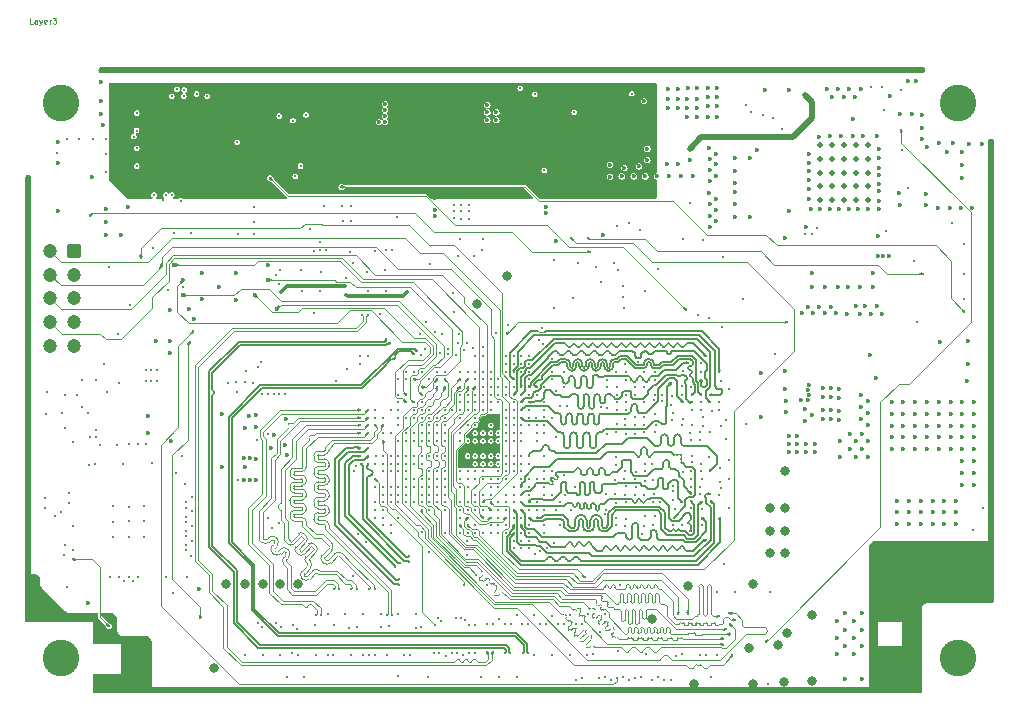
<source format=gbr>
%TF.GenerationSoftware,KiCad,Pcbnew,7.99.0-3958-g1df84f4d92*%
%TF.CreationDate,2023-12-24T00:45:37+01:00*%
%TF.ProjectId,SBC,5342432e-6b69-4636-9164-5f7063625858,rev?*%
%TF.SameCoordinates,Original*%
%TF.FileFunction,Copper,L3,Inr*%
%TF.FilePolarity,Positive*%
%FSLAX46Y46*%
G04 Gerber Fmt 4.6, Leading zero omitted, Abs format (unit mm)*
G04 Created by KiCad (PCBNEW 7.99.0-3958-g1df84f4d92) date 2023-12-24 00:45:37*
%MOMM*%
%LPD*%
G01*
G04 APERTURE LIST*
G04 Aperture macros list*
%AMRoundRect*
0 Rectangle with rounded corners*
0 $1 Rounding radius*
0 $2 $3 $4 $5 $6 $7 $8 $9 X,Y pos of 4 corners*
0 Add a 4 corners polygon primitive as box body*
4,1,4,$2,$3,$4,$5,$6,$7,$8,$9,$2,$3,0*
0 Add four circle primitives for the rounded corners*
1,1,$1+$1,$2,$3*
1,1,$1+$1,$4,$5*
1,1,$1+$1,$6,$7*
1,1,$1+$1,$8,$9*
0 Add four rect primitives between the rounded corners*
20,1,$1+$1,$2,$3,$4,$5,0*
20,1,$1+$1,$4,$5,$6,$7,0*
20,1,$1+$1,$6,$7,$8,$9,0*
20,1,$1+$1,$8,$9,$2,$3,0*%
G04 Aperture macros list end*
%ADD10C,0.100000*%
%TA.AperFunction,NonConductor*%
%ADD11C,0.100000*%
%TD*%
%TA.AperFunction,ComponentPad*%
%ADD12RoundRect,0.250000X-0.350000X0.350000X-0.350000X-0.350000X0.350000X-0.350000X0.350000X0.350000X0*%
%TD*%
%TA.AperFunction,ComponentPad*%
%ADD13C,1.200000*%
%TD*%
%TA.AperFunction,ComponentPad*%
%ADD14C,0.300000*%
%TD*%
%TA.AperFunction,ComponentPad*%
%ADD15C,3.100000*%
%TD*%
%TA.AperFunction,ComponentPad*%
%ADD16C,0.500000*%
%TD*%
%TA.AperFunction,ViaPad*%
%ADD17C,0.300000*%
%TD*%
%TA.AperFunction,ViaPad*%
%ADD18C,0.800000*%
%TD*%
%TA.AperFunction,ViaPad*%
%ADD19C,0.360000*%
%TD*%
%TA.AperFunction,Conductor*%
%ADD20C,0.110000*%
%TD*%
%TA.AperFunction,Conductor*%
%ADD21C,0.120000*%
%TD*%
%TA.AperFunction,Conductor*%
%ADD22C,0.140000*%
%TD*%
%TA.AperFunction,Conductor*%
%ADD23C,0.130000*%
%TD*%
%TA.AperFunction,Conductor*%
%ADD24C,0.350000*%
%TD*%
%TA.AperFunction,Conductor*%
%ADD25C,0.500000*%
%TD*%
G04 APERTURE END LIST*
D10*
D11*
X-2365069Y53693391D02*
X-2603164Y53693391D01*
X-2603164Y53693391D02*
X-2603164Y54193391D01*
X-1984116Y53693391D02*
X-1984116Y53955296D01*
X-1984116Y53955296D02*
X-2007926Y54002915D01*
X-2007926Y54002915D02*
X-2055545Y54026724D01*
X-2055545Y54026724D02*
X-2150783Y54026724D01*
X-2150783Y54026724D02*
X-2198402Y54002915D01*
X-1984116Y53717200D02*
X-2031735Y53693391D01*
X-2031735Y53693391D02*
X-2150783Y53693391D01*
X-2150783Y53693391D02*
X-2198402Y53717200D01*
X-2198402Y53717200D02*
X-2222211Y53764820D01*
X-2222211Y53764820D02*
X-2222211Y53812439D01*
X-2222211Y53812439D02*
X-2198402Y53860058D01*
X-2198402Y53860058D02*
X-2150783Y53883867D01*
X-2150783Y53883867D02*
X-2031735Y53883867D01*
X-2031735Y53883867D02*
X-1984116Y53907677D01*
X-1793640Y54026724D02*
X-1674592Y53693391D01*
X-1555545Y54026724D02*
X-1674592Y53693391D01*
X-1674592Y53693391D02*
X-1722211Y53574343D01*
X-1722211Y53574343D02*
X-1746021Y53550534D01*
X-1746021Y53550534D02*
X-1793640Y53526724D01*
X-1174593Y53717200D02*
X-1222212Y53693391D01*
X-1222212Y53693391D02*
X-1317450Y53693391D01*
X-1317450Y53693391D02*
X-1365069Y53717200D01*
X-1365069Y53717200D02*
X-1388878Y53764820D01*
X-1388878Y53764820D02*
X-1388878Y53955296D01*
X-1388878Y53955296D02*
X-1365069Y54002915D01*
X-1365069Y54002915D02*
X-1317450Y54026724D01*
X-1317450Y54026724D02*
X-1222212Y54026724D01*
X-1222212Y54026724D02*
X-1174593Y54002915D01*
X-1174593Y54002915D02*
X-1150783Y53955296D01*
X-1150783Y53955296D02*
X-1150783Y53907677D01*
X-1150783Y53907677D02*
X-1388878Y53860058D01*
X-936498Y53693391D02*
X-936498Y54026724D01*
X-936498Y53931486D02*
X-912688Y53979105D01*
X-912688Y53979105D02*
X-888879Y54002915D01*
X-888879Y54002915D02*
X-841260Y54026724D01*
X-841260Y54026724D02*
X-793641Y54026724D01*
X-674593Y54193391D02*
X-365069Y54193391D01*
X-365069Y54193391D02*
X-531736Y54002915D01*
X-531736Y54002915D02*
X-460307Y54002915D01*
X-460307Y54002915D02*
X-412688Y53979105D01*
X-412688Y53979105D02*
X-388879Y53955296D01*
X-388879Y53955296D02*
X-365069Y53907677D01*
X-365069Y53907677D02*
X-365069Y53788629D01*
X-365069Y53788629D02*
X-388879Y53741010D01*
X-388879Y53741010D02*
X-412688Y53717200D01*
X-412688Y53717200D02*
X-460307Y53693391D01*
X-460307Y53693391D02*
X-603164Y53693391D01*
X-603164Y53693391D02*
X-650783Y53717200D01*
X-650783Y53717200D02*
X-674593Y53741010D01*
D12*
%TO.N,Net-(J3-Pin_1)*%
%TO.C,J3*%
X1112000Y34427000D03*
D13*
%TO.N,JTAG_TMS*%
X-888000Y34427000D03*
%TO.N,GND*%
X1112000Y32427000D03*
%TO.N,JTAG_TCK*%
X-888000Y32427000D03*
%TO.N,GND*%
X1112000Y30427000D03*
%TO.N,JTAG_TDO*%
X-888000Y30427000D03*
%TO.N,Net-(J3-Pin_7)*%
X1112000Y28427000D03*
%TO.N,JTAG_TDI*%
X-888000Y28427000D03*
%TO.N,Net-(J3-Pin_9)*%
X1112000Y26427000D03*
%TO.N,Net-(D9-K)*%
X-888000Y26427000D03*
%TD*%
D14*
%TO.N,GND*%
%TO.C,U6*%
X7185800Y23386000D03*
X7685800Y23386000D03*
X8185800Y23386000D03*
X7185800Y24386000D03*
X7685800Y24386000D03*
X8185800Y24386000D03*
%TD*%
D15*
%TO.N,Net-(C289-Pad1)*%
%TO.C,H3*%
X0Y47000000D03*
%TD*%
%TO.N,Net-(C287-Pad1)*%
%TO.C,H1*%
X76000000Y47000000D03*
%TD*%
%TO.N,Net-(C288-Pad1)*%
%TO.C,H2*%
X0Y0D03*
%TD*%
D16*
%TO.N,GND*%
%TO.C,U1*%
X64327981Y43424986D03*
X64327981Y42249986D03*
X64327981Y41074986D03*
X64327981Y39899986D03*
X64327981Y38724986D03*
X65327981Y43424986D03*
X65327981Y42249986D03*
X65327981Y41074986D03*
X65327981Y39899986D03*
X65327981Y38724986D03*
X66327981Y43424986D03*
X66327981Y42249986D03*
X66327981Y41074986D03*
X66327981Y39899986D03*
X66327981Y38724986D03*
X67327981Y43424986D03*
X67327981Y42249986D03*
X67327981Y41074986D03*
X67327981Y39899986D03*
X67327981Y38724986D03*
X68327981Y43424986D03*
X68327981Y42249986D03*
X68327981Y41074986D03*
X68327981Y39899986D03*
X68327981Y38724986D03*
%TD*%
D15*
%TO.N,Net-(C290-Pad1)*%
%TO.C,H4*%
X76000000Y0D03*
%TD*%
D17*
%TO.N,/IO/RAM_CS*%
X11512000Y47727000D03*
D18*
%TO.N,GND*%
X61315000Y15809000D03*
D17*
X16412000Y47327000D03*
X78753200Y8135600D03*
X-2872019Y31824986D03*
X53329519Y18443614D03*
D19*
X67320000Y29779000D03*
X54977981Y36487486D03*
D17*
X17560000Y11799000D03*
D19*
X41085000Y39688000D03*
X3554519Y45114614D03*
D17*
X7054519Y12852114D03*
D19*
X3404735Y46041810D03*
D17*
X34454519Y19664614D03*
X43127981Y49824986D03*
D19*
X68327981Y18324986D03*
D17*
X11119600Y-2831600D03*
D19*
X61377981Y21774986D03*
D17*
X-2882400Y35642800D03*
X78777981Y20174986D03*
D19*
X64877981Y48174986D03*
D17*
X-2872019Y26824986D03*
X31204519Y15764614D03*
D18*
X53100000Y6088000D03*
D19*
X17524700Y33275700D03*
D17*
X10127981Y49824986D03*
X554519Y43914614D03*
X22045600Y32668800D03*
X35600000Y-1634500D03*
X50210919Y21815014D03*
X10734519Y6832114D03*
X78777981Y24174986D03*
D19*
X68627981Y29124986D03*
D17*
X55869519Y23396614D03*
X3812000Y43927000D03*
D19*
X18266840Y43086915D03*
X73252981Y38319986D03*
D17*
X78753200Y14135600D03*
X27954519Y17064614D03*
X41929519Y22589614D03*
X29904519Y20964614D03*
X39654519Y23564614D03*
D18*
X63600000Y3644500D03*
D17*
X17034519Y22320014D03*
D18*
X75800000Y8024986D03*
D17*
X39004519Y19664614D03*
X28478000Y37349000D03*
X51854519Y14564614D03*
D19*
X-2050000Y3475000D03*
X74304519Y38074614D03*
D17*
X51854519Y13314614D03*
X52104519Y114114D03*
X34454519Y12514614D03*
D19*
X24163500Y47135000D03*
D17*
X78753200Y11135600D03*
X37704519Y18364614D03*
X78753200Y6135600D03*
X30554519Y20314614D03*
X78777981Y27130000D03*
X78754519Y43314614D03*
X68127981Y-2825014D03*
X21112000Y36333000D03*
X78754519Y39114614D03*
X18034519Y22320014D03*
X-2872019Y30824986D03*
X27127981Y-2825014D03*
X37704519Y17064614D03*
X15212000Y45327000D03*
X44600000Y199000D03*
X5754519Y10252114D03*
X34454519Y20964614D03*
D19*
X10637000Y44672000D03*
X74325000Y4775000D03*
X5684000Y38153000D03*
D17*
X3662000Y24877000D03*
D18*
X61315000Y8824000D03*
D19*
X67677981Y29124986D03*
D17*
X29127981Y49824986D03*
D19*
X9367000Y43402000D03*
X3150000Y2825000D03*
D17*
X35754519Y15114614D03*
X-2882400Y34642800D03*
X30127981Y49824986D03*
X4454519Y12852114D03*
X47357519Y45292000D03*
X77277981Y7824986D03*
X35754519Y19014614D03*
X71184000Y48070000D03*
X31306000Y33347000D03*
X-2872019Y5824986D03*
X-2872019Y29824986D03*
X61127981Y49824986D03*
D19*
X24000000Y43714114D03*
D17*
X37900000Y28200000D03*
X16412000Y43327000D03*
X35754519Y16414614D03*
X-2872019Y10824986D03*
X25127981Y-2825014D03*
D19*
X63290481Y29724986D03*
X72871000Y49763000D03*
D18*
X75800000Y6150000D03*
D17*
X4154519Y6814614D03*
X52567519Y23015614D03*
X19127981Y-2825014D03*
X50354519Y12014614D03*
X48630519Y18951614D03*
X33800000Y35450000D03*
X78754519Y42314614D03*
X38600000Y-1634500D03*
D19*
X66777981Y48174986D03*
D17*
X3879000Y42640000D03*
X30554519Y10614614D03*
X55127981Y-2825014D03*
D19*
X3150000Y-2700000D03*
D18*
X50100000Y3312000D03*
D17*
X26654519Y14464614D03*
D19*
X75594710Y43573565D03*
D17*
X62127981Y49824986D03*
X34127981Y49824986D03*
D19*
X3421245Y47172745D03*
D17*
X26127981Y-2825014D03*
X70127981Y-2825014D03*
X47584000Y30544000D03*
X-2872019Y7824986D03*
X39654519Y24864614D03*
D19*
X6225000Y0D03*
X66027981Y16974986D03*
D17*
X66127981Y-2825014D03*
X29254519Y14464614D03*
X54218519Y20983614D03*
X49479200Y31025200D03*
X44626200Y3712800D03*
X31204519Y20314614D03*
D18*
X53600000Y-2200000D03*
D19*
X55477981Y37937486D03*
X63312981Y21811585D03*
D17*
X26078000Y41349000D03*
D19*
X75259519Y38074614D03*
D17*
X34454519Y24214614D03*
X77277981Y6824986D03*
X58127981Y-2825014D03*
X72275000Y33575000D03*
X-2882400Y37642800D03*
X28604519Y21614614D03*
X46100000Y-1601000D03*
D19*
X67327981Y18324986D03*
D17*
X40365019Y15109734D03*
D19*
X24417500Y45738000D03*
D17*
X20420000Y31043200D03*
X1588000Y43879000D03*
X40304519Y19664614D03*
X37704519Y13814614D03*
X46979519Y19078614D03*
D19*
X10662000Y43377000D03*
D17*
X68056000Y49797200D03*
D19*
X65827981Y48174986D03*
D17*
X71127981Y-2825014D03*
X69127981Y-2825014D03*
X7054519Y11552114D03*
X31196903Y23568297D03*
X78777981Y21174986D03*
X53338400Y12679000D03*
X78777981Y16174986D03*
X24127981Y49824986D03*
X28597554Y3696554D03*
D19*
X24112000Y46427000D03*
D17*
X40954519Y12514614D03*
X53371798Y22879845D03*
X41578200Y25314614D03*
D18*
X69800000Y-850000D03*
D17*
X64056000Y49797200D03*
X16379000Y35910000D03*
X57127981Y-2825014D03*
D19*
X55477981Y40787486D03*
D17*
X53127981Y49824986D03*
X25600000Y3699000D03*
X27557400Y31043200D03*
X18127981Y49824986D03*
D19*
X64690481Y29224986D03*
D17*
X41154519Y9314614D03*
X27954519Y11214614D03*
X11012000Y35927000D03*
D18*
X61527981Y2074986D03*
D17*
X47106519Y20983614D03*
D19*
X11907000Y42005000D03*
D17*
X78777981Y23174986D03*
X-2872019Y20824986D03*
X25854519Y9764614D03*
X38354519Y20964614D03*
X56127981Y49824986D03*
D19*
X30132500Y40277000D03*
D17*
X42127981Y-2825014D03*
X24280800Y24413800D03*
X78777981Y38174986D03*
X48127981Y-2825014D03*
X37100000Y3315000D03*
D18*
X37793000Y32322000D03*
D17*
X5754519Y12752114D03*
X7847000Y34650000D03*
X78754519Y39914614D03*
X35104519Y11214614D03*
D19*
X15534519Y15020014D03*
X63312981Y22648387D03*
D17*
X11127981Y49824986D03*
X32504519Y13814614D03*
X78753200Y5135600D03*
D19*
X4125000Y1850000D03*
X68327981Y21724986D03*
D17*
X55600000Y5599000D03*
D19*
X31656500Y39515000D03*
D17*
X30554519Y16414614D03*
X29904519Y24214614D03*
X35754519Y17064614D03*
X33804519Y19014614D03*
X78777981Y36174986D03*
X47762145Y24833621D03*
D19*
X70252981Y47579986D03*
D17*
X41600000Y254500D03*
D19*
X39688000Y40704000D03*
X65327981Y47474986D03*
D17*
X40510805Y43269400D03*
X54104519Y14464614D03*
D18*
X60045000Y12634000D03*
D17*
X35127981Y-2825014D03*
X56045600Y33931200D03*
X28127981Y49824986D03*
D19*
X3150000Y-1725000D03*
D17*
X34454519Y18364614D03*
D19*
X-252000Y41846000D03*
X63327981Y22224986D03*
D17*
X35754519Y13814614D03*
X55854519Y16064614D03*
X60100000Y5599000D03*
D19*
X69640481Y33974986D03*
D17*
X7127981Y49824986D03*
X48690200Y15752400D03*
D19*
X67090481Y45624986D03*
D17*
X-2872019Y32824986D03*
X9612000Y35927000D03*
X52700000Y35480000D03*
X33300000Y29250000D03*
X31127981Y-2825014D03*
X25204519Y10464614D03*
X4454519Y11452114D03*
D19*
X73282481Y39219986D03*
D17*
X38354519Y22914614D03*
X25127981Y49824986D03*
X54204519Y16414614D03*
D19*
X62677981Y21824986D03*
D17*
X28604519Y19664614D03*
X47904519Y14514614D03*
X37704519Y19664614D03*
X43350000Y30449000D03*
D19*
X9367000Y42132000D03*
X71057000Y46038000D03*
X11961800Y30357400D03*
D17*
X37704519Y10564614D03*
X-2872019Y25824986D03*
X18712000Y40333000D03*
D19*
X69127981Y29774986D03*
D17*
X20318400Y32795800D03*
D19*
X22774070Y40139880D03*
D17*
X68573110Y48323500D03*
D19*
X67227981Y47474986D03*
X13686206Y16170613D03*
X66327981Y47474986D03*
D17*
X-2872019Y11824986D03*
X45149000Y43761000D03*
X46217519Y23523614D03*
X30100000Y3699000D03*
X57750000Y30350000D03*
D19*
X67827981Y18924986D03*
D17*
X78777981Y28130000D03*
X36404519Y14464614D03*
D19*
X45911000Y35770500D03*
X74405990Y43573565D03*
D17*
X36404519Y15114614D03*
X17534519Y22320014D03*
X51805519Y20729614D03*
X31100000Y-1596481D03*
X-2872019Y15824986D03*
D19*
X69577981Y29124986D03*
D17*
X26004519Y25514614D03*
D19*
X4812000Y43127000D03*
D17*
X33804519Y18364614D03*
X28127981Y-2825014D03*
D19*
X55477981Y38837486D03*
D17*
X55804519Y14914614D03*
X41754519Y9714614D03*
X43127981Y-2825014D03*
X34127981Y-2825014D03*
D19*
X77154519Y38074614D03*
D18*
X63600000Y-1971000D03*
D17*
X54980519Y19078614D03*
D19*
X68127981Y29774986D03*
X72700000Y-2700000D03*
D18*
X71800000Y-850000D03*
D19*
X31656500Y38880000D03*
X62790481Y29174986D03*
D17*
X63127981Y-2825014D03*
X33700000Y27400000D03*
D19*
X33906805Y44260000D03*
D17*
X30460000Y27400000D03*
X78753200Y7135600D03*
X24600000Y199000D03*
X55107519Y20856614D03*
X26100000Y210000D03*
X27304519Y15764614D03*
X39004519Y24864614D03*
X-2872019Y28824986D03*
D18*
X71800000Y6150000D03*
D17*
X32504519Y18364614D03*
X20912000Y46727000D03*
X15127981Y-2825014D03*
X32600000Y176000D03*
D19*
X3437755Y48765960D03*
D17*
X-2882400Y36642800D03*
D18*
X61315000Y10729000D03*
D17*
X62127981Y-2825014D03*
X43100000Y199000D03*
D19*
X64190481Y29724986D03*
D17*
X38610000Y3580000D03*
D19*
X14837200Y32608200D03*
X10637000Y42132000D03*
D17*
X52127981Y-2825014D03*
X15600000Y199000D03*
D18*
X61218511Y-2061529D03*
D17*
X78777981Y35174986D03*
X-2730000Y40704000D03*
D19*
X30871000Y42690000D03*
X68327981Y20724986D03*
D17*
X-2872019Y27824986D03*
X56127981Y-2825014D03*
X44127981Y49824986D03*
X78777981Y18174986D03*
D19*
X4317019Y3654614D03*
X33338000Y43879000D03*
D17*
X41590000Y3529000D03*
X77277981Y8824986D03*
X9119600Y-2831600D03*
X22127981Y-2825014D03*
X37704519Y11214614D03*
X32127981Y-2825014D03*
X78777981Y26174986D03*
X43811086Y33446222D03*
D19*
X12034000Y44672000D03*
D17*
X39004519Y15114614D03*
X39127981Y-2825014D03*
X33127981Y-2825014D03*
X78700000Y30000000D03*
X59127981Y-2825014D03*
X-2872019Y8824986D03*
X39654519Y9914614D03*
D19*
X78046445Y43491015D03*
X65190481Y29724986D03*
D17*
X55100000Y-1601000D03*
D19*
X76940275Y43524035D03*
D17*
X77277981Y4824986D03*
D19*
X68327981Y19724986D03*
D17*
X-2872019Y18824986D03*
X32504519Y15764614D03*
D19*
X55477981Y42687486D03*
D17*
X22127981Y49824986D03*
X5892848Y29884049D03*
X47106519Y22253614D03*
D19*
X24750000Y44214000D03*
X72050000Y49763000D03*
D17*
X7054519Y10252114D03*
X46100000Y3700000D03*
D19*
X59000000Y42967486D03*
D17*
X33127981Y49824986D03*
X78777981Y15174986D03*
X26127981Y49824986D03*
X-2872019Y24824986D03*
D18*
X73800000Y6150000D03*
D17*
X16412000Y36927000D03*
D18*
X69800000Y8024986D03*
D17*
X40100000Y254500D03*
D19*
X41085000Y39180000D03*
X54977981Y37437486D03*
X54927981Y39337486D03*
D17*
X47700000Y29627000D03*
X59127981Y49824986D03*
D19*
X3150000Y1850000D03*
D17*
X14127981Y-2825014D03*
D19*
X5750000Y1200000D03*
X15981365Y20473168D03*
D17*
X40954519Y13814614D03*
X78753200Y12135600D03*
D19*
X22757560Y40915850D03*
D17*
X30925000Y28394000D03*
X16127981Y49824986D03*
X21127981Y-2825014D03*
X37127981Y-2825014D03*
X30554519Y13814614D03*
X20127981Y49824986D03*
X70056000Y49797200D03*
D19*
X3437755Y49657500D03*
D17*
X42482000Y48197000D03*
D19*
X55477981Y41787486D03*
D17*
X48080000Y36817986D03*
X54218519Y24920614D03*
X14127981Y49824986D03*
X36127981Y-2825014D03*
X78753200Y9135600D03*
X47127981Y-2825014D03*
D19*
X66620000Y29129000D03*
D17*
X47127981Y49824986D03*
X1074519Y18252114D03*
D19*
X33338000Y42990000D03*
D17*
X31854519Y18364614D03*
X5754519Y11552114D03*
X26008000Y31042700D03*
X25354519Y24864614D03*
X78777981Y25174986D03*
D19*
X72750000Y50000D03*
X41085000Y37656000D03*
D17*
X32504519Y20314614D03*
D19*
X70940481Y39324986D03*
D17*
X49127981Y-2825014D03*
X78777981Y19174986D03*
X40127981Y-2825014D03*
X26685500Y17052114D03*
D19*
X-252000Y37846000D03*
D17*
X41127981Y-2825014D03*
D19*
X1850000Y3475000D03*
X67327981Y16974986D03*
D18*
X60045000Y8824000D03*
D19*
X61690481Y37824986D03*
X3862000Y35777000D03*
D17*
X2754519Y43914614D03*
X35754519Y18364614D03*
D19*
X72700000Y4775000D03*
X25000000Y45357000D03*
X76214519Y38074614D03*
X11987200Y32608200D03*
X63327981Y23074986D03*
X5750000Y-1400000D03*
D17*
X29904519Y14464614D03*
X29254519Y17064614D03*
D18*
X35243000Y29922000D03*
D17*
X12127981Y49824986D03*
D19*
X54977981Y40337486D03*
D17*
X35000000Y34050000D03*
X28604519Y23564614D03*
X36404519Y24214614D03*
X47061319Y16328614D03*
D19*
X9367000Y44672000D03*
D17*
X16412000Y41327000D03*
X50290400Y23524800D03*
X28604519Y22264614D03*
X53490000Y17059000D03*
X17127981Y-2825014D03*
D19*
X59627981Y48047486D03*
X72900481Y43914986D03*
X72900481Y44864986D03*
X14837200Y30308200D03*
D17*
X17100000Y199000D03*
D19*
X68327981Y16974986D03*
D17*
X54304519Y12627741D03*
X38127981Y49824986D03*
X76500000Y32500000D03*
D19*
X19686700Y43755570D03*
D17*
X5127981Y49824986D03*
D19*
X32890805Y46723800D03*
D18*
X73800000Y8024986D03*
D19*
X69190481Y33974986D03*
D17*
X78777981Y17174986D03*
D19*
X59302981Y20374986D03*
D17*
X-2872019Y13824986D03*
X76518000Y30400600D03*
D19*
X33906805Y42736000D03*
D17*
X78700000Y29100000D03*
X77277981Y5824986D03*
X42127981Y49824986D03*
X27100000Y3699000D03*
D19*
X3862000Y37977000D03*
D17*
X31204519Y13814614D03*
X6127981Y49824986D03*
D19*
X875000Y3475000D03*
D17*
X9127981Y49824986D03*
X8127981Y49824986D03*
X54127981Y49824986D03*
X21600000Y199000D03*
X39654519Y11214614D03*
X44127981Y-2825014D03*
X51127981Y49824986D03*
D19*
X63077981Y36494986D03*
D17*
X404800Y22280200D03*
X37704519Y16414614D03*
X13127981Y49824986D03*
X4454519Y10252114D03*
X31854519Y20314614D03*
D18*
X58290000Y790000D03*
X71800000Y4150000D03*
X14025000Y6200000D03*
D17*
X37127981Y49824986D03*
D19*
X4852000Y41527000D03*
D17*
X31204519Y20964614D03*
D19*
X22229240Y41675310D03*
D17*
X30554519Y21614614D03*
X15054000Y35910000D03*
D19*
X71725000Y48832000D03*
D17*
X37704519Y25514614D03*
X6119600Y-2831600D03*
X35104519Y13814614D03*
D18*
X12958391Y-897209D03*
D17*
X45127981Y-2825014D03*
X47054519Y13114614D03*
X27481200Y32846600D03*
D19*
X61299872Y24294486D03*
D17*
X-2872019Y23824986D03*
D19*
X54977981Y41287486D03*
D17*
X21994800Y31043200D03*
X27304519Y19014614D03*
X50281519Y20602614D03*
X46054519Y12164614D03*
X61127981Y-2825014D03*
X-1145481Y22526552D03*
D19*
X24036500Y42944000D03*
D17*
X78777981Y34174986D03*
X55127981Y49824986D03*
X31854519Y13814614D03*
X52127981Y49824986D03*
D18*
X58600000Y-2200000D03*
D17*
X31854519Y15764614D03*
X53127981Y-2825014D03*
X39004519Y19014614D03*
X39654519Y16414614D03*
X38127981Y-2825014D03*
D19*
X19001535Y43070405D03*
D17*
X27954519Y20964614D03*
D19*
X66827981Y18924986D03*
X70140481Y33974986D03*
D17*
X37100000Y-1650000D03*
D19*
X10835400Y29544600D03*
D17*
X7119600Y-2831600D03*
D18*
X18600000Y6200000D03*
D17*
X37704519Y24864614D03*
D19*
X11677019Y5814614D03*
X4125000Y-2700000D03*
D17*
X36404519Y13814614D03*
X39127981Y49824986D03*
X3812000Y41127000D03*
X78777981Y22174986D03*
X47600000Y-1601000D03*
X40127981Y49824986D03*
X34454519Y15764614D03*
X16412000Y48527000D03*
X55869515Y19586614D03*
X36404519Y20964614D03*
X30554519Y17064614D03*
D18*
X71800000Y8024986D03*
D19*
X54927981Y43187486D03*
D17*
X50600000Y-1601000D03*
X78077981Y12674986D03*
X36404519Y11214614D03*
D19*
X13387200Y31370700D03*
X2354519Y4592114D03*
X-190000Y43625000D03*
D17*
X21974443Y35163043D03*
X69056000Y49797200D03*
D19*
X72928345Y45926240D03*
D17*
X-2872019Y17824986D03*
D19*
X3862000Y36927000D03*
D17*
X39004519Y11864614D03*
X39654519Y20964614D03*
X19023000Y22331000D03*
X33804519Y10564614D03*
D18*
X60045000Y10729000D03*
D17*
X38354519Y14464614D03*
X37704519Y13164614D03*
D19*
X18054519Y18814614D03*
D17*
X29127981Y-2825014D03*
X41127981Y49824986D03*
D18*
X69800000Y4150000D03*
D17*
X69573110Y48323500D03*
X78754519Y40714614D03*
D19*
X54977981Y38387486D03*
D17*
X-2872019Y12824986D03*
D19*
X11265800Y28706400D03*
D17*
X78777981Y33174986D03*
D19*
X66027981Y18324986D03*
D17*
X46127981Y49824986D03*
D19*
X16534519Y15020014D03*
D17*
X23100000Y199000D03*
X30127981Y-2825014D03*
D19*
X63740481Y29224986D03*
D17*
X21127981Y49824986D03*
X-2882400Y39642800D03*
X38354519Y11864614D03*
D19*
X61314519Y35514614D03*
D17*
X48127981Y49824986D03*
X50127981Y49824986D03*
D19*
X41085000Y38164000D03*
D17*
X55742519Y21618614D03*
X8119600Y-2831600D03*
D19*
X67727981Y48174986D03*
D17*
X60127981Y49824986D03*
X65056000Y49797200D03*
X67056000Y49797200D03*
D19*
X31656500Y37356000D03*
D18*
X60730000Y1070000D03*
D17*
X27127981Y49824986D03*
X60127981Y-2825014D03*
X25931800Y32643400D03*
X24100000Y3699000D03*
X40954519Y17064614D03*
X39004519Y9914614D03*
X16127981Y-2825014D03*
X32127981Y49824986D03*
X47584000Y31494000D03*
X-317000Y42736000D03*
X78753200Y13135600D03*
X29904519Y20314614D03*
D19*
X67727981Y21224986D03*
D17*
X78754519Y41514614D03*
X72127981Y-2825014D03*
D19*
X54977981Y42237486D03*
D17*
X40950000Y43100000D03*
X8680000Y38710000D03*
X16412000Y44127000D03*
X19127981Y49824986D03*
X9091600Y31170200D03*
X63056000Y49797200D03*
X46127981Y-2825014D03*
X40100000Y3599000D03*
D18*
X20100000Y6200000D03*
D17*
X4884519Y27425014D03*
X77277981Y10824986D03*
D19*
X33271805Y47612800D03*
D17*
X66056000Y49797200D03*
X50127981Y-2825014D03*
D18*
X69800000Y6150000D03*
D19*
X19134519Y17120014D03*
D17*
X17127981Y49824986D03*
X76500000Y35000000D03*
X15127981Y49824986D03*
X45709519Y21237614D03*
X31912000Y3402000D03*
X27954519Y15764614D03*
D19*
X9320200Y18343200D03*
X31656500Y37864000D03*
D17*
X18127981Y-2825014D03*
X10119600Y-2831600D03*
X78700000Y31000000D03*
X23127981Y-2825014D03*
D18*
X61315000Y12634000D03*
D17*
X-2872019Y14824986D03*
X36127981Y49824986D03*
X54127981Y-2825014D03*
X28604519Y17064614D03*
D19*
X72073000Y46038000D03*
D17*
X-2872019Y6824986D03*
D19*
X67727981Y20224986D03*
D17*
X78753200Y10135600D03*
X51737519Y22170814D03*
X71056000Y49797200D03*
X48639400Y22889800D03*
X49100000Y-1601000D03*
D19*
X72800000Y4000000D03*
D17*
X29904519Y15114614D03*
X-2882400Y33642800D03*
X33487000Y3377000D03*
X51127981Y-2825014D03*
X-2882400Y38642800D03*
X30554519Y20964614D03*
D18*
X15600000Y6200000D03*
D17*
X-2872019Y16824986D03*
X45127981Y49824986D03*
X35127981Y49824986D03*
X30554519Y18364614D03*
X28600000Y-1580500D03*
D19*
X33271805Y45961800D03*
D17*
X54091519Y19078614D03*
D19*
X67727981Y22224986D03*
D17*
X20100000Y199000D03*
X48630519Y20348614D03*
X49127981Y49824986D03*
X1379519Y22236552D03*
D19*
X72454000Y48832000D03*
D17*
X-2872019Y3824986D03*
D19*
X65640481Y29224986D03*
D17*
X28604519Y18364614D03*
D19*
X-1075000Y3475000D03*
D17*
X58127981Y49824986D03*
X34100000Y200000D03*
X18515000Y22331000D03*
D19*
X12034000Y43402000D03*
D17*
X-2872019Y4824986D03*
X54854519Y17014614D03*
D19*
X55477981Y36937486D03*
D17*
X-2872019Y19824986D03*
X50154519Y15064614D03*
D19*
X4125000Y-1725000D03*
D17*
X47725000Y43425000D03*
X37704519Y20314614D03*
X37704519Y15764614D03*
X-2872019Y22824986D03*
D19*
X19084519Y20170014D03*
D17*
X9497019Y5504614D03*
X18600000Y199000D03*
X33804519Y15764614D03*
D19*
X41974000Y35304000D03*
D17*
X23127981Y49824986D03*
X57127981Y49824986D03*
X37704519Y19014614D03*
X50204519Y13864614D03*
X22600000Y3699000D03*
D19*
X73327981Y43267486D03*
D17*
X43100000Y3625500D03*
D18*
X17100000Y6200000D03*
D17*
X31127981Y49824986D03*
X77277981Y9824986D03*
X55969400Y27962200D03*
X35754519Y15764614D03*
X5119600Y-2831600D03*
X16412000Y38127000D03*
X39004519Y16414614D03*
X41812000Y29627000D03*
D19*
X2697000Y40716000D03*
X67827981Y17674986D03*
D17*
X13119600Y-2831600D03*
X20127981Y-2825014D03*
X3904519Y22526552D03*
D18*
X58600000Y6200000D03*
D17*
X12119600Y-2831600D03*
D19*
X5112000Y35777000D03*
X33906805Y43498000D03*
D17*
X46904519Y15064614D03*
X29904519Y17064614D03*
X55754519Y13764614D03*
D19*
X-100000Y3475000D03*
D17*
X78700000Y32100000D03*
X33804519Y20314614D03*
D19*
X33846000Y45530000D03*
D17*
X-2872019Y9824986D03*
X-2872019Y21824986D03*
X57100000Y5599000D03*
X16412000Y42327000D03*
X24127981Y-2825014D03*
D19*
X66827981Y17674986D03*
D17*
X78777981Y37174986D03*
%TO.N,GBE0_MDI3_N*%
X10620319Y9089614D03*
%TO.N,GBE0_MDI3_P*%
X10621319Y9539614D03*
%TO.N,/IO/LED0*%
X5754519Y6814614D03*
%TO.N,/IO/LED1*%
X5354519Y6514614D03*
%TO.N,GBE0_MDI2_N*%
X10621319Y10289614D03*
%TO.N,GBE0_MDI2_P*%
X10621319Y10739614D03*
%TO.N,/MPU/VDDA_0P9*%
X36405417Y19666220D03*
%TO.N,GBE0_MDI1_N*%
X10621319Y11489614D03*
%TO.N,GBE0_MDI1_P*%
X10621319Y11939614D03*
%TO.N,GBE0_MDI0_N*%
X10621319Y12689614D03*
%TO.N,GBE0_MDI0_P*%
X10621319Y13139614D03*
%TO.N,3.3V_SW*%
X53300000Y38500000D03*
D19*
X53855500Y45742000D03*
X75827981Y12299986D03*
X72352981Y19649986D03*
X67127981Y44137486D03*
X73352981Y17649986D03*
X53855500Y46542000D03*
X75352981Y18649986D03*
X72352981Y21649986D03*
X70352981Y18649986D03*
X65927981Y37987486D03*
X69277981Y43074986D03*
X67927981Y44137486D03*
X53855500Y47342000D03*
X77352981Y15649986D03*
X71827981Y11299986D03*
X76352981Y14649986D03*
X76352981Y17649986D03*
X77352981Y16649986D03*
X69277981Y37987486D03*
X72827981Y12299986D03*
X63327981Y38874986D03*
X77352981Y14649986D03*
X52255500Y47342000D03*
X71352981Y17649986D03*
X55591000Y45770000D03*
X61627981Y48047486D03*
X74352981Y21649986D03*
X66073357Y44141248D03*
X74352981Y20649986D03*
X72352981Y18649986D03*
X71827981Y13299986D03*
X77352981Y18649986D03*
X70827981Y13299986D03*
X75352981Y20649986D03*
X54791000Y47470000D03*
X73352981Y21649986D03*
X70352981Y20649986D03*
X73827981Y11299986D03*
X69277981Y41487486D03*
X55591000Y48270000D03*
X61327981Y22774986D03*
X52255500Y46542000D03*
X70352981Y19649986D03*
X75352981Y17649986D03*
X74827981Y11299986D03*
X54791000Y46670000D03*
X51455500Y48142000D03*
X53902000Y48270000D03*
X51455500Y46542000D03*
X76352981Y18649986D03*
X63327981Y40474986D03*
D17*
X56200000Y7900000D03*
D19*
X75352981Y19649986D03*
X74827981Y12299986D03*
X70352981Y17649986D03*
X69277981Y40874986D03*
X73827981Y12299986D03*
X68327981Y37987486D03*
X64227981Y44124986D03*
X63327981Y41187486D03*
D17*
X60350000Y45725000D03*
D19*
X77352981Y20649986D03*
X53055500Y47342000D03*
X76352981Y20649986D03*
X51455500Y47342000D03*
X72827981Y13299986D03*
X76352981Y15649986D03*
X67527981Y37987486D03*
X55591000Y47470000D03*
X70352981Y21649986D03*
X75827981Y11299986D03*
X76352981Y19649986D03*
X54791000Y45770000D03*
D17*
X37704519Y20964614D03*
D19*
X70827981Y12299986D03*
X54791000Y48270000D03*
X55591000Y46670000D03*
X69275162Y38674986D03*
X63327981Y42674986D03*
X53055500Y45742000D03*
X53140000Y48270000D03*
D17*
X75500000Y36800000D03*
D19*
X73352981Y19649986D03*
X73827981Y13299986D03*
X59268019Y24081218D03*
X65127981Y44137486D03*
D17*
X40138286Y47698000D03*
D19*
X74827981Y13299986D03*
X66727981Y37987486D03*
X65127981Y37991073D03*
X71352981Y19649986D03*
X77352981Y19649986D03*
X74352981Y17649986D03*
X74352981Y18649986D03*
X69275162Y39474986D03*
X75352981Y21649986D03*
X75827981Y13299986D03*
X70827981Y11299986D03*
D17*
X47150000Y32800000D03*
D19*
X73352981Y20649986D03*
X72352981Y20649986D03*
X72827981Y11299986D03*
X63327981Y41874986D03*
X69077981Y44137486D03*
X71352981Y18649986D03*
D17*
X48350000Y47750000D03*
D19*
X63327981Y39674986D03*
X72352981Y17649986D03*
X64327981Y37987486D03*
X76352981Y16649986D03*
X71352981Y21649986D03*
X77352981Y17649986D03*
X76352981Y21649986D03*
X74352981Y19649986D03*
X69277981Y42274986D03*
X73352981Y18649986D03*
D17*
X72504800Y28419400D03*
D19*
X52255500Y48142000D03*
X69275162Y40074986D03*
X71827981Y12299986D03*
X53055500Y46542000D03*
X63527981Y37987486D03*
X71352981Y20649986D03*
X77352981Y21649986D03*
D17*
%TO.N,VBAT*%
X71184000Y44650000D03*
X59694519Y1325014D03*
%TO.N,I2C1_SCL*%
X27954519Y13814614D03*
X45100000Y277000D03*
%TO.N,I2C1_SDA*%
X27954519Y14464614D03*
X45600000Y-1698000D03*
%TO.N,I2C2_SCL*%
X47100000Y-1698000D03*
X11225200Y27627000D03*
X24462000Y34377000D03*
X18212000Y32377000D03*
X29254519Y13164614D03*
%TO.N,I2C2_SDA*%
X10972000Y26727000D03*
X18462000Y31627000D03*
X46600000Y-1886000D03*
X11839502Y3377000D03*
X24202000Y32167000D03*
X28604519Y13164614D03*
%TO.N,I2C3_SCL*%
X48100000Y-1886000D03*
X29254519Y13814614D03*
%TO.N,I2C3_SDA*%
X48600000Y-1698000D03*
X28604519Y14464614D03*
%TO.N,USB1_OC*%
X33884863Y3402000D03*
X31204519Y12514614D03*
%TO.N,USB1_PWR_EN*%
X35047069Y2737069D03*
X31854519Y13164614D03*
%TO.N,UART2_TXD*%
X27304519Y13164614D03*
X25600000Y199000D03*
%TO.N,UART2_RXD*%
X25099319Y2637214D03*
%TO.N,UART1_TXD*%
X21567500Y2782500D03*
%TO.N,UART1_RXD*%
X26654519Y13164614D03*
X22600000Y199000D03*
%TO.N,/IO/ENET_2.5V_A*%
X11084085Y12410230D03*
X9754519Y15602114D03*
X10279519Y17052114D03*
X11105000Y11129600D03*
X10996600Y8615000D03*
%TO.N,USB2_RX_N*%
X19991296Y2397837D03*
%TO.N,USB2_RX_P*%
X19637742Y2751391D03*
%TO.N,USB2_TX_N*%
X18621296Y2557837D03*
%TO.N,USB2_TX_P*%
X18267742Y2911391D03*
%TO.N,USB2_DP*%
X16697742Y2911391D03*
%TO.N,VDD_1V*%
X2436800Y16311200D03*
X125400Y20680000D03*
X10504519Y14714614D03*
X387075Y19405457D03*
X-1220800Y20654600D03*
%TO.N,UART3_RXD*%
X24372600Y2535614D03*
%TO.N,UART3_TXD*%
X23153319Y2764214D03*
%TO.N,UART4_RXD*%
X43600000Y-1886000D03*
X26654519Y12514614D03*
%TO.N,NVCC_DRAM_1V1*%
X56554519Y22714614D03*
X39004519Y15764614D03*
X39654519Y10564614D03*
X47754519Y11114614D03*
D19*
X66627981Y31387486D03*
D17*
X52641519Y11192014D03*
X51879519Y11242814D03*
X56554519Y16714614D03*
D19*
X67677981Y31387486D03*
D17*
X43522217Y14468899D03*
X50408519Y19713614D03*
X54218519Y24158614D03*
X39004519Y24214614D03*
X54091519Y18443614D03*
X40304519Y18364614D03*
X50922119Y21713414D03*
X39654519Y14464614D03*
X40304519Y12514614D03*
X47868519Y20983614D03*
X39654519Y22264614D03*
X52567519Y22253614D03*
X38354519Y16414614D03*
X46179619Y12543485D03*
X50154519Y11214614D03*
X51804519Y14114614D03*
X50773000Y13161600D03*
X56354519Y18514614D03*
X47064519Y19753614D03*
X51982919Y12565414D03*
X50281519Y24158614D03*
X39654519Y19664614D03*
X56554519Y12714614D03*
X52694519Y24285614D03*
X40304519Y22264614D03*
X51758431Y20140114D03*
X39654519Y20314614D03*
X39004519Y10564614D03*
X46217519Y22888614D03*
X49223600Y10443800D03*
X38354519Y18364614D03*
X48737719Y14449014D03*
X47868519Y24158614D03*
X39654519Y24214614D03*
X40893900Y20354823D03*
X48912000Y25057000D03*
X39654519Y13814614D03*
X47868519Y18951614D03*
X54114719Y13884414D03*
D19*
X68777981Y32587486D03*
X68777981Y31387486D03*
D17*
X51678519Y21364614D03*
X39654519Y12514614D03*
X38354519Y17064614D03*
X50916519Y22253614D03*
D19*
X71082981Y38324986D03*
D17*
X46217519Y18951614D03*
X54304519Y11256600D03*
X56554519Y15114614D03*
X54218519Y21618614D03*
X56354519Y20114614D03*
X47001100Y16971600D03*
%TO.N,DRAM_DQ21*%
X38354519Y9264614D03*
X50152319Y13173214D03*
%TO.N,DRAM_DQ19*%
X41929519Y12514614D03*
X46959719Y13839414D03*
%TO.N,DRAM_DQ25*%
X55791119Y11852414D03*
X38354519Y11214614D03*
%TO.N,DRAM_DQ24*%
X54622719Y9972814D03*
X39004519Y11214614D03*
%TO.N,DRAM_DQ26*%
X38354519Y10564614D03*
X55029119Y13274814D03*
%TO.N,DRAM_DQ28*%
X53403519Y13884414D03*
X39004519Y13814614D03*
%TO.N,DRAM_DQ27*%
X38354519Y12514614D03*
X54978319Y13884414D03*
%TO.N,DRAM_DQ30*%
X39004519Y13164614D03*
X53346945Y10689945D03*
%TO.N,DRAM_VREF*%
X71753319Y39743414D03*
%TO.N,DRAM_DQ15*%
X51678519Y23269614D03*
X39004519Y20314614D03*
%TO.N,DRAM_DQ12*%
X39004519Y20964614D03*
X52694519Y21618614D03*
%TO.N,DRAM_DQ14*%
X53106519Y24964614D03*
X39004519Y21614614D03*
%TO.N,DRAM_DQ11*%
X54980519Y21618614D03*
X38354519Y22264614D03*
D19*
%TO.N,Net-(U13-VDDI)*%
X13645787Y20670014D03*
D17*
%TO.N,DRAM_DQ9*%
X55773519Y24202614D03*
X38354519Y23564614D03*
%TO.N,DRAM_DQ10*%
X38354519Y24214614D03*
X54980519Y22253614D03*
%TO.N,DRAM_DQ4*%
X38354519Y24864614D03*
X49392519Y21618614D03*
%TO.N,DRAM_DQ6*%
X39004519Y25514614D03*
X49392519Y22888614D03*
%TO.N,DRAM_DQ22*%
X39004519Y9264614D03*
X49466519Y12004814D03*
%TO.N,DRAM_DQ23*%
X49398119Y11115814D03*
X39654519Y9264614D03*
%TO.N,DRAM_DQS3_P*%
X39654519Y11864614D03*
X54267119Y13173214D03*
%TO.N,DRAM_DM3*%
X39004519Y12514614D03*
X54304519Y11865542D03*
%TO.N,DRAMREF*%
X39004519Y18364614D03*
%TO.N,DRAM_DQ13*%
X39654519Y21614614D03*
X53456519Y21618614D03*
%TO.N,DRAM_DM1*%
X39004519Y22264614D03*
X54218519Y23523614D03*
%TO.N,DRAM_DQS1_P*%
X39654519Y22914614D03*
X54218519Y22253614D03*
%TO.N,DRAM_DQ8*%
X39004519Y22914614D03*
X54604519Y25514614D03*
%TO.N,DRAM_DQ7*%
X49392519Y24158614D03*
X39654519Y25514614D03*
%TO.N,DRAM_DQS2_N*%
X40195519Y8753614D03*
X48628319Y13782814D03*
%TO.N,DRAM_DQS2_P*%
X40551119Y9007614D03*
X47851619Y13150714D03*
%TO.N,DRAM_DQS3_N*%
X53352719Y13224014D03*
X40304519Y11864614D03*
%TO.N,Net-(U15-VDD1.8_1)*%
X29360800Y30967000D03*
X24180753Y30745636D03*
%TO.N,DRAM_nCS0_B*%
X39654519Y15114614D03*
X49499719Y15769814D03*
%TO.N,DRAM_CKE0_A*%
X40304519Y19014614D03*
X49392519Y19078614D03*
%TO.N,DRAM_DQS1_N*%
X40304519Y22914614D03*
X53456519Y22253614D03*
%TO.N,DRAM_DQS0_P*%
X40833083Y26565250D03*
X47868519Y22253614D03*
%TO.N,DRAM_DQS0_N*%
X48630519Y22253614D03*
X40521955Y26876378D03*
%TO.N,DRAM_DQ16*%
X42254519Y11214614D03*
X47061319Y11197814D03*
%TO.N,DRAM_DM2*%
X40954519Y11214614D03*
X47874119Y11756614D03*
%TO.N,DRAM_DQ18*%
X43229519Y12514614D03*
X47823319Y13788614D03*
%TO.N,PMIC_SCL*%
X28604519Y13814614D03*
X58454519Y46214614D03*
%TO.N,DRAM_nCS1_B*%
X48654519Y15089614D03*
X40883809Y14464614D03*
%TO.N,DRAM_CKE0_B*%
X49448919Y16379414D03*
X40954519Y15764614D03*
%TO.N,DRAM_CA0_A*%
X40954519Y19664614D03*
X47741519Y20221614D03*
%TO.N,DRAM_CA2_A*%
X42904519Y21289614D03*
X52694519Y20221614D03*
%TO.N,DRAM_DQ3*%
X40954519Y22914614D03*
X47106519Y21618614D03*
%TO.N,DRAM_DM0*%
X47868519Y23523614D03*
X41604519Y23564614D03*
%TO.N,DRAM_DQ1*%
X47106519Y22888614D03*
X41604519Y24214614D03*
%TO.N,DRAM_DQ17*%
X47010519Y11858214D03*
X40954519Y10564614D03*
%TO.N,DRAM_CA1_A*%
X40954519Y19014614D03*
X47772519Y19681414D03*
%TO.N,DRAM_CKE1_A*%
X41929519Y18689614D03*
X50355519Y19116814D03*
%TO.N,DRAM_CA5_A*%
X40954519Y20964614D03*
X54345519Y19586614D03*
%TO.N,DRAM_DQ2*%
X47868519Y21618614D03*
X42579519Y22914614D03*
%TO.N,DRAM_DQ0*%
X46979519Y24158614D03*
X42579519Y24214614D03*
%TO.N,SPI1_MOSI*%
X30072000Y2544400D03*
%TO.N,SPI2_SSO*%
X27105919Y2595200D03*
%TO.N,UART4_TXD*%
X44100000Y-1698000D03*
X27954519Y13164614D03*
%TO.N,Net-(U9A-MIPI_VDD1)*%
X27954519Y19014614D03*
D19*
%TO.N,Net-(L6-Pad1)*%
X68524519Y25665014D03*
X65227981Y22074986D03*
X76864519Y26845014D03*
X65927981Y20124986D03*
X65927981Y22024986D03*
X65227981Y20174986D03*
X64527981Y22824986D03*
X65227981Y22824986D03*
X76744519Y23405014D03*
X64527981Y20174986D03*
X76784519Y24825014D03*
X64527981Y22074986D03*
X65927981Y20924986D03*
X69014519Y23675014D03*
X74444519Y26765014D03*
X64527981Y20974986D03*
X65927981Y22774986D03*
X65227981Y20974986D03*
D17*
%TO.N,SPI1_MISO*%
X30544719Y2561014D03*
%TO.N,HDMI_TX3_P*%
X36600000Y2860000D03*
%TO.N,PCIE2_RXN*%
X33145000Y436200D03*
%TO.N,SPI2_MISO*%
X27842519Y2688014D03*
%TO.N,SPI2_SCLK*%
X26600000Y199000D03*
X26654519Y11864614D03*
%TO.N,PCIE2_RXP*%
X33555000Y436200D03*
%TO.N,PCIE1_TXN*%
X27861177Y26624623D03*
X38055000Y436200D03*
%TO.N,SPI1_SSO*%
X29600000Y199000D03*
X27304519Y11214614D03*
%TO.N,Net-(U9B-ZQ_{slash}_ZQ_{slash}_ZQ)*%
X39004519Y17064614D03*
%TO.N,PCIE1_TXP*%
X27507623Y26978177D03*
X37645000Y436200D03*
%TO.N,HDMI_TX2_P*%
X37600000Y2880000D03*
%TO.N,Net-(U9M-USB1_RESREF)*%
X25012650Y16221075D03*
%TO.N,Net-(U9K-PCIE2_RESREF)*%
X25354519Y25514614D03*
%TO.N,Net-(U9M-USB2_RESREF)*%
X24831040Y15800070D03*
D19*
%TO.N,QSPIA_SCLK*%
X10387000Y31957600D03*
D17*
X29254519Y21614614D03*
%TO.N,Net-(U9J-HDMI_REXT)*%
X34405227Y8685500D03*
%TO.N,NAND_DATA0*%
X29254519Y22264614D03*
D19*
X16414700Y30735700D03*
D17*
%TO.N,Net-(U9L-MIPI_DSI_REXT)*%
X26654519Y20314614D03*
%TO.N,QSPIA_nSS0 *%
X29904519Y21614614D03*
D19*
X18282681Y29560700D03*
%TO.N,NAND_DATA2*%
X10387264Y30680001D03*
D17*
X29904519Y23564614D03*
%TO.N,PCIE1_RXP*%
X30154519Y26004614D03*
X39145000Y436200D03*
D19*
%TO.N,NAND_DATA1*%
X17524700Y32005700D03*
D17*
X30554519Y22264614D03*
%TO.N,SPI1_SCLK*%
X27304519Y12514614D03*
X29087000Y252000D03*
%TO.N,NAND_DATA3*%
X30554519Y22914614D03*
D19*
X9634573Y33261595D03*
D17*
%TO.N,SPI2_MOSI*%
X27600000Y185614D03*
X27304519Y11864614D03*
%TO.N,SD2_nCD*%
X56600000Y3770000D03*
X31854519Y22914614D03*
%TO.N,SD2_CLK*%
X31854519Y23564614D03*
X56870000Y220000D03*
D19*
%TO.N,SD1_CMD*%
X16000400Y16870000D03*
D17*
X31854519Y24214614D03*
%TO.N,SD1_CLK*%
X32129556Y25836044D03*
D19*
X16534519Y16820014D03*
D17*
%TO.N,SD2_WP*%
X56639000Y2860000D03*
X32504519Y22914614D03*
%TO.N,HDMI_REFCLK_N*%
X39100000Y2860000D03*
%TO.N,HDMI_REFCLK_P*%
X39600000Y2860000D03*
%TO.N,USB2_PWR_EN*%
X20600000Y-1667000D03*
X34252112Y3167355D03*
X31204519Y13164614D03*
%TO.N,SD2_CMD*%
X32504519Y23564614D03*
X56100000Y1110000D03*
%TO.N,SD1_D1*%
X32760769Y26108364D03*
X15632011Y23347853D03*
%TO.N,SD1_D0*%
X14954519Y22514614D03*
X32829519Y25689614D03*
%TO.N,ENET_MDIO*%
X33154519Y20964614D03*
X252400Y8714614D03*
%TO.N,ENET_MDC*%
X379400Y9514614D03*
X33854519Y21614614D03*
%TO.N,SD2_D1*%
X33804519Y22914614D03*
X56700000Y1999000D03*
%TO.N,HDMI_TX0_P*%
X40600000Y2880000D03*
%TO.N,GPIO9*%
X32504519Y12514614D03*
X50087000Y-1848000D03*
%TO.N,GPIO10*%
X49600000Y299000D03*
X32504519Y13164614D03*
%TO.N,GPIO6*%
X33804519Y11864614D03*
X51637000Y-1873000D03*
%TO.N,SD2_D0*%
X56100000Y1599000D03*
X33804519Y23564614D03*
%TO.N,SD1_D4*%
X14832000Y23347000D03*
X33610503Y26612617D03*
%TO.N,SD1_D2*%
X16269661Y23259487D03*
X33479519Y25650105D03*
%TO.N,ENET_TX_CTL*%
X33804519Y20964614D03*
X2868600Y16438200D03*
%TO.N,ENET_TD3*%
X33804519Y22264614D03*
X-458800Y11967800D03*
%TO.N,Net-(U9H-TEST_MODE)*%
X37054519Y13164614D03*
%TO.N,GPIO8*%
X33804519Y13164614D03*
X51112000Y-1873000D03*
%TO.N,GPIO3*%
X52300000Y3699000D03*
X33804519Y11214614D03*
X54600000Y199000D03*
%TO.N,SD2_D3*%
X34454519Y22914614D03*
X57100000Y3199000D03*
%TO.N,SD2_D2*%
X56300000Y2399000D03*
X34454519Y23564614D03*
%TO.N,SD1_D5*%
X15721000Y24236000D03*
X34392619Y26660027D03*
%TO.N,SD1_D3*%
X34129519Y26020000D03*
X14197000Y23249614D03*
%TO.N,ENET_TD2*%
X34454519Y21614614D03*
X-1600Y12323400D03*
%TO.N,ENET_TD0*%
X-1300481Y13514614D03*
X34454519Y22264614D03*
%TO.N,HDMI_TX1_P*%
X42600000Y2890000D03*
%TO.N,GPIO4*%
X53100000Y3699000D03*
X34454519Y11864614D03*
X55600000Y199000D03*
%TO.N,ENET_TD1*%
X-1300481Y12704400D03*
X35104519Y22264614D03*
%TO.N,SD2_nRST*%
X55700000Y3499000D03*
X35104519Y22914614D03*
%TO.N,CLK1_P*%
X35104519Y23564614D03*
%TO.N,SD1_nRST*%
X35104519Y25514614D03*
X17554519Y18914614D03*
%TO.N,SD1_D6*%
X16696000Y24617000D03*
X34904519Y26252114D03*
%TO.N,JTAG_TCK*%
X35754519Y11864614D03*
X8562000Y33127000D03*
%TO.N,ENET_TXC*%
X717019Y13914614D03*
X35104519Y21614614D03*
%TO.N,ENET_RXC*%
X35754519Y22264614D03*
X3351200Y18038400D03*
%TO.N,GPIO5*%
X52620000Y279000D03*
X34454519Y13164614D03*
%TO.N,ENET_RX_CTL*%
X4914519Y23296200D03*
X35754519Y22914614D03*
%TO.N,CLK2_P*%
X35754519Y23564614D03*
%TO.N,CLK1_N*%
X35104519Y24214614D03*
%TO.N,SD1_STROBE*%
X35754519Y25537000D03*
X16654519Y18414614D03*
%TO.N,SD1_D7*%
X16991000Y24998000D03*
X35748654Y26344043D03*
%TO.N,JTAG_TDO*%
X36404519Y11864614D03*
%TO.N,JTAG_nTRS*%
X35754519Y13164614D03*
X6812000Y33877000D03*
%TO.N,ENET_RD0*%
X4773600Y18038400D03*
X35754519Y21614614D03*
%TO.N,ENET_RD2*%
X36404519Y22264614D03*
X6526200Y18063800D03*
%TO.N,ENET_RD1*%
X5815000Y18063800D03*
X36404519Y22914614D03*
%TO.N,CLK2_N*%
X36404519Y23564614D03*
%TO.N,JTAG_TMS*%
X36404519Y12514614D03*
%TO.N,BOOT_MODE1*%
X37054519Y12514614D03*
X54928000Y28800400D03*
%TO.N,Net-(U9H-JTAG_MOD)*%
X44372200Y6815000D03*
X36404519Y13164614D03*
%TO.N,ENET_RD3*%
X7237400Y18063800D03*
X36404519Y21614614D03*
%TO.N,PMIC_ON_REQ*%
X36901371Y27501562D03*
X47080000Y36549000D03*
X37054519Y21614614D03*
%TO.N,PMIC_STBY_REQ*%
X43498000Y46165000D03*
X45327257Y33109000D03*
X37054519Y22914614D03*
%TO.N,JTAG_TDI*%
X37704519Y11864614D03*
%TO.N,BOOT_MODE0*%
X37704519Y12514614D03*
X53962800Y29054400D03*
%TO.N,POR_B*%
X44830000Y34379500D03*
X2462000Y37427000D03*
X37054519Y22264614D03*
%TO.N,ONOFF*%
X37760500Y27395635D03*
X61500000Y28400000D03*
X37704519Y22914614D03*
%TO.N,/MPU/RTC_nRST*%
X37704519Y22264614D03*
X46810600Y33456200D03*
%TO.N,DRAM_DQ20*%
X38354519Y9914614D03*
X49422873Y13815368D03*
%TO.N,DRAM_DQ5*%
X50281519Y22253614D03*
X38354519Y25514614D03*
%TO.N,DRAM_nRST*%
X39654519Y17064614D03*
X54986119Y15820614D03*
%TO.N,/POWER/PMIC_ON*%
X38926000Y48206000D03*
X59479519Y45989614D03*
%TO.N,Net-(U15-VDDA1.8)*%
X26601803Y34431003D03*
X27049400Y29133334D03*
%TO.N,Net-(U16-VDD1.8_1)*%
X18642000Y30967000D03*
X24078900Y31429283D03*
%TO.N,Net-(U16-VDDA1.8)*%
X21486800Y34472200D03*
X21486165Y29159368D03*
%TO.N,PMIC_SDA*%
X29254519Y15114614D03*
X57986519Y46764614D03*
%TO.N,PMIC_nINT*%
X61034519Y44772614D03*
X57986519Y19753614D03*
X33804519Y12514614D03*
X45682400Y2202066D03*
D19*
%TO.N,VIN*%
X63627981Y20574986D03*
X66450000Y974986D03*
X67850000Y-1825014D03*
X67850000Y3774986D03*
X62327981Y17374986D03*
X63827981Y18074986D03*
X67150000Y3074986D03*
X65750000Y274986D03*
X62327981Y18074986D03*
X66450000Y3774986D03*
X63827981Y17374986D03*
X61627981Y18774986D03*
X67850000Y2374986D03*
X67150000Y1674986D03*
X67850000Y974986D03*
X65750000Y1674986D03*
D17*
X60475964Y25741800D03*
D19*
X66450000Y2374986D03*
X61627981Y17374986D03*
X63027981Y20074986D03*
X62327981Y18774986D03*
X63127981Y17374986D03*
X67150000Y274986D03*
X63127981Y18074986D03*
X63027981Y21074986D03*
X61627981Y18074986D03*
X61427981Y20774986D03*
X66450000Y-1825014D03*
X65750000Y3074986D03*
D17*
%TO.N,VDDA_1V8*%
X35754519Y24214614D03*
X35754519Y20314614D03*
X37054519Y20314614D03*
X37704519Y24214614D03*
X31204519Y18364614D03*
X35104519Y20314614D03*
X38354519Y15764614D03*
X41800000Y33700000D03*
X33804519Y16414614D03*
X69914000Y36141000D03*
%TO.N,DRAM_CA2_B*%
X53411319Y15769814D03*
X40304519Y13164614D03*
%TO.N,DRAM_nCS1_A*%
X48630519Y19713614D03*
X40249019Y20314614D03*
%TO.N,DRAM_CA5_B*%
X42703419Y13782814D03*
X54224119Y15820614D03*
%TO.N,DRAM_CA4_A*%
X54345519Y20348614D03*
X40954519Y21614614D03*
%TO.N,DRAM_CA4_B*%
X54274919Y15109414D03*
X42254519Y13164614D03*
%TO.N,DRAM_CA3_B*%
X53411319Y15109414D03*
X41604519Y13814614D03*
%TO.N,DRAM_CA0_B*%
X47739741Y15164714D03*
X42579519Y15439614D03*
%TO.N,DRAM_CA1_B*%
X40947067Y15122067D03*
X47786532Y15816614D03*
%TO.N,DRAM_CKE1_B*%
X41578200Y15764614D03*
X50101519Y16373614D03*
%TO.N,DRAM_nCS0_A*%
X49392519Y19713614D03*
X41604519Y20314614D03*
%TO.N,DRAM_CA3_A*%
X42254519Y21289614D03*
X53456519Y19713614D03*
%TO.N,VDD_PHY_0V9*%
X36404519Y10564614D03*
X29254519Y23564614D03*
X27954519Y16414614D03*
X63047981Y35900000D03*
X27304519Y17064614D03*
X63997981Y36350000D03*
X27304519Y16414614D03*
X29254519Y24214614D03*
X28604519Y20964614D03*
X28604519Y20314614D03*
X63597981Y35900000D03*
X35754519Y10564614D03*
X29254519Y20314614D03*
X26654519Y16414614D03*
%TO.N,VDD_PHY_1V8*%
X34424019Y9884054D03*
X47228464Y574664D03*
X26654519Y20964614D03*
D19*
X69190481Y35734986D03*
D17*
X27304519Y20314614D03*
%TO.N,VDD_PHY_3V3*%
X29254519Y16414614D03*
X29254519Y15764614D03*
X30554519Y24214614D03*
X71274519Y42965014D03*
X29904519Y16414614D03*
X28604519Y16414614D03*
X28604519Y15764614D03*
%TO.N,VDD_ARM_0V9*%
X24544500Y36975000D03*
X31204519Y19664614D03*
X30554519Y19664614D03*
X32504519Y19664614D03*
X29254519Y18364614D03*
X31854519Y19664614D03*
X23300000Y23450000D03*
X29254519Y19014614D03*
X23909500Y36975000D03*
X23782500Y38245000D03*
X31204519Y19014614D03*
X29904519Y19014614D03*
X30554519Y19014614D03*
X31854519Y19014614D03*
X24544500Y38245000D03*
X29904519Y18364614D03*
X32504519Y19014614D03*
D19*
%TO.N,VDD_GPU_0V9*%
X57127981Y42337486D03*
X57127981Y41237486D03*
X58327981Y42337486D03*
D17*
X31724144Y27605501D03*
X31854519Y15114614D03*
X31204519Y14464614D03*
X40950000Y41250000D03*
X32504519Y15114614D03*
X32504519Y14464614D03*
X35800000Y35450000D03*
X30554519Y15114614D03*
D19*
X57127981Y40187486D03*
D17*
X31854519Y14464614D03*
X31204519Y15114614D03*
X30554519Y14464614D03*
%TO.N,VDD_SOC_0V9*%
X34550286Y37799919D03*
X33200000Y30850000D03*
X34454519Y17064614D03*
X33628000Y34050000D03*
X34541805Y37164919D03*
X35104519Y19664614D03*
X33271805Y38341800D03*
X35104519Y19014614D03*
X32504519Y17064614D03*
X32301581Y27400873D03*
X31854519Y17064614D03*
X35104519Y16414614D03*
X31204519Y17064614D03*
X33906805Y38307919D03*
X33280286Y37799919D03*
X35104519Y15764614D03*
X34541805Y38341800D03*
X33906805Y37164919D03*
X35104519Y17064614D03*
X35104519Y18364614D03*
X33915286Y37799919D03*
X35104519Y15114614D03*
X33271805Y37198800D03*
%TO.N,NVCC_SD1_1V8*%
X32504519Y24214614D03*
%TO.N,VDD_VPU_0V9*%
X49050000Y36250000D03*
D19*
X57127981Y38387486D03*
D17*
X34454519Y14464614D03*
X33804519Y15114614D03*
X34454519Y15114614D03*
D19*
X57127981Y37287486D03*
X57127981Y39437486D03*
D17*
X33804519Y14464614D03*
D19*
X58327981Y37287486D03*
D17*
%TO.N,NVCC_SD2*%
X33804519Y24214614D03*
%TO.N,VDD_SNVS_0V9*%
X19662000Y45477000D03*
X20762000Y45977000D03*
X69752981Y46339986D03*
X35104519Y20964614D03*
X18512000Y45877000D03*
%TO.N,NVCC_ENET_2V5*%
X36087000Y6152000D03*
X741768Y13089865D03*
X1054519Y11114614D03*
D19*
X7385800Y20423500D03*
D17*
X7716424Y16452570D03*
D19*
X7381000Y19009200D03*
D17*
X4954519Y6814614D03*
X5256200Y16387400D03*
X35754519Y20964614D03*
%TO.N,VDD_DRAM_0V9*%
X38354519Y21614614D03*
X38354519Y20314614D03*
X37054519Y16414614D03*
X36404519Y18364614D03*
X37054519Y17064614D03*
D19*
X76277981Y41687486D03*
D17*
X37054519Y19014614D03*
X38354519Y13814614D03*
X36404519Y19014614D03*
X37054519Y14464614D03*
X38354519Y19014614D03*
X36404519Y17064614D03*
D19*
X75077981Y42787486D03*
X76277981Y42787486D03*
D17*
X38354519Y13164614D03*
X37704519Y15114614D03*
X38354519Y19664614D03*
D19*
X76277981Y40637486D03*
D17*
X37054519Y15764614D03*
X36404519Y16414614D03*
X37054519Y18364614D03*
X37054519Y15114614D03*
%TO.N,USB1_DP*%
X25354519Y17714614D03*
X28649600Y6129800D03*
%TO.N,USB1_DN*%
X28649600Y6629800D03*
X26004519Y17714614D03*
%TO.N,USB1_ID1*%
X24737000Y6877000D03*
X17887000Y10977000D03*
X34537000Y2727000D03*
%TO.N,USB1_VBUS*%
X27304519Y18364614D03*
X34116112Y6135614D03*
%TO.N,HDMI_SDA*%
X34454519Y10564614D03*
%TO.N,HDMI_SCL*%
X35104519Y10564614D03*
D19*
%TO.N,VDD_1V8*%
X15517800Y16895400D03*
D17*
X49392519Y20348614D03*
D19*
X16534519Y20520014D03*
D17*
X46217519Y21110614D03*
X53456519Y20983614D03*
D19*
X49377519Y47117014D03*
D17*
X18614519Y32805014D03*
X24712000Y33377000D03*
D19*
X15634519Y16170014D03*
X65777981Y31387486D03*
X64727981Y31387486D03*
D17*
X49485499Y14988822D03*
X46197719Y13839414D03*
X55869519Y14379614D03*
D19*
X16034519Y15020014D03*
D17*
X55742519Y20983614D03*
X35710800Y34523000D03*
X15034519Y15020014D03*
X22325000Y38231400D03*
D19*
X63627981Y32587486D03*
X63627981Y31387486D03*
D17*
X53395276Y14450000D03*
%TO.N,DRAM_DQ29*%
X39654519Y13164614D03*
X52590719Y13173214D03*
%TO.N,/IO/VDD1A*%
X2487600Y18698800D03*
X2970200Y19257600D03*
X8954519Y6814614D03*
X11105000Y13593400D03*
X11105000Y9910400D03*
X2995600Y18724200D03*
%TO.N,GPIO0*%
X54100000Y199000D03*
D19*
%TO.N,3.3V_SW_DELAYED*%
X51505500Y40742000D03*
X36132000Y46165000D03*
D17*
X18469919Y11400214D03*
X8912000Y39177000D03*
X28604519Y11864614D03*
D19*
X49505500Y40742000D03*
X63577981Y45662486D03*
D17*
X557200Y5948000D03*
X6446000Y43127000D03*
D19*
X8054519Y26814614D03*
X15634519Y19420014D03*
D17*
X1784075Y21183457D03*
X10387000Y31398800D03*
D19*
X36132000Y45530000D03*
D17*
X2292075Y20675457D03*
X32504519Y20964614D03*
D19*
X53505500Y40742000D03*
D17*
X1776400Y23499400D03*
D19*
X48505500Y40742000D03*
X63037981Y47609986D03*
D17*
X29904519Y13164614D03*
X4084519Y33095014D03*
D19*
X9254519Y25814614D03*
X36894000Y45530000D03*
D17*
X9412000Y39177000D03*
X20312000Y41627000D03*
X14962000Y43627000D03*
D19*
X36132000Y46800000D03*
D17*
X19868310Y40742495D03*
X50541200Y32915200D03*
X7912000Y39177000D03*
D19*
X26957500Y45357000D03*
X46508180Y40734392D03*
X27465500Y45865000D03*
X17848829Y17734324D03*
X36894000Y46165000D03*
X49675000Y42125000D03*
X53250000Y42125000D03*
X9249700Y29465700D03*
X49675000Y43100000D03*
X27465500Y46881000D03*
X52275000Y41800000D03*
D17*
X2970200Y23524800D03*
X35104519Y12514614D03*
D19*
X18972200Y17987600D03*
X53250000Y43100000D03*
X47505500Y40742000D03*
X47725000Y41475000D03*
D17*
X30554519Y13164614D03*
X27954519Y10564614D03*
X54380000Y35329000D03*
X10160000Y38700000D03*
D19*
X48959000Y41593000D03*
X16534519Y19520014D03*
X46508180Y41734392D03*
X50505500Y40742000D03*
X51300000Y41800000D03*
X27465500Y45357000D03*
D17*
X27304519Y13814614D03*
D19*
X27465500Y46373000D03*
D17*
X6449000Y41627000D03*
D19*
X9254519Y26814614D03*
D17*
X37054519Y11864614D03*
D19*
X52505500Y40742000D03*
D17*
X6446000Y46127000D03*
X32504519Y10570800D03*
%TO.N,ENET_INT*%
X1054519Y8314614D03*
X31152769Y8942769D03*
X4104519Y2652114D03*
%TO.N,DSI_D3_N*%
X26125000Y5788800D03*
X25354519Y19014614D03*
%TO.N,DSI_D1_N*%
X24625000Y5788800D03*
X25354519Y19664614D03*
%TO.N,DSI_D0_N*%
X23125000Y5788800D03*
X25354519Y20314614D03*
%TO.N,DSI_D2_N*%
X21625000Y3611200D03*
X25354519Y20964614D03*
%TO.N,DSI_D3_P*%
X26004519Y19014614D03*
X26575000Y5788800D03*
%TO.N,DSI_D1_P*%
X25075000Y5788800D03*
X26004519Y19664614D03*
%TO.N,DSI_D0_P*%
X26004519Y20314614D03*
X23575000Y5788800D03*
%TO.N,DSI_D2_P*%
X26004519Y20964614D03*
X22075000Y3611200D03*
%TO.N,DSI_CLK_N*%
X27625000Y3611200D03*
X26654519Y19664614D03*
%TO.N,DSI_CLK_P*%
X27304519Y19664614D03*
X28075000Y3611200D03*
%TO.N,USB2_DN*%
X17051296Y2557837D03*
%TO.N,USB2_ID1*%
X19140000Y-1651000D03*
X31737000Y2727000D03*
X26654519Y15114614D03*
%TO.N,/IO/VDDMDIO*%
X1054519Y9114614D03*
%TO.N,DRAM_DQ31*%
X39004519Y14464614D03*
X51946362Y11864335D03*
%TO.N,/MPU/RTC_CLK*%
X45769200Y31805200D03*
X37054519Y23564614D03*
%TO.N,DRAM_CKB_P*%
X52673777Y15734146D03*
%TO.N,DRAM_CKA_P*%
X52601800Y19664000D03*
%TO.N,DRAM_CKB_N*%
X53426643Y16532400D03*
%TO.N,DRAM_CKA_N*%
X53313000Y19063614D03*
%TO.N,HDMI_AUX_P*%
X43600000Y2890000D03*
%TO.N,HDMI_HDP*%
X37054519Y10564614D03*
%TO.N,HDMI_CEC*%
X37054519Y11214614D03*
%TO.N,HDMI_TX3_N*%
X36100000Y2860000D03*
%TO.N,HDMI_TX2_N*%
X38100000Y2880000D03*
%TO.N,HDMI_TX0_N*%
X41100000Y2880000D03*
%TO.N,HDMI_TX1_N*%
X42100000Y2890000D03*
%TO.N,HDMI_AUX_N*%
X44100000Y2890000D03*
%TO.N,USB2_OC*%
X30554519Y12514614D03*
X35162000Y7027000D03*
X32237000Y3077000D03*
%TO.N,USB2_VBUS*%
X27304519Y14464614D03*
X19600000Y399000D03*
%TO.N,PCIE2_TXN*%
X31645000Y436200D03*
%TO.N,PCIE2_TXP*%
X32055000Y436200D03*
%TO.N,PCIE1_RXN*%
X29894519Y25674114D03*
X39555000Y436200D03*
%TO.N,Net-(U17-REFCLK_SEL_0)*%
X6554519Y6814614D03*
%TO.N,SYS_NRST*%
X73000000Y32500000D03*
X44641000Y35506000D03*
X59855600Y-2187600D03*
%TO.N,NWDOG*%
X43250000Y35500000D03*
X34454519Y11214614D03*
%TO.N,Net-(U17-REFCLK_SEL_1)*%
X6154519Y6477114D03*
%TO.N,BOOT_SEL*%
X47390911Y6147311D03*
%TO.N,PG_VIN*%
X76518000Y29283000D03*
X23762000Y39840000D03*
%TO.N,/IO/SIO1*%
X12412000Y47527000D03*
%TO.N,/IO/SIO3*%
X9862000Y48127000D03*
%TO.N,/IO/SCLK*%
X10412000Y47527000D03*
%TO.N,/IO/SIO2*%
X10462000Y48077000D03*
%TO.N,/IO/SIO0*%
X9412000Y47527000D03*
%TO.N,ESP32_RX*%
X6424600Y44632200D03*
%TO.N,ESP32_TX*%
X6196000Y44124200D03*
%TO.N,/MPU/U1_TX_P*%
X28345823Y7650823D03*
X25354519Y17065114D03*
%TO.N,/MPU/U1_TX_N*%
X28699377Y8004377D03*
X26054519Y17065114D03*
%TO.N,/MPU/U1_RX_P*%
X29462400Y8136400D03*
X25443108Y16417962D03*
%TO.N,/MPU/U1_RX_N*%
X29462400Y8636400D03*
X26050616Y16402114D03*
%TO.N,HOST_PCIE1_CLK_P*%
X36600000Y454000D03*
X25535000Y29051252D03*
%TO.N,HOST_PCIE2_CLK_P*%
X35100000Y429870D03*
%TO.N,/IO/25MHZ_P1I*%
X28040000Y34523000D03*
%TO.N,/IO/25MHZ_P1O*%
X27532000Y34523000D03*
%TO.N,/IO/25MHZ_P2I*%
X22452000Y34482500D03*
%TO.N,/IO/25MHZ_P2O*%
X21944000Y34482500D03*
%TO.N,HOST_PCIE2_CLK_N*%
X34600000Y429870D03*
%TO.N,HOST_PCIE1_CLK_N*%
X36100000Y454000D03*
X25985000Y29051252D03*
%TO.N,/MPU/pi_P*%
X30533230Y25626611D03*
%TO.N,/MPU/pi_N*%
X30873488Y26120290D03*
%TO.N,PCIE2_nCLKREQ*%
X35754519Y12514614D03*
X17712000Y40627000D03*
X52957400Y29468400D03*
%TO.N,PCIE1_nCLKREQ*%
X35104519Y13164614D03*
X40751697Y27925706D03*
%TD*%
D20*
%TO.N,VBAT*%
X71184000Y44650000D02*
X71184000Y43585533D01*
X77062000Y37707533D02*
X77062000Y28452000D01*
X71184000Y43585533D02*
X77062000Y37707533D01*
X71787000Y23177000D02*
X70962000Y23177000D01*
X69400000Y21615000D02*
X69400000Y11030497D01*
X69400000Y11030497D02*
X59694519Y1325014D01*
X70962000Y23177000D02*
X69400000Y21615000D01*
X77062000Y28452000D02*
X71787000Y23177000D01*
D21*
%TO.N,I2C2_SCL*%
X8462000Y4377000D02*
X15093000Y-2254000D01*
X11225200Y27627000D02*
X9962000Y26363800D01*
X9962000Y26363800D02*
X9962000Y19493000D01*
X46806000Y-2254000D02*
X47100000Y-1960000D01*
X8462000Y17993000D02*
X8462000Y4377000D01*
X9962000Y19493000D02*
X8462000Y17993000D01*
X15093000Y-2254000D02*
X46806000Y-2254000D01*
X47100000Y-1960000D02*
X47100000Y-1698000D01*
D20*
%TO.N,I2C2_SDA*%
X10762000Y18427000D02*
X9459519Y17124519D01*
X10762000Y26517000D02*
X10762000Y18427000D01*
X9459519Y17124519D02*
X9459519Y6679481D01*
X9459519Y6679481D02*
X11839502Y4299498D01*
X10972000Y26727000D02*
X10762000Y26517000D01*
X11839502Y4299498D02*
X11839502Y3377000D01*
D22*
%TO.N,DRAM_DQ25*%
X53934214Y7839214D02*
X38949420Y7839214D01*
X55853000Y11790533D02*
X55853000Y9758000D01*
X38354519Y11214614D02*
X38354519Y11003021D01*
X37757119Y10178719D02*
X37757119Y9031517D01*
X38949420Y7839214D02*
X37757119Y9031517D01*
X55853000Y9758000D02*
X53934214Y7839214D01*
X38014519Y10663021D02*
X38014519Y10436119D01*
X38354519Y11003021D02*
X38014519Y10663021D01*
X38014519Y10436119D02*
X37757119Y10178719D01*
X55791119Y11852414D02*
X55853000Y11790533D01*
%TO.N,DRAM_DQ24*%
X50400000Y9252913D02*
X50400000Y9284402D01*
X40222586Y10224614D02*
X39511386Y10224614D01*
X39511386Y10224614D02*
X39314519Y10421481D01*
X50000000Y9284402D02*
X50000000Y9252913D01*
X48000000Y9252913D02*
X48000000Y9284402D01*
X43700000Y9630509D02*
X43700000Y9599000D01*
X49600000Y9252913D02*
X49600000Y9284422D01*
X52400000Y9284422D02*
X52400000Y9252913D01*
X41073340Y9834200D02*
X40613000Y9834200D01*
X51600000Y9284402D02*
X51600000Y9252913D01*
X47200000Y9252913D02*
X47200000Y9284422D01*
X48400000Y9284422D02*
X48400000Y9252913D01*
X41508540Y9399000D02*
X41073340Y9834200D01*
X52800000Y9252913D02*
X52800000Y9284422D01*
X46000000Y9284402D02*
X46000000Y9252913D01*
X51200000Y9252913D02*
X51200000Y9284422D01*
X39004519Y11061681D02*
X39004519Y11214614D01*
X44900000Y9599000D02*
X44900000Y9630509D01*
X42700000Y9399000D02*
X41508540Y9399000D01*
X50800000Y9284422D02*
X50800000Y9252913D01*
X39314519Y10751681D02*
X39004519Y11061681D01*
X39314519Y10421481D02*
X39314519Y10751681D01*
X42900000Y9630489D02*
X42900000Y9599000D01*
X46400000Y9252913D02*
X46400000Y9284402D01*
X45446087Y9052913D02*
X45100000Y9399000D01*
X54443394Y9972814D02*
X53523493Y9052913D01*
X52000000Y9252913D02*
X52000000Y9284402D01*
X43300000Y9599000D02*
X43300000Y9630489D01*
X53523493Y9052913D02*
X53000000Y9052913D01*
X40613000Y9834200D02*
X40222586Y10224614D01*
X48800000Y9252913D02*
X48800000Y9284422D01*
X47600000Y9284402D02*
X47600000Y9252913D01*
X49200000Y9284422D02*
X49200000Y9252913D01*
X54622719Y9972814D02*
X54443394Y9972814D01*
X44500000Y9630509D02*
X44500000Y9599000D01*
X45800000Y9052913D02*
X45446087Y9052913D01*
X46800000Y9284422D02*
X46800000Y9252913D01*
X44100000Y9599000D02*
X44100000Y9630509D01*
X51000000Y9484422D02*
G75*
G03*
X50800011Y9284422I19J-200008D01*
G01*
X52400000Y9252913D02*
G75*
G02*
X52200000Y9052933I-199981J1D01*
G01*
X51800000Y9484402D02*
G75*
G03*
X51600031Y9284402I19J-199988D01*
G01*
X47000000Y9484422D02*
G75*
G03*
X46800011Y9284422I19J-200008D01*
G01*
X48600000Y9484422D02*
G75*
G03*
X48400011Y9284422I19J-200008D01*
G01*
X48200000Y9052913D02*
G75*
G02*
X48000018Y9252913I19J200001D01*
G01*
X43500000Y9399000D02*
G75*
G02*
X43300005Y9599000I19J200014D01*
G01*
X47600000Y9252913D02*
G75*
G02*
X47400000Y9052933I-199981J1D01*
G01*
X46200000Y9484402D02*
G75*
G03*
X46000031Y9284402I19J-199988D01*
G01*
X52000000Y9284402D02*
G75*
G03*
X51800000Y9484395I-199981J12D01*
G01*
X50000000Y9252913D02*
G75*
G02*
X49800000Y9052933I-199981J1D01*
G01*
X49800000Y9052913D02*
G75*
G02*
X49600018Y9252913I19J200001D01*
G01*
X42900000Y9599000D02*
G75*
G02*
X42700000Y9399033I-199981J14D01*
G01*
X43700000Y9599000D02*
G75*
G02*
X43500000Y9399033I-199981J14D01*
G01*
X49600000Y9284422D02*
G75*
G03*
X49400000Y9484395I-199981J-8D01*
G01*
X44100000Y9630509D02*
G75*
G03*
X43900000Y9830495I-199981J5D01*
G01*
X48400000Y9252913D02*
G75*
G02*
X48200000Y9052933I-199981J1D01*
G01*
X46000000Y9252913D02*
G75*
G02*
X45800000Y9052933I-199981J1D01*
G01*
X53000000Y9052913D02*
G75*
G02*
X52800018Y9252913I19J200001D01*
G01*
X50800000Y9252913D02*
G75*
G02*
X50600000Y9052933I-199981J1D01*
G01*
X44700000Y9830509D02*
G75*
G03*
X44500024Y9630509I19J-199995D01*
G01*
X50400000Y9284402D02*
G75*
G03*
X50200000Y9484395I-199981J12D01*
G01*
X49400000Y9484422D02*
G75*
G03*
X49200011Y9284422I19J-200008D01*
G01*
X46400000Y9284402D02*
G75*
G03*
X46200000Y9484395I-199981J12D01*
G01*
X47200000Y9284422D02*
G75*
G03*
X47000000Y9484395I-199981J-8D01*
G01*
X44900000Y9630509D02*
G75*
G03*
X44700000Y9830495I-199981J5D01*
G01*
X47400000Y9052913D02*
G75*
G02*
X47200018Y9252913I19J200001D01*
G01*
X50600000Y9052913D02*
G75*
G02*
X50400018Y9252913I19J200001D01*
G01*
X51400000Y9052913D02*
G75*
G02*
X51200018Y9252913I19J200001D01*
G01*
X48800000Y9284422D02*
G75*
G03*
X48600000Y9484395I-199981J-8D01*
G01*
X49200000Y9252913D02*
G75*
G02*
X49000000Y9052933I-199981J1D01*
G01*
X43900000Y9830509D02*
G75*
G03*
X43700024Y9630509I19J-199995D01*
G01*
X52600000Y9484422D02*
G75*
G03*
X52400011Y9284422I19J-200008D01*
G01*
X52200000Y9052913D02*
G75*
G02*
X52000018Y9252913I19J200001D01*
G01*
X43300000Y9630489D02*
G75*
G03*
X43100000Y9830495I-199981J25D01*
G01*
X44500000Y9599000D02*
G75*
G02*
X44300000Y9399033I-199981J14D01*
G01*
X52800000Y9284422D02*
G75*
G03*
X52600000Y9484395I-199981J-8D01*
G01*
X50200000Y9484402D02*
G75*
G03*
X50000031Y9284402I19J-199988D01*
G01*
X47800000Y9484402D02*
G75*
G03*
X47600031Y9284402I19J-199988D01*
G01*
X51200000Y9284422D02*
G75*
G03*
X51000000Y9484395I-199981J-8D01*
G01*
X45100000Y9399000D02*
G75*
G02*
X44900005Y9599000I19J200014D01*
G01*
X49000000Y9052913D02*
G75*
G02*
X48800018Y9252913I19J200001D01*
G01*
X51600000Y9252913D02*
G75*
G02*
X51400000Y9052933I-199981J1D01*
G01*
X46600000Y9052913D02*
G75*
G02*
X46400018Y9252913I19J200001D01*
G01*
X44300000Y9399000D02*
G75*
G02*
X44100005Y9599000I19J200014D01*
G01*
X46800000Y9252913D02*
G75*
G02*
X46600000Y9052933I-199981J1D01*
G01*
X48000000Y9284402D02*
G75*
G03*
X47800000Y9484395I-199981J12D01*
G01*
X43100000Y9830489D02*
G75*
G03*
X42900044Y9630489I19J-199975D01*
G01*
%TO.N,DRAM_DQ26*%
X43895421Y8371465D02*
X43895421Y8371466D01*
X55029119Y13274814D02*
X55333919Y12970014D01*
X53806391Y8191318D02*
X44075568Y8191318D01*
X38989408Y8191318D02*
X38044519Y9136207D01*
X55333919Y12970014D02*
X55333919Y9718846D01*
X38354519Y10450849D02*
X38354519Y10564614D01*
X41695421Y8371465D02*
X41695421Y8371466D01*
X40965274Y8191318D02*
X38989408Y8191318D01*
X38044519Y9136207D02*
X38044519Y10140849D01*
X43345421Y8371466D02*
X43345421Y8371465D01*
X42615274Y8551613D02*
X42425568Y8551613D01*
X41515274Y8551613D02*
X41325568Y8551613D01*
X43165274Y8191318D02*
X42975568Y8191318D01*
X42245421Y8371466D02*
X42245421Y8371465D01*
X42795421Y8371465D02*
X42795421Y8371466D01*
X55333919Y9718846D02*
X53806391Y8191318D01*
X43715274Y8551613D02*
X43525568Y8551613D01*
X42065274Y8191318D02*
X41875568Y8191318D01*
X38044519Y10140849D02*
X38354519Y10450849D01*
X41145421Y8371466D02*
X41145421Y8371465D01*
X42425568Y8551613D02*
G75*
G03*
X42245420Y8371466I-49J-180099D01*
G01*
X43345421Y8371465D02*
G75*
G02*
X43165274Y8191412I-180102J49D01*
G01*
X42975568Y8191318D02*
G75*
G02*
X42795323Y8371465I-49J180196D01*
G01*
X41695421Y8371466D02*
G75*
G03*
X41515274Y8551616I-180102J48D01*
G01*
X42795421Y8371466D02*
G75*
G03*
X42615274Y8551616I-180102J48D01*
G01*
X43895421Y8371466D02*
G75*
G03*
X43715274Y8551616I-180102J48D01*
G01*
X41325568Y8551613D02*
G75*
G03*
X41145420Y8371466I-49J-180099D01*
G01*
X41145421Y8371465D02*
G75*
G02*
X40965274Y8191412I-180102J49D01*
G01*
X43525568Y8551613D02*
G75*
G03*
X43345420Y8371466I-49J-180099D01*
G01*
X44075568Y8191318D02*
G75*
G02*
X43895323Y8371465I-49J180196D01*
G01*
X42245421Y8371465D02*
G75*
G02*
X42065274Y8191412I-180102J49D01*
G01*
X41875568Y8191318D02*
G75*
G02*
X41695323Y8371465I-49J180196D01*
G01*
%TO.N,DRAM_DQ28*%
X46059000Y15584614D02*
X46059000Y15734614D01*
X52347800Y15696334D02*
X52030119Y16014014D01*
X48531879Y15420060D02*
X48258400Y15693539D01*
X45409000Y15434614D02*
X45209000Y15434614D01*
X46409000Y15434614D02*
X46209000Y15434614D01*
X44059000Y15584614D02*
X44059000Y15734614D01*
X44409000Y15434614D02*
X44209000Y15434614D01*
X41087127Y14808812D02*
X41087126Y14808813D01*
X53403519Y13884414D02*
X52767166Y14520766D01*
X51516936Y16158014D02*
X51516936Y16570014D01*
X41440680Y14667391D02*
X41299259Y14808812D01*
X42924400Y15734614D02*
X42909400Y15749614D01*
X52347800Y15422200D02*
X52347800Y15696334D01*
X41511391Y15020945D02*
X41511390Y15020945D01*
X45559000Y15884614D02*
X45559000Y15734614D01*
X39755112Y14126800D02*
X39316705Y14126800D01*
X45559000Y15734614D02*
X45559000Y15584614D01*
X44559000Y15734614D02*
X44559000Y15584614D01*
X50892936Y16014014D02*
X50700936Y16014014D01*
X47544725Y16186014D02*
X47093325Y15734614D01*
X41052926Y14774614D02*
X41037588Y14774614D01*
X51036936Y16570014D02*
X51036936Y16158014D01*
X41935656Y15445211D02*
X42077078Y15303789D01*
X45059000Y15734614D02*
X45059000Y15884614D01*
X44059000Y15734614D02*
X44059000Y15884614D01*
X43209000Y15734614D02*
X42924400Y15734614D01*
X52030119Y16014014D02*
X51660936Y16014014D01*
X51372936Y16714014D02*
X51180936Y16714014D01*
X50700936Y16014014D02*
X50602524Y16014014D01*
X49653260Y15420060D02*
X48531879Y15420060D01*
X48212353Y16738247D02*
X47628153Y16738247D01*
X41864946Y15091657D02*
X41723525Y15233078D01*
X48258400Y16692200D02*
X48212353Y16738247D01*
X48258400Y15693539D02*
X48258400Y16692200D01*
X47093325Y15734614D02*
X46709000Y15734614D01*
X44909000Y16034614D02*
X44709000Y16034614D01*
X52767166Y14520766D02*
X52767166Y15002834D01*
X41511393Y15233078D02*
X41511392Y15233079D01*
X41087126Y14808813D02*
X41052926Y14774614D01*
X41935657Y15445211D02*
X41935656Y15445211D01*
X52767166Y15002834D02*
X52347800Y15422200D01*
X40244814Y14774614D02*
X40130400Y14660200D01*
X43909000Y16034614D02*
X43709000Y16034614D01*
X41511390Y15020945D02*
X41652812Y14879523D01*
X44559000Y15884614D02*
X44559000Y15734614D01*
X42027926Y15749614D02*
X41935657Y15657345D01*
X50247214Y16014014D02*
X49653260Y15420060D01*
X40130400Y14660200D02*
X40130400Y14502088D01*
X47628153Y16738247D02*
X47544725Y16654819D01*
X47544725Y16654819D02*
X47544725Y16186014D01*
X46059000Y15734614D02*
X46059000Y15884614D01*
X40130400Y14502088D02*
X39755112Y14126800D01*
X41511392Y15233079D02*
X41511391Y15233079D01*
X45059000Y15584614D02*
X45059000Y15734614D01*
X43409000Y15734614D02*
X43209000Y15734614D01*
X39316705Y14126800D02*
X39004519Y13814614D01*
X50602524Y16014014D02*
X50247214Y16014014D01*
X42909400Y15749614D02*
X42027926Y15749614D01*
X41037588Y14774614D02*
X40244814Y14774614D01*
X45909000Y16034614D02*
X45709000Y16034614D01*
X51660936Y16014014D02*
G75*
G02*
X51516919Y16158014I-17J144000D01*
G01*
X41652811Y14667392D02*
G75*
G02*
X41440681Y14667392I-106065J106065D01*
G01*
X44709000Y16034614D02*
G75*
G03*
X44559019Y15884614I19J-150000D01*
G01*
X46559000Y15584614D02*
G75*
G02*
X46409000Y15434633I-149981J0D01*
G01*
X46709000Y15734614D02*
G75*
G03*
X46559019Y15584614I19J-150000D01*
G01*
X42077077Y15091658D02*
G75*
G02*
X41864947Y15091658I-106065J106065D01*
G01*
X41935657Y15657345D02*
G75*
G03*
X41935693Y15445247I106062J-106031D01*
G01*
X44209000Y15434614D02*
G75*
G02*
X44059019Y15584614I19J150000D01*
G01*
X51516936Y16570014D02*
G75*
G03*
X51372936Y16714031I-144017J0D01*
G01*
X41652812Y14879523D02*
G75*
G02*
X41652855Y14667348I-106093J-106109D01*
G01*
X45559000Y15584614D02*
G75*
G02*
X45409000Y15434633I-149981J0D01*
G01*
X46209000Y15434614D02*
G75*
G02*
X46059019Y15584614I19J150000D01*
G01*
X43559000Y15884614D02*
G75*
G02*
X43409000Y15734633I-149981J0D01*
G01*
X44559000Y15584614D02*
G75*
G02*
X44409000Y15434633I-149981J0D01*
G01*
X51036936Y16158014D02*
G75*
G02*
X50892936Y16013997I-144017J0D01*
G01*
X43709000Y16034614D02*
G75*
G03*
X43559019Y15884614I19J-150000D01*
G01*
X41299258Y14808811D02*
G75*
G03*
X41087128Y14808811I-106065J-106065D01*
G01*
X46059000Y15884614D02*
G75*
G03*
X45909000Y16034595I-149981J0D01*
G01*
X45209000Y15434614D02*
G75*
G02*
X45059019Y15584614I19J150000D01*
G01*
X45709000Y16034614D02*
G75*
G03*
X45559019Y15884614I19J-150000D01*
G01*
X41723524Y15233077D02*
G75*
G03*
X41511394Y15233077I-106065J-106065D01*
G01*
X41511391Y15233079D02*
G75*
G03*
X41511393Y15020947I106028J-106065D01*
G01*
X44059000Y15884614D02*
G75*
G03*
X43909000Y16034595I-149981J0D01*
G01*
X51180936Y16714014D02*
G75*
G03*
X51036919Y16570014I-17J-144000D01*
G01*
X45059000Y15884614D02*
G75*
G03*
X44909000Y16034595I-149981J0D01*
G01*
X42077078Y15303789D02*
G75*
G02*
X42077087Y15091648I-106059J-106075D01*
G01*
%TO.N,DRAM_DQ27*%
X41186046Y8844680D02*
X40577526Y9453200D01*
X54654519Y13090614D02*
X55029119Y12716014D01*
X38664519Y12204614D02*
X38354519Y12514614D01*
X44731939Y8844680D02*
X41241096Y8844680D01*
X54654519Y13514614D02*
X54654519Y13090614D01*
X38906112Y9574614D02*
X38664519Y9816207D01*
X40577526Y9453200D02*
X40308200Y9453200D01*
X54692580Y13884414D02*
X54553966Y13745800D01*
X54553966Y13615166D02*
X54654519Y13514614D01*
X40186786Y9574614D02*
X39813031Y9574614D01*
X55029119Y9940807D02*
X53660757Y8572445D01*
X39813031Y9574614D02*
X38906112Y9574614D01*
X45004174Y8572445D02*
X44731939Y8844680D01*
X53660757Y8572445D02*
X45004174Y8572445D01*
X54553966Y13745800D02*
X54553966Y13615166D01*
X41241096Y8844680D02*
X41186046Y8844680D01*
X40308200Y9453200D02*
X40186786Y9574614D01*
X38664519Y9816207D02*
X38664519Y12204614D01*
X54978319Y13884414D02*
X54692580Y13884414D01*
X55029119Y12716014D02*
X55029119Y9940807D01*
%TO.N,DRAM_DQ30*%
X45137187Y13034600D02*
X45134200Y13034600D01*
X44582600Y12686200D02*
X44582600Y12986200D01*
X53103519Y11455585D02*
X53103519Y11435585D01*
X44282600Y12986200D02*
X44282600Y12686200D01*
X53403519Y10811333D02*
X53313000Y10720814D01*
X52313814Y11552814D02*
X52982800Y12221800D01*
X48025527Y13466400D02*
X46429600Y13466400D01*
X42873600Y13136200D02*
X42592014Y12854614D01*
X53403519Y11135585D02*
X53403519Y11115585D01*
X39314519Y12854614D02*
X39004519Y13164614D01*
X52982800Y12221800D02*
X53211400Y12221800D01*
X51789000Y11552814D02*
X52313814Y11552814D01*
X49678390Y13466400D02*
X49884000Y13466400D01*
X53403519Y11115585D02*
X53403519Y10985538D01*
X48488390Y13236400D02*
X48488390Y13296400D01*
X45997800Y13034600D02*
X45737187Y13034600D01*
X48318390Y13466400D02*
X48025527Y13466400D01*
X53403519Y12029681D02*
X53403519Y11755585D01*
X49884000Y13466400D02*
X49922968Y13505368D01*
X44882600Y12986200D02*
X44882600Y12686200D01*
X43382600Y12886200D02*
X43382600Y12986200D01*
X45587187Y12884600D02*
X45587187Y12584600D01*
X43682600Y12986200D02*
X43682600Y12886200D01*
X49508390Y13296400D02*
X49508390Y13236400D01*
X45134200Y13034600D02*
X45032600Y13136200D01*
X53403519Y10985538D02*
X53403519Y10811333D01*
X50867639Y13505368D02*
X51535000Y12838007D01*
X49168390Y13236400D02*
X49168390Y13296400D01*
X45287187Y12584600D02*
X45287187Y12884600D01*
X43982600Y12686200D02*
X43982600Y12986200D01*
X51535000Y12838007D02*
X51535000Y11806814D01*
X48828390Y13296400D02*
X48828390Y13236400D01*
X53211400Y12221800D02*
X53403519Y12029681D01*
X51535000Y11806814D02*
X51789000Y11552814D01*
X43127600Y13136200D02*
X42873600Y13136200D01*
X46429600Y13466400D02*
X45997800Y13034600D01*
X42592014Y12854614D02*
X39314519Y12854614D01*
X49922968Y13505368D02*
X50867639Y13505368D01*
X43232600Y13136200D02*
X43127600Y13136200D01*
X43382600Y12986200D02*
G75*
G03*
X43232600Y13136195I-149981J14D01*
G01*
X53103519Y11435585D02*
G75*
G03*
X53253519Y11285614I150000J29D01*
G01*
X45437187Y12434600D02*
G75*
G02*
X45287205Y12584600I32J150014D01*
G01*
X53253519Y11285585D02*
G75*
G02*
X53403490Y11135585I0J-149971D01*
G01*
X48828390Y13236400D02*
G75*
G02*
X48658390Y13066443I-169971J14D01*
G01*
X44132600Y12536200D02*
G75*
G02*
X43982605Y12686200I19J150014D01*
G01*
X45287187Y12884600D02*
G75*
G03*
X45137187Y13034582I-149968J14D01*
G01*
X49338390Y13066400D02*
G75*
G02*
X49168405Y13236400I29J170014D01*
G01*
X45587187Y12584600D02*
G75*
G02*
X45437187Y12434646I-149968J14D01*
G01*
X45737187Y13034600D02*
G75*
G03*
X45587233Y12884600I32J-149986D01*
G01*
X53403519Y11755585D02*
G75*
G02*
X53253519Y11605614I-150000J29D01*
G01*
X44732600Y12536200D02*
G75*
G02*
X44582605Y12686200I19J150014D01*
G01*
X45032600Y13136200D02*
G75*
G03*
X44882633Y12986200I19J-149986D01*
G01*
X49678390Y13466400D02*
G75*
G03*
X49508433Y13296400I29J-169986D01*
G01*
X48998390Y13466400D02*
G75*
G03*
X48828433Y13296400I29J-169986D01*
G01*
X44282600Y12686200D02*
G75*
G02*
X44132600Y12536233I-149981J14D01*
G01*
X43532600Y12736200D02*
G75*
G02*
X43382605Y12886200I19J150014D01*
G01*
X43682600Y12886200D02*
G75*
G02*
X43532600Y12736233I-149981J14D01*
G01*
X49508390Y13236400D02*
G75*
G02*
X49338390Y13066443I-169971J14D01*
G01*
X48488390Y13296400D02*
G75*
G03*
X48318390Y13466385I-169971J14D01*
G01*
X53253519Y11605585D02*
G75*
G03*
X53103548Y11455585I0J-149971D01*
G01*
X44582600Y12986200D02*
G75*
G03*
X44432600Y13136195I-149981J14D01*
G01*
X43832600Y13136200D02*
G75*
G03*
X43682633Y12986200I19J-149986D01*
G01*
X44432600Y13136200D02*
G75*
G03*
X44282633Y12986200I19J-149986D01*
G01*
X43982600Y12986200D02*
G75*
G03*
X43832600Y13136195I-149981J14D01*
G01*
X49168390Y13296400D02*
G75*
G03*
X48998390Y13466385I-169971J14D01*
G01*
X44882600Y12686200D02*
G75*
G02*
X44732600Y12536233I-149981J14D01*
G01*
X48658390Y13066400D02*
G75*
G02*
X48488405Y13236400I29J170014D01*
G01*
%TO.N,DRAM_DQ15*%
X42604519Y18814614D02*
X42604519Y18014614D01*
X51234427Y19833327D02*
X51234427Y21212922D01*
X47517786Y19388614D02*
X47572600Y19333800D01*
X50887300Y19778300D02*
X51179400Y19778300D01*
X39004519Y20314614D02*
X39314519Y20004614D01*
X39314519Y20004614D02*
X41200919Y20004614D01*
X49598214Y19403614D02*
X50265000Y20070400D01*
X44254519Y18014614D02*
X44254519Y18814614D01*
X51234427Y21212922D02*
X51328519Y21307014D01*
X51179400Y19778300D02*
X51234427Y19833327D01*
X50265000Y20070400D02*
X50595200Y20070400D01*
X51328519Y21307014D02*
X51328519Y22919614D01*
X45629519Y19089614D02*
X45829519Y19089614D01*
X42115919Y19089614D02*
X42329519Y19089614D01*
X49122000Y19333800D02*
X49191814Y19403614D01*
X43704519Y18814614D02*
X43704519Y18014614D01*
X41200919Y20004614D02*
X42115919Y19089614D01*
X49191814Y19403614D02*
X49598214Y19403614D01*
X45829519Y19089614D02*
X46128519Y19388614D01*
X43154519Y18014614D02*
X43154519Y18814614D01*
X51328519Y22919614D02*
X51678519Y23269614D01*
X46128519Y19388614D02*
X47517786Y19388614D01*
X44804519Y18814614D02*
X44804519Y18014614D01*
X45354519Y18014614D02*
X45354519Y18814614D01*
X50595200Y20070400D02*
X50887300Y19778300D01*
X47572600Y19333800D02*
X49122000Y19333800D01*
X43154519Y18814614D02*
G75*
G02*
X43429519Y19089614I275000J0D01*
G01*
X45354519Y18814614D02*
G75*
G02*
X45629519Y19089614I275000J0D01*
G01*
X44804519Y18014614D02*
G75*
G03*
X45079519Y17739614I275000J0D01*
G01*
X43429519Y19089614D02*
G75*
G02*
X43704519Y18814614I0J-275000D01*
G01*
X42879519Y17739614D02*
G75*
G03*
X43154519Y18014614I0J275000D01*
G01*
X44254519Y18814614D02*
G75*
G02*
X44529519Y19089614I275000J0D01*
G01*
X44529519Y19089614D02*
G75*
G02*
X44804519Y18814614I0J-275000D01*
G01*
X45079519Y17739614D02*
G75*
G03*
X45354519Y18014614I0J275000D01*
G01*
X43979519Y17739614D02*
G75*
G03*
X44254519Y18014614I0J275000D01*
G01*
X42604519Y18014614D02*
G75*
G03*
X42879519Y17739614I275000J0D01*
G01*
X42329519Y19089614D02*
G75*
G02*
X42604519Y18814614I0J-275000D01*
G01*
X43704519Y18014614D02*
G75*
G03*
X43979519Y17739614I275000J0D01*
G01*
%TO.N,DRAM_DQ12*%
X51952421Y23643814D02*
X51480919Y23643814D01*
X45598719Y20457614D02*
X45598719Y19952078D01*
X39299519Y21259614D02*
X39314519Y21274614D01*
X41888519Y20688614D02*
X41317519Y21259614D01*
X48325319Y21236614D02*
X48325319Y20944614D01*
X45136719Y19952078D02*
X45136719Y20457614D01*
X48054319Y20673614D02*
X45844719Y20673614D01*
X41302519Y21274614D02*
X41317519Y21259614D01*
X39314519Y21274614D02*
X41302519Y21274614D01*
X52181150Y23415085D02*
X51952421Y23643814D01*
X52181150Y22131983D02*
X52181150Y23415085D01*
X44212719Y19952078D02*
X44212719Y20457614D01*
X42133719Y20688614D02*
X41888519Y20688614D01*
X42826719Y20457614D02*
X42826719Y19952078D01*
X39299519Y21259614D02*
X39004519Y20964614D01*
X50606519Y22769414D02*
X50606519Y21753414D01*
X52694519Y21618614D02*
X52181150Y22131983D01*
X48837319Y20944614D02*
X48837319Y21236614D01*
X44674719Y20457614D02*
X44674719Y19952078D01*
X50606519Y21753414D02*
X49541719Y20688614D01*
X48069319Y20688614D02*
X48054319Y20673614D01*
X51480919Y23643814D02*
X50606519Y22769414D01*
X43750719Y20457614D02*
X43750719Y19952078D01*
X45844719Y20673614D02*
X45829719Y20688614D01*
X43288719Y19952078D02*
X43288719Y20457614D01*
X49541719Y20688614D02*
X49093319Y20688614D01*
X42364719Y19952078D02*
X42364719Y20457614D01*
X45136719Y20457614D02*
G75*
G03*
X44905719Y20688614I-231000J0D01*
G01*
X48581319Y21492614D02*
G75*
G03*
X48325319Y21236614I0J-256000D01*
G01*
X43519719Y19721078D02*
G75*
G02*
X43288683Y19952078I0J231036D01*
G01*
X44212719Y20457614D02*
G75*
G03*
X43981719Y20688614I-231000J0D01*
G01*
X43750719Y19952078D02*
G75*
G02*
X43519719Y19721114I-231000J36D01*
G01*
X42364719Y20457614D02*
G75*
G03*
X42133719Y20688614I-231000J0D01*
G01*
X42826719Y19952078D02*
G75*
G02*
X42595719Y19721114I-231000J36D01*
G01*
X42595719Y19721078D02*
G75*
G02*
X42364683Y19952078I0J231036D01*
G01*
X45598719Y19952078D02*
G75*
G02*
X45367719Y19721114I-231000J36D01*
G01*
X44443719Y19721078D02*
G75*
G02*
X44212683Y19952078I0J231036D01*
G01*
X45367719Y19721078D02*
G75*
G02*
X45136683Y19952078I0J231036D01*
G01*
X48837319Y21236614D02*
G75*
G03*
X48581319Y21492614I-256000J0D01*
G01*
X43981719Y20688614D02*
G75*
G03*
X43750719Y20457614I0J-231000D01*
G01*
X44905719Y20688614D02*
G75*
G03*
X44674719Y20457614I0J-231000D01*
G01*
X44674719Y19952078D02*
G75*
G02*
X44443719Y19721114I-231000J36D01*
G01*
X48325319Y20944614D02*
G75*
G02*
X48069319Y20688614I-256000J0D01*
G01*
X43057719Y20688614D02*
G75*
G03*
X42826719Y20457614I0J-231000D01*
G01*
X43288719Y20457614D02*
G75*
G03*
X43057719Y20688614I-231000J0D01*
G01*
X45829719Y20688614D02*
G75*
G03*
X45598719Y20457614I0J-231000D01*
G01*
X49093319Y20688614D02*
G75*
G02*
X48837319Y20944614I0J256000D01*
G01*
%TO.N,DRAM_DQ14*%
X39344519Y21954614D02*
X39004519Y21614614D01*
X45051319Y23818214D02*
X45051319Y23065614D01*
X49842108Y23644614D02*
X49842108Y23552614D01*
X45181719Y23948614D02*
X45051319Y23818214D01*
X48006108Y23848614D02*
X46601838Y23848614D01*
X48108108Y23848614D02*
X48006108Y23848614D01*
X40206112Y22604614D02*
X39994519Y22393021D01*
X49638108Y23348614D02*
X49536108Y23348614D01*
X48312108Y23552614D02*
X48312108Y23644614D01*
X46346319Y23848614D02*
X46331319Y23863614D01*
X40432926Y22604614D02*
X40206112Y22604614D01*
X43003319Y23607614D02*
X43003319Y23465614D01*
X39994519Y22393021D02*
X39994519Y22166207D01*
X52065119Y24329614D02*
X51074519Y24329614D01*
X45892919Y23745414D02*
X45588119Y23745414D01*
X50593519Y23848614D02*
X50046108Y23848614D01*
X44539319Y23065614D02*
X44539319Y23607614D01*
X48618108Y23348614D02*
X48516108Y23348614D01*
X41445414Y23874614D02*
X40644519Y23073719D01*
X46601838Y23848614D02*
X46346319Y23848614D01*
X39994519Y22166207D02*
X39782926Y21954614D01*
X39782926Y21954614D02*
X39344519Y21954614D01*
X52700119Y24964614D02*
X52065119Y24329614D01*
X42235319Y23863614D02*
X42224319Y23874614D01*
X40644519Y22816207D02*
X40432926Y22604614D01*
X42224319Y23874614D02*
X41445414Y23874614D01*
X40644519Y23073719D02*
X40644519Y22816207D01*
X45384919Y23948614D02*
X45181719Y23948614D01*
X46011119Y23863614D02*
X45892919Y23745414D01*
X43515319Y23065614D02*
X43515319Y23607614D01*
X46331319Y23863614D02*
X46011119Y23863614D01*
X44027319Y23607614D02*
X44027319Y23065614D01*
X49332108Y23552614D02*
X49332108Y23644614D01*
X45588119Y23745414D02*
X45384919Y23948614D01*
X51074519Y24329614D02*
X50593519Y23848614D01*
X48822108Y23644614D02*
X48822108Y23552614D01*
X42491319Y23465614D02*
X42491319Y23607614D01*
X49128108Y23848614D02*
X49026108Y23848614D01*
X53106519Y24964614D02*
X52700119Y24964614D01*
X43259319Y23863614D02*
G75*
G03*
X43003319Y23607614I0J-256000D01*
G01*
X49026108Y23848614D02*
G75*
G03*
X48822119Y23644614I11J-204000D01*
G01*
X44027319Y23065614D02*
G75*
G02*
X43771319Y22809614I-256000J0D01*
G01*
X49842108Y23552614D02*
G75*
G02*
X49638108Y23348625I-203989J0D01*
G01*
X49536108Y23348614D02*
G75*
G02*
X49332119Y23552614I11J204000D01*
G01*
X43771319Y22809614D02*
G75*
G02*
X43515319Y23065614I0J256000D01*
G01*
X48516108Y23348614D02*
G75*
G02*
X48312119Y23552614I11J204000D01*
G01*
X43003319Y23465614D02*
G75*
G02*
X42747319Y23209614I-256000J0D01*
G01*
X42491319Y23607614D02*
G75*
G03*
X42235319Y23863614I-256000J0D01*
G01*
X50046108Y23848614D02*
G75*
G03*
X49842119Y23644614I11J-204000D01*
G01*
X48312108Y23644614D02*
G75*
G03*
X48108108Y23848603I-203989J0D01*
G01*
X42747319Y23209614D02*
G75*
G02*
X42491319Y23465614I0J256000D01*
G01*
X49332108Y23644614D02*
G75*
G03*
X49128108Y23848603I-203989J0D01*
G01*
X43515319Y23607614D02*
G75*
G03*
X43259319Y23863614I-256000J0D01*
G01*
X45051319Y23065614D02*
G75*
G02*
X44795319Y22809614I-256000J0D01*
G01*
X48822108Y23552614D02*
G75*
G02*
X48618108Y23348625I-203989J0D01*
G01*
X44283319Y23863614D02*
G75*
G03*
X44027319Y23607614I0J-256000D01*
G01*
X44539319Y23607614D02*
G75*
G03*
X44283319Y23863614I-256000J0D01*
G01*
X44795319Y22809614D02*
G75*
G02*
X44539319Y23065614I0J256000D01*
G01*
%TO.N,DRAM_DQ11*%
X39909614Y25174614D02*
X39526112Y25174614D01*
X39132926Y24524614D02*
X38876112Y24524614D01*
X38664519Y24313021D02*
X38664519Y22574613D01*
X39344519Y24736207D02*
X39132926Y24524614D01*
X38876112Y24524614D02*
X38664519Y24313021D01*
X55011519Y25853614D02*
X53868519Y26996614D01*
X53868519Y26996614D02*
X41731614Y26996614D01*
X55011519Y22932614D02*
X55011519Y25853614D01*
X54980519Y21618614D02*
X54630519Y21968614D01*
X54630519Y21968614D02*
X54630519Y22551614D01*
X41731614Y26996614D02*
X39909614Y25174614D01*
X39526112Y25174614D02*
X39344519Y24993021D01*
X38664519Y22574613D02*
X38354519Y22264614D01*
X39344519Y24993021D02*
X39344519Y24736207D01*
X54630519Y22551614D02*
X55011519Y22932614D01*
%TO.N,DRAM_DQ9*%
X54280019Y27631614D02*
X41044800Y27631614D01*
X55773519Y24202614D02*
X55773519Y26138114D01*
X40435200Y27631614D02*
X39831019Y27631614D01*
X38029519Y23889614D02*
X38029519Y25830114D01*
X38029519Y23889614D02*
X38354519Y23564614D01*
D20*
X40435200Y27631614D02*
X40478014Y27588800D01*
X40478014Y27588800D02*
X41001986Y27588800D01*
X41001986Y27588800D02*
X41044800Y27631614D01*
D22*
X39831019Y27631614D02*
X38029519Y25830114D01*
X55773519Y26138114D02*
X54280019Y27631614D01*
%TO.N,DRAM_DQ10*%
X38354519Y24354802D02*
X38354519Y24214614D01*
X38682000Y24682283D02*
X38354519Y24354802D01*
X55392519Y25978114D02*
X54037019Y27333614D01*
X55584659Y22773859D02*
X55392519Y22966000D01*
X54037019Y27333614D02*
X40108519Y27333614D01*
X55851814Y22253614D02*
X56005400Y22407200D01*
X56005400Y22661200D02*
X55892741Y22773859D01*
X55392519Y22966000D02*
X55392519Y25978114D01*
X56005400Y22407200D02*
X56005400Y22661200D01*
X40108519Y27333614D02*
X38682000Y25907095D01*
X54980519Y22253614D02*
X55851814Y22253614D01*
X38682000Y25907095D02*
X38682000Y24682283D01*
X55892741Y22773859D02*
X55584659Y22773859D01*
D23*
%TO.N,DRAM_DQS3_P*%
X42632400Y11543854D02*
X42398854Y11777400D01*
X51339654Y10355000D02*
X50811200Y10883454D01*
X42632400Y11086654D02*
X42632400Y11543854D01*
X53986000Y10426254D02*
X53986000Y12933000D01*
X46696200Y12102654D02*
X46696200Y11112054D01*
X41062346Y11777400D02*
X40819560Y11534614D01*
X43033854Y10685200D02*
X42632400Y11086654D01*
X43262705Y10685200D02*
X43033854Y10685200D01*
X43343372Y10685200D02*
X43262705Y10685200D01*
X42398854Y11777400D02*
X41062346Y11777400D01*
X46696200Y11112054D02*
X46269346Y10685200D01*
X47056746Y12463200D02*
X46696200Y12102654D01*
X53609946Y10050200D02*
X53986000Y10426254D01*
X43882122Y11638950D02*
X43882122Y11126450D01*
X44090872Y11750200D02*
X43993372Y11750200D01*
X44202122Y11126450D02*
X44202122Y11638950D01*
X50811200Y12204254D02*
X50552254Y12463200D01*
X50552254Y12463200D02*
X47056746Y12463200D01*
X53609946Y10050200D02*
X53066854Y10050200D01*
X39984519Y11534614D02*
X39654519Y11864614D01*
X45182122Y11638950D02*
X45182122Y11126450D01*
X53986000Y12933000D02*
X54226214Y13173214D01*
X45502122Y11126450D02*
X45502122Y11638950D01*
X46269346Y10685200D02*
X45987874Y10685200D01*
X40819560Y11534614D02*
X39984519Y11534614D01*
X43440872Y10685200D02*
X43343372Y10685200D01*
X53066854Y10050200D02*
X52762054Y10355000D01*
X44740872Y10685200D02*
X44643372Y10685200D01*
X54226214Y13173214D02*
X54267119Y13173214D01*
X45390872Y11750200D02*
X45293372Y11750200D01*
X52762054Y10355000D02*
X51339654Y10355000D01*
X50811200Y10883454D02*
X50811200Y12204254D01*
X45987874Y10685200D02*
X45943372Y10685200D01*
X43993372Y11750200D02*
G75*
G03*
X43882133Y11638950I47J-111286D01*
G01*
X45943372Y10685200D02*
G75*
G02*
X45502205Y11126450I47J441214D01*
G01*
X44202122Y11638950D02*
G75*
G03*
X44090872Y11750117I-111203J-36D01*
G01*
X45293372Y11750200D02*
G75*
G03*
X45182133Y11638950I47J-111286D01*
G01*
X45502122Y11638950D02*
G75*
G03*
X45390872Y11750117I-111203J-36D01*
G01*
X43882122Y11126450D02*
G75*
G02*
X43440872Y10685211I-441203J-36D01*
G01*
X44643372Y10685200D02*
G75*
G02*
X44202205Y11126450I47J441214D01*
G01*
X45182122Y11126450D02*
G75*
G02*
X44740872Y10685211I-441203J-36D01*
G01*
D22*
%TO.N,DRAM_DM3*%
X53759519Y9820814D02*
X53211400Y9820814D01*
X39499726Y10901000D02*
X39481112Y10919614D01*
X47900000Y10370400D02*
X47900000Y10249000D01*
X39317600Y11083126D02*
X39317600Y12201533D01*
X47750400Y10520000D02*
X47900000Y10370400D01*
X49700000Y9999000D02*
X49150000Y9999000D01*
X54673519Y11358200D02*
X54673519Y10734814D01*
X52652600Y9999000D02*
X50700000Y9999000D01*
X40754319Y10226814D02*
X46771414Y10226814D01*
X50450000Y10249000D02*
X50450000Y10585460D01*
X52830786Y9820814D02*
X52652600Y9999000D01*
X48400000Y11185462D02*
X48400000Y10249000D01*
X40080133Y10901000D02*
X39876400Y10901000D01*
X47064600Y10520000D02*
X47750400Y10520000D01*
X39876400Y10901000D02*
X39499726Y10901000D01*
X54304519Y11865542D02*
X54673519Y11496542D01*
X54673519Y10734814D02*
X53759519Y9820814D01*
X48900000Y10249000D02*
X48900000Y11185462D01*
X53211400Y9820814D02*
X52830786Y9820814D01*
X54673519Y11496542D02*
X54673519Y11358200D01*
X46771414Y10226814D02*
X47064600Y10520000D01*
X49950000Y10585460D02*
X49950000Y10249000D01*
X39481112Y10919614D02*
X39317600Y11083126D01*
X39317600Y12201533D02*
X39004519Y12514614D01*
X40754319Y10226814D02*
X40080133Y10901000D01*
X48150000Y9999000D02*
G75*
G02*
X47900005Y10249000I19J250014D01*
G01*
X48650000Y11435462D02*
G75*
G03*
X48399971Y11185462I19J-250048D01*
G01*
X49950000Y10249000D02*
G75*
G02*
X49700000Y9999033I-249981J14D01*
G01*
X48400000Y10249000D02*
G75*
G02*
X48150000Y9999033I-249981J14D01*
G01*
X49150000Y9999000D02*
G75*
G02*
X48900005Y10249000I19J250014D01*
G01*
X50200000Y10835460D02*
G75*
G03*
X49949973Y10585460I19J-250046D01*
G01*
X50450000Y10585460D02*
G75*
G03*
X50200000Y10835395I-249981J-46D01*
G01*
X48900000Y11185462D02*
G75*
G03*
X48650000Y11435395I-249981J-48D01*
G01*
X50700000Y9999000D02*
G75*
G02*
X50450005Y10249000I19J250014D01*
G01*
%TO.N,DRAM_DQ13*%
X41422519Y22627814D02*
X41831018Y22219315D01*
X40914519Y22018214D02*
X40914519Y22450020D01*
X52259434Y23812729D02*
X52462634Y23812729D01*
X48432919Y21916614D02*
X49296519Y21916614D01*
X46553319Y22323014D02*
X46917719Y21958614D01*
X43809119Y22092014D02*
X43809119Y21300603D01*
X43012191Y22033086D02*
X43302119Y22323014D01*
X53084400Y21793860D02*
X53084400Y21721400D01*
X53456519Y21618614D02*
X53187186Y21618614D01*
X46350119Y22323014D02*
X46553319Y22323014D01*
X43302119Y22323014D02*
X43578119Y22323014D01*
X52801719Y23948614D02*
X53004919Y23745414D01*
X47312214Y21943614D02*
X47518519Y22149919D01*
X41092313Y22627814D02*
X41422519Y22627814D01*
X47518519Y22170614D02*
X47518519Y22441214D01*
X52462634Y23812729D02*
X52598519Y23948614D01*
X50403713Y23101614D02*
X51267228Y23965129D01*
X47670919Y22593614D02*
X48178919Y22593614D01*
X40914519Y22450020D02*
X41092313Y22627814D01*
X46119119Y21750612D02*
X46119119Y22092014D01*
X48178919Y22593614D02*
X48309200Y22463333D01*
X53004919Y23745414D02*
X53004919Y23593014D01*
X49296519Y21916614D02*
X49719519Y22339614D01*
X52598519Y23948614D02*
X52801719Y23948614D01*
X49719519Y22593614D02*
X50227519Y23101614D01*
X40079113Y21614614D02*
X40216016Y21751517D01*
X45195119Y21300586D02*
X45195119Y22092014D01*
X48309200Y22463333D02*
X48309200Y22040333D01*
X46932719Y21943614D02*
X47312214Y21943614D01*
X52968008Y23104154D02*
X52968008Y21910252D01*
X49719519Y22339614D02*
X49719519Y22593614D01*
X52827119Y23245044D02*
X52968008Y23104154D01*
X53004919Y23593014D02*
X52827119Y23415214D01*
X51267228Y23965129D02*
X52107034Y23965129D01*
X42288218Y22219315D02*
X42474447Y22033086D01*
X40216016Y21751517D02*
X40647822Y21751517D01*
X52107034Y23965129D02*
X52259434Y23812729D01*
X42474447Y22033086D02*
X43012191Y22033086D01*
X39654519Y21614614D02*
X40079113Y21614614D01*
X40647822Y21751517D02*
X40914519Y22018214D01*
X47518519Y22441214D02*
X47670919Y22593614D01*
X45657119Y22092014D02*
X45657119Y21750612D01*
X44271119Y21300603D02*
X44271119Y22092014D01*
X48309200Y22040333D02*
X48432919Y21916614D01*
X44733119Y22092014D02*
X44733119Y21300586D01*
X50227519Y23101614D02*
X50403713Y23101614D01*
X47518519Y22149919D02*
X47518519Y22170614D01*
X46917719Y21958614D02*
X46932719Y21943614D01*
X53187186Y21618614D02*
X53084400Y21721400D01*
X52968008Y21910252D02*
X53084400Y21793860D01*
X41831018Y22219315D02*
X42288218Y22219315D01*
X52827119Y23415214D02*
X52827119Y23245044D01*
X44733119Y21300586D02*
G75*
G03*
X44964119Y21069614I231000J28D01*
G01*
X44271119Y22092014D02*
G75*
G02*
X44502119Y22323014I231000J0D01*
G01*
X43578119Y22323014D02*
G75*
G02*
X43809119Y22092014I0J-231000D01*
G01*
X45195119Y22092014D02*
G75*
G02*
X45426119Y22323014I231000J0D01*
G01*
X45888119Y21519612D02*
G75*
G03*
X46119121Y21750612I0J231002D01*
G01*
X43809119Y21300603D02*
G75*
G03*
X44040119Y21069614I231000J11D01*
G01*
X44964119Y21069586D02*
G75*
G03*
X45195147Y21300586I0J231028D01*
G01*
X45657119Y21750612D02*
G75*
G03*
X45888119Y21519614I231000J2D01*
G01*
X45426119Y22323014D02*
G75*
G02*
X45657119Y22092014I0J-231000D01*
G01*
X44040119Y21069603D02*
G75*
G03*
X44271130Y21300603I0J231011D01*
G01*
X44502119Y22323014D02*
G75*
G02*
X44733119Y22092014I0J-231000D01*
G01*
X46119119Y22092014D02*
G75*
G02*
X46350119Y22323014I231000J0D01*
G01*
%TO.N,DRAM_DM1*%
X48894119Y25370614D02*
X48944656Y25372545D01*
X49355582Y25922683D02*
X49406119Y25924614D01*
X48526038Y25884003D02*
X48597508Y25812533D01*
X51424919Y25726614D02*
X51582519Y25726614D01*
X46133970Y25924614D02*
X46400000Y25924614D01*
X48597508Y25812533D02*
X48636188Y25719151D01*
X50307319Y25924614D02*
X51226919Y25924614D01*
X44483866Y25640747D02*
X44750000Y25640747D01*
X39299519Y22559614D02*
X39314519Y22574614D01*
X41268200Y25445489D02*
X41268200Y25389888D01*
X47233970Y25924614D02*
X48382119Y25924614D01*
X43241974Y25782640D02*
X43241974Y25782639D01*
X43791974Y25782639D02*
X43791974Y25782640D01*
X54732119Y23491414D02*
X54732119Y23085014D01*
X45583970Y25640643D02*
X45850000Y25640643D01*
X49150119Y25668614D02*
X49152050Y25719151D01*
X54218519Y23039814D02*
X54218519Y23523614D01*
X54376519Y22881814D02*
X54218519Y23039814D01*
X54732119Y24845421D02*
X54732119Y24355014D01*
X48382119Y25924614D02*
X48432656Y25922683D01*
X47091985Y25782628D02*
X47091985Y25782629D01*
X48678730Y25482695D02*
X48750200Y25411225D01*
X44891933Y25782680D02*
X44891933Y25782681D01*
X45033866Y25924614D02*
X45300000Y25924614D01*
X54528919Y23694614D02*
X54732119Y23491414D01*
X42833948Y25924614D02*
X43100000Y25924614D01*
X48843582Y25372545D02*
X48894119Y25370614D01*
X54528919Y22881814D02*
X54376519Y22881814D01*
X54732119Y23085014D02*
X54528919Y22881814D01*
X49152050Y25719151D02*
X49190730Y25812533D01*
X39314519Y22574614D02*
X39314519Y23663021D01*
X48636188Y25719151D02*
X48638119Y25668614D01*
X50109319Y25726614D02*
X50307319Y25924614D01*
X41747325Y25924614D02*
X41268200Y25445489D01*
X45991985Y25782628D02*
X45991985Y25782629D01*
X48432656Y25922683D02*
X48526038Y25884003D01*
X48750200Y25411225D02*
X48843582Y25372545D01*
X49150119Y25626614D02*
X49150119Y25668614D01*
X51780519Y25924614D02*
X53631713Y25924614D01*
X41747325Y25924614D02*
X42000000Y25924614D01*
X53631713Y25924614D02*
X53652926Y25924614D01*
X39004519Y22264614D02*
X39299519Y22559614D01*
X39314519Y23663021D02*
X39556112Y23904614D01*
X49406119Y25924614D02*
X49601319Y25924614D01*
X42691974Y25782639D02*
X42691974Y25782640D01*
X42141974Y25782640D02*
X42141974Y25782639D01*
X43933948Y25924614D02*
X44200000Y25924614D01*
X48638119Y25668614D02*
X48638119Y25626614D01*
X43383948Y25640665D02*
X43650000Y25640665D01*
X48638119Y25626614D02*
X48640050Y25576077D01*
X49109508Y25482695D02*
X49148188Y25576077D01*
X41268200Y25389888D02*
X39782926Y23904614D01*
X48640050Y25576077D02*
X48678730Y25482695D01*
X39556112Y23904614D02*
X39782926Y23904614D01*
X48944656Y25372545D02*
X49038038Y25411225D01*
X49601319Y25924614D02*
X49799319Y25726614D01*
X46683970Y25640643D02*
X46950000Y25640643D01*
X53652926Y25924614D02*
X54732119Y24845421D01*
X54528919Y24151814D02*
X54528919Y23694614D01*
X49038038Y25411225D02*
X49109508Y25482695D01*
X49190730Y25812533D02*
X49262200Y25884003D01*
X49799319Y25726614D02*
X50109319Y25726614D01*
X54732119Y24355014D02*
X54528919Y24151814D01*
X44341933Y25782681D02*
X44341933Y25782680D01*
X49262200Y25884003D02*
X49355582Y25922683D01*
X51226919Y25924614D02*
X51424919Y25726614D01*
X51582519Y25726614D02*
X51780519Y25924614D01*
X49148188Y25576077D02*
X49150119Y25626614D01*
X45441985Y25782629D02*
X45441985Y25782628D01*
X46541985Y25782629D02*
X46541985Y25782628D01*
X42283948Y25640665D02*
X42550000Y25640665D01*
X42141974Y25782639D02*
G75*
G03*
X42283948Y25640669I141945J-25D01*
G01*
X45441985Y25782628D02*
G75*
G03*
X45583970Y25640680I141934J-14D01*
G01*
X43791974Y25782640D02*
G75*
G02*
X43933948Y25924559I141945J-26D01*
G01*
X46950000Y25640643D02*
G75*
G03*
X47091990Y25782628I19J141971D01*
G01*
X45300000Y25924614D02*
G75*
G02*
X45442019Y25782629I19J-142000D01*
G01*
X43100000Y25924614D02*
G75*
G02*
X43242019Y25782640I19J-142000D01*
G01*
X45850000Y25640643D02*
G75*
G03*
X45991990Y25782628I19J141971D01*
G01*
X43241974Y25782639D02*
G75*
G03*
X43383948Y25640669I141945J-25D01*
G01*
X42691974Y25782640D02*
G75*
G02*
X42833948Y25924559I141945J-26D01*
G01*
X44341933Y25782680D02*
G75*
G03*
X44483866Y25640828I141886J34D01*
G01*
X46400000Y25924614D02*
G75*
G02*
X46542019Y25782629I19J-142000D01*
G01*
X47091985Y25782629D02*
G75*
G02*
X47233970Y25924548I141934J-15D01*
G01*
X43650000Y25640665D02*
G75*
G03*
X43791968Y25782639I19J141949D01*
G01*
X44750000Y25640747D02*
G75*
G03*
X44891986Y25782680I19J141967D01*
G01*
X42000000Y25924614D02*
G75*
G02*
X42142019Y25782640I19J-142000D01*
G01*
X42550000Y25640665D02*
G75*
G03*
X42691968Y25782639I19J141949D01*
G01*
X44891933Y25782681D02*
G75*
G02*
X45033866Y25924600I141886J33D01*
G01*
X45991985Y25782629D02*
G75*
G02*
X46133970Y25924548I141934J-15D01*
G01*
X44200000Y25924614D02*
G75*
G02*
X44341919Y25782681I19J-141900D01*
G01*
X46541985Y25782628D02*
G75*
G03*
X46683970Y25640680I141934J-14D01*
G01*
D23*
%TO.N,DRAM_DQS1_P*%
X39654519Y22914614D02*
X39854519Y23114614D01*
X43404353Y24680200D02*
X43404353Y24895600D01*
X39854519Y23114614D02*
X39854519Y23298697D01*
X53768200Y25202178D02*
X53768200Y23424178D01*
X47929178Y25504000D02*
X48691178Y24742000D01*
X42288422Y25275400D02*
X42754553Y25275400D01*
X45344153Y24550400D02*
X45354553Y24550400D01*
X46384153Y24550400D02*
X46394553Y24550400D01*
X49401216Y24817000D02*
X49401216Y24942000D01*
X44444353Y24680200D02*
X44444353Y24895600D01*
X44174353Y24895600D02*
X44174353Y24680200D01*
X52270622Y25554800D02*
X53415578Y25554800D01*
X43134353Y24895600D02*
X43134353Y24680200D01*
X53962519Y23229859D02*
X53962519Y22509614D01*
X51711822Y24996000D02*
X52270622Y25554800D01*
X44824153Y25275400D02*
X44834553Y25275400D01*
X46959206Y25275400D02*
X47089022Y25275400D01*
X50534449Y24742000D02*
X50619622Y24742000D01*
X49726216Y25267000D02*
X49886216Y25267000D01*
X46904153Y25275400D02*
X46914553Y25275400D01*
X50873622Y24996000D02*
X51711822Y24996000D01*
X43264153Y24550400D02*
X43274553Y24550400D01*
X53768200Y23424178D02*
X53962519Y23229859D01*
X39854519Y23298697D02*
X41551822Y24996000D01*
X47317622Y25504000D02*
X47929178Y25504000D01*
X44304153Y24550400D02*
X44314553Y24550400D01*
X50286216Y24742000D02*
X50446216Y24742000D01*
X41551822Y24996000D02*
X42009022Y24996000D01*
X46914553Y25275400D02*
X46959206Y25275400D01*
X46254353Y24895600D02*
X46254353Y24680200D01*
X50446216Y24742000D02*
X50534449Y24742000D01*
X42009022Y24996000D02*
X42288422Y25275400D01*
X50211216Y24942000D02*
X50211216Y24817000D01*
X45214353Y24895600D02*
X45214353Y24680200D01*
X48691178Y24742000D02*
X49326216Y24742000D01*
X45864153Y25275400D02*
X45874553Y25275400D01*
X50619622Y24742000D02*
X50873622Y24996000D01*
X47089022Y25275400D02*
X47317622Y25504000D01*
X53962519Y22509614D02*
X54218519Y22253614D01*
X43784153Y25275400D02*
X43794553Y25275400D01*
X53415578Y25554800D02*
X53768200Y25202178D01*
X45484353Y24680200D02*
X45484353Y24895600D01*
X46524353Y24680200D02*
X46524353Y24895600D01*
X44314553Y24550400D02*
G75*
G03*
X44444333Y24680200I-34J129814D01*
G01*
X46254353Y24680200D02*
G75*
G03*
X46384153Y24550448I129766J14D01*
G01*
X44174353Y24680200D02*
G75*
G03*
X44304153Y24550448I129766J14D01*
G01*
X45874553Y25275400D02*
G75*
G02*
X46254305Y24895600I-34J-379786D01*
G01*
X46524353Y24895600D02*
G75*
G02*
X46904153Y25275380I379766J14D01*
G01*
X46394553Y24550400D02*
G75*
G03*
X46524333Y24680200I-34J129814D01*
G01*
X45214353Y24680200D02*
G75*
G03*
X45344153Y24550448I129766J14D01*
G01*
X45354553Y24550400D02*
G75*
G03*
X45484333Y24680200I-34J129814D01*
G01*
X43794553Y25275400D02*
G75*
G02*
X44174305Y24895600I-34J-379786D01*
G01*
X44444353Y24895600D02*
G75*
G02*
X44824153Y25275380I379766J14D01*
G01*
X49886216Y25267000D02*
G75*
G02*
X50211205Y24942000I3J-324986D01*
G01*
X43134353Y24680200D02*
G75*
G03*
X43264153Y24550448I129766J14D01*
G01*
X49326216Y24742000D02*
G75*
G03*
X49401233Y24817000I3J75014D01*
G01*
X44834553Y25275400D02*
G75*
G02*
X45214305Y24895600I-34J-379786D01*
G01*
X45484353Y24895600D02*
G75*
G02*
X45864153Y25275380I379766J14D01*
G01*
X43404353Y24895600D02*
G75*
G02*
X43784153Y25275380I379766J14D01*
G01*
X50211216Y24817000D02*
G75*
G03*
X50286216Y24742011I75003J14D01*
G01*
X42754553Y25275400D02*
G75*
G02*
X43134305Y24895600I-34J-379786D01*
G01*
X49401216Y24942000D02*
G75*
G02*
X49726216Y25267017I325003J14D01*
G01*
X43274553Y24550400D02*
G75*
G03*
X43404333Y24680200I-34J129814D01*
G01*
D22*
%TO.N,DRAM_DQ8*%
X39008922Y23773219D02*
X39008922Y22919017D01*
X42692519Y26615614D02*
X41843926Y26615614D01*
X52292519Y26615614D02*
X52239675Y26615614D01*
X39314519Y24313021D02*
X39314519Y24078816D01*
X48692519Y26268465D02*
X48639667Y26268465D01*
X44466112Y26442020D02*
X44466112Y26442021D01*
X48866093Y26442040D02*
X48866093Y26442039D01*
X45892519Y26615614D02*
X45839705Y26615614D01*
X51092519Y26268427D02*
X51039705Y26268427D01*
X42866093Y26442039D02*
X42866093Y26442040D01*
X46466112Y26442021D02*
X46466112Y26442020D01*
X43092519Y26268465D02*
X43039667Y26268465D01*
X43492519Y26615614D02*
X43439667Y26615614D01*
X39754221Y24525909D02*
X39527407Y24525909D01*
X52866093Y26442040D02*
X52866093Y26442039D01*
X49092519Y26615614D02*
X49039667Y26615614D01*
X50292519Y26268427D02*
X50239705Y26268427D01*
X39008922Y22919017D02*
X39004519Y22914614D01*
X43892519Y26268465D02*
X43839667Y26268465D01*
X43666093Y26442039D02*
X43666093Y26442040D01*
X49492519Y26268427D02*
X49439705Y26268427D01*
X46066112Y26442020D02*
X46066112Y26442021D01*
X44292519Y26615614D02*
X44239667Y26615614D01*
X41843926Y26615614D02*
X39754221Y24525909D01*
X45492519Y26268427D02*
X45439705Y26268427D01*
X54604519Y25514614D02*
X53503519Y26615614D01*
X50066112Y26442020D02*
X50066112Y26442021D01*
X44066093Y26442040D02*
X44066093Y26442039D01*
X44866112Y26442021D02*
X44866112Y26442020D01*
X50866112Y26442020D02*
X50866112Y26442021D01*
X51492519Y26615614D02*
X51439705Y26615614D01*
X44692519Y26268427D02*
X44639705Y26268427D01*
X47892519Y26268462D02*
X47839671Y26268462D01*
X39314519Y24078816D02*
X39008922Y23773219D01*
X39527407Y24525909D02*
X39314519Y24313021D01*
X45666112Y26442021D02*
X45666112Y26442020D01*
X46292519Y26268427D02*
X46239705Y26268427D01*
X52692519Y26268465D02*
X52639667Y26268465D01*
X49666112Y26442021D02*
X49666112Y26442020D01*
X45266112Y26442020D02*
X45266112Y26442021D01*
X50692519Y26615614D02*
X50639705Y26615614D01*
X47092519Y26268458D02*
X47039675Y26268458D01*
X53503519Y26615614D02*
X53039667Y26615614D01*
X48292519Y26615614D02*
X48239671Y26615614D01*
X49266112Y26442020D02*
X49266112Y26442021D01*
X51266112Y26442021D02*
X51266112Y26442020D01*
X50466112Y26442021D02*
X50466112Y26442020D01*
X47492519Y26615614D02*
X47439675Y26615614D01*
X51892519Y26268458D02*
X51839675Y26268458D01*
X52466093Y26442039D02*
X52466093Y26442040D01*
X48466093Y26442039D02*
X48466093Y26442040D01*
X46692519Y26615614D02*
X46639705Y26615614D01*
X43266093Y26442040D02*
X43266093Y26442039D01*
X49892519Y26615614D02*
X49839705Y26615614D01*
X45092519Y26615614D02*
X45039705Y26615614D01*
X43839667Y26268465D02*
G75*
G02*
X43666070Y26442039I-48J173549D01*
G01*
X47439675Y26615614D02*
G75*
G03*
X47266119Y26442036I44J-173600D01*
G01*
X44066093Y26442039D02*
G75*
G02*
X43892519Y26268440I-173574J-25D01*
G01*
X51039705Y26268427D02*
G75*
G02*
X50866132Y26442020I14J173587D01*
G01*
X46866097Y26442036D02*
G75*
G03*
X46692519Y26615592I-173578J-22D01*
G01*
X46239705Y26268427D02*
G75*
G02*
X46066132Y26442020I14J173587D01*
G01*
X49266112Y26442021D02*
G75*
G03*
X49092519Y26615607I-173593J-7D01*
G01*
X51439705Y26615614D02*
G75*
G03*
X51266119Y26442021I14J-173600D01*
G01*
X48239671Y26615614D02*
G75*
G03*
X48066119Y26442038I48J-173600D01*
G01*
X44866112Y26442020D02*
G75*
G02*
X44692519Y26268421I-173593J-6D01*
G01*
X50866112Y26442021D02*
G75*
G03*
X50692519Y26615607I-173593J-7D01*
G01*
X48466093Y26442040D02*
G75*
G03*
X48292519Y26615588I-173574J-26D01*
G01*
X52066097Y26442036D02*
G75*
G02*
X51892519Y26268436I-173578J-22D01*
G01*
X45839705Y26615614D02*
G75*
G03*
X45666119Y26442021I14J-173600D01*
G01*
X52866093Y26442039D02*
G75*
G02*
X52692519Y26268440I-173574J-25D01*
G01*
X52466093Y26442040D02*
G75*
G03*
X52292519Y26615588I-173574J-26D01*
G01*
X42866093Y26442040D02*
G75*
G03*
X42692519Y26615588I-173574J-26D01*
G01*
X44639705Y26268427D02*
G75*
G02*
X44466132Y26442020I14J173587D01*
G01*
X48639667Y26268465D02*
G75*
G02*
X48466070Y26442039I-48J173549D01*
G01*
X52639667Y26268465D02*
G75*
G02*
X52466070Y26442039I-48J173549D01*
G01*
X43266093Y26442039D02*
G75*
G02*
X43092519Y26268440I-173574J-25D01*
G01*
X45666112Y26442020D02*
G75*
G02*
X45492519Y26268421I-173593J-6D01*
G01*
X52239675Y26615614D02*
G75*
G03*
X52066119Y26442036I44J-173600D01*
G01*
X47039675Y26268458D02*
G75*
G02*
X46866163Y26442036I44J173556D01*
G01*
X48866093Y26442039D02*
G75*
G02*
X48692519Y26268440I-173574J-25D01*
G01*
X46639705Y26615614D02*
G75*
G03*
X46466119Y26442021I14J-173600D01*
G01*
X43439667Y26615614D02*
G75*
G03*
X43266019Y26442040I-48J-173600D01*
G01*
X47666095Y26442038D02*
G75*
G03*
X47492519Y26615590I-173576J-24D01*
G01*
X45439705Y26268427D02*
G75*
G02*
X45266132Y26442020I14J173587D01*
G01*
X45039705Y26615614D02*
G75*
G03*
X44866119Y26442021I14J-173600D01*
G01*
X47266097Y26442036D02*
G75*
G02*
X47092519Y26268436I-173578J-22D01*
G01*
X50066112Y26442021D02*
G75*
G03*
X49892519Y26615607I-173593J-7D01*
G01*
X43666093Y26442040D02*
G75*
G03*
X43492519Y26615588I-173574J-26D01*
G01*
X50466112Y26442020D02*
G75*
G02*
X50292519Y26268421I-173593J-6D01*
G01*
X51666097Y26442036D02*
G75*
G03*
X51492519Y26615592I-173578J-22D01*
G01*
X50239705Y26268427D02*
G75*
G02*
X50066132Y26442020I14J173587D01*
G01*
X49666112Y26442020D02*
G75*
G02*
X49492519Y26268421I-173593J-6D01*
G01*
X46466112Y26442020D02*
G75*
G02*
X46292519Y26268421I-173593J-6D01*
G01*
X49039667Y26615614D02*
G75*
G03*
X48866019Y26442040I-48J-173600D01*
G01*
X49839705Y26615614D02*
G75*
G03*
X49666119Y26442021I14J-173600D01*
G01*
X48066095Y26442038D02*
G75*
G02*
X47892519Y26268438I-173576J-24D01*
G01*
X46066112Y26442021D02*
G75*
G03*
X45892519Y26615607I-173593J-7D01*
G01*
X43039667Y26268465D02*
G75*
G02*
X42866070Y26442039I-48J173549D01*
G01*
X44239667Y26615614D02*
G75*
G03*
X44066019Y26442040I-48J-173600D01*
G01*
X49439705Y26268427D02*
G75*
G02*
X49266132Y26442020I14J173587D01*
G01*
X47839671Y26268462D02*
G75*
G02*
X47666167Y26442038I48J173552D01*
G01*
X45266112Y26442021D02*
G75*
G03*
X45092519Y26615607I-173593J-7D01*
G01*
X44466112Y26442021D02*
G75*
G03*
X44292519Y26615607I-173593J-7D01*
G01*
X50639705Y26615614D02*
G75*
G03*
X50466119Y26442021I14J-173600D01*
G01*
X51839675Y26268458D02*
G75*
G02*
X51666163Y26442036I44J173556D01*
G01*
X53039667Y26615614D02*
G75*
G03*
X52866019Y26442040I-48J-173600D01*
G01*
X51266112Y26442020D02*
G75*
G02*
X51092519Y26268421I-173593J-6D01*
G01*
D23*
%TO.N,DRAM_DQS3_N*%
X51564600Y10685000D02*
X51476346Y10685000D01*
X52135741Y10685000D02*
X52113741Y10685000D01*
X42535546Y12107400D02*
X40925654Y12107400D01*
X43343372Y11015200D02*
X43262705Y11015200D01*
X43552122Y11638950D02*
X43552122Y11126450D01*
X51141200Y11020146D02*
X51141200Y12340946D01*
X53656000Y12933000D02*
X53364986Y13224014D01*
X45390872Y12080200D02*
X45293372Y12080200D01*
X46920054Y12793200D02*
X46366200Y12239346D01*
X45832122Y11126450D02*
X45832122Y11638950D01*
X53203546Y10380200D02*
X52898746Y10685000D01*
X51476346Y10685000D02*
X51141200Y11020146D01*
X44532122Y11126450D02*
X44532122Y11638950D01*
X44090872Y12080200D02*
X43993372Y12080200D01*
X50688946Y12793200D02*
X46920054Y12793200D01*
X53473254Y10380200D02*
X53203546Y10380200D01*
X43170546Y11015200D02*
X42962400Y11223346D01*
X42962400Y11223346D02*
X42962400Y11680546D01*
X44740872Y11015200D02*
X44643372Y11015200D01*
X52898746Y10685000D02*
X52553741Y10685000D01*
X51695741Y10685000D02*
X51673741Y10685000D01*
X53364986Y13224014D02*
X53352719Y13224014D01*
X46366200Y12239346D02*
X46366200Y11248746D01*
X44852122Y11638950D02*
X44852122Y11126450D01*
X51915741Y10885000D02*
X51893741Y10885000D01*
X40925654Y12107400D02*
X40682868Y11864614D01*
X52454741Y10784000D02*
X52454741Y10786000D01*
X52234741Y10786000D02*
X52234741Y10784000D01*
X52355741Y10885000D02*
X52333741Y10885000D01*
X42962400Y11680546D02*
X42535546Y12107400D01*
X46132654Y11015200D02*
X45987874Y11015200D01*
X51673741Y10685000D02*
X51564600Y10685000D01*
X53473254Y10380200D02*
X53656000Y10562945D01*
X46366200Y11248746D02*
X46132654Y11015200D01*
X51141200Y12340946D02*
X50688946Y12793200D01*
X53656000Y10562945D02*
X53656000Y12933000D01*
X51794741Y10786000D02*
X51794741Y10784000D01*
X43440872Y11015200D02*
X43343372Y11015200D01*
X45987874Y11015200D02*
X45943372Y11015200D01*
X40682868Y11864614D02*
X40304519Y11864614D01*
X52014741Y10784000D02*
X52014741Y10786000D01*
X43262705Y11015200D02*
X43170546Y11015200D01*
X45293372Y12080200D02*
G75*
G03*
X44852133Y11638950I47J-441286D01*
G01*
X52113741Y10685000D02*
G75*
G02*
X52014705Y10784000I-22J99014D01*
G01*
X45943372Y11015200D02*
G75*
G02*
X45832205Y11126450I47J111214D01*
G01*
X52014741Y10786000D02*
G75*
G03*
X51915741Y10885036I-99022J14D01*
G01*
X52553741Y10685000D02*
G75*
G02*
X52454705Y10784000I-22J99014D01*
G01*
X52454741Y10786000D02*
G75*
G03*
X52355741Y10885036I-99022J14D01*
G01*
X51794741Y10784000D02*
G75*
G02*
X51695741Y10684992I-99022J14D01*
G01*
X43993372Y12080200D02*
G75*
G03*
X43552133Y11638950I47J-441286D01*
G01*
X44532122Y11638950D02*
G75*
G03*
X44090872Y12080117I-441203J-36D01*
G01*
X44643372Y11015200D02*
G75*
G02*
X44532205Y11126450I47J111214D01*
G01*
X51893741Y10885000D02*
G75*
G03*
X51794733Y10786000I-22J-98986D01*
G01*
X52234741Y10784000D02*
G75*
G02*
X52135741Y10684992I-99022J14D01*
G01*
X52333741Y10885000D02*
G75*
G03*
X52234733Y10786000I-22J-98986D01*
G01*
X43552122Y11126450D02*
G75*
G02*
X43440872Y11015211I-111203J-36D01*
G01*
X45832122Y11638950D02*
G75*
G03*
X45390872Y12080117I-441203J-36D01*
G01*
X44852122Y11126450D02*
G75*
G02*
X44740872Y11015211I-111203J-36D01*
G01*
D24*
%TO.N,Net-(U15-VDD1.8_1)*%
X24298189Y30628200D02*
X29022000Y30628200D01*
X29022000Y30628200D02*
X29360800Y30967000D01*
X24180753Y30745636D02*
X24298189Y30628200D01*
D23*
%TO.N,DRAM_DQS1_N*%
X40383889Y23474511D02*
X40613511Y23474511D01*
X44964353Y24895600D02*
X44964353Y24680200D01*
X48587622Y24492000D02*
X49326216Y24492000D01*
X40752189Y23842811D02*
X41655378Y24746000D01*
X47825622Y25254000D02*
X48587622Y24492000D01*
X53518200Y23361290D02*
X53518200Y23320622D01*
X43654353Y24680200D02*
X43654353Y24895600D01*
X41655378Y24746000D02*
X42112578Y24746000D01*
X42112578Y24746000D02*
X42391978Y25025400D01*
X53268040Y23943564D02*
X53268040Y23873724D01*
X51815378Y24746000D02*
X52374178Y25304800D01*
X50534449Y24492000D02*
X50723178Y24492000D01*
X44824153Y25025400D02*
X44834553Y25025400D01*
X46914553Y25025400D02*
X46959206Y25025400D01*
X49961216Y24942000D02*
X49961216Y24817000D01*
X43784153Y25025400D02*
X43794553Y25025400D01*
X53518200Y23623564D02*
X53518200Y23553724D01*
X46904153Y25025400D02*
X46914553Y25025400D01*
X45344153Y24300400D02*
X45354553Y24300400D01*
X46004353Y24895600D02*
X46004353Y24680200D01*
X43924353Y24895600D02*
X43924353Y24680200D01*
X44304153Y24300400D02*
X44314553Y24300400D01*
X40104519Y23195141D02*
X40383889Y23474511D01*
X53312022Y25304800D02*
X53518200Y25098622D01*
X50446216Y24492000D02*
X50534449Y24492000D01*
X46959206Y25025400D02*
X47192578Y25025400D01*
X40613511Y23474511D02*
X40752189Y23613189D01*
X47421178Y25254000D02*
X47825622Y25254000D01*
X40752189Y23613189D02*
X40752189Y23842811D01*
X40304519Y22914614D02*
X40104519Y23114614D01*
X46384153Y24300400D02*
X46394553Y24300400D01*
X53518200Y25098622D02*
X53518200Y24833724D01*
X42391978Y25025400D02*
X42754553Y25025400D01*
X53518200Y23320622D02*
X53712519Y23126303D01*
X50723178Y24492000D02*
X50977178Y24746000D01*
X50977178Y24746000D02*
X51815378Y24746000D01*
X45734353Y24680200D02*
X45734353Y24895600D01*
X53712519Y22509614D02*
X53456519Y22253614D01*
X40104519Y23114614D02*
X40104519Y23195141D01*
X45864153Y25025400D02*
X45874553Y25025400D01*
X53518200Y23553724D02*
X53518200Y23361290D01*
X49726216Y25017000D02*
X49886216Y25017000D01*
X42884353Y24895600D02*
X42884353Y24680200D01*
X53256668Y24353724D02*
X53358200Y24353724D01*
X44694353Y24680200D02*
X44694353Y24895600D01*
X52374178Y25304800D02*
X53312022Y25304800D01*
X49651216Y24817000D02*
X49651216Y24942000D01*
X50286216Y24492000D02*
X50446216Y24492000D01*
X53712519Y23126303D02*
X53712519Y22509614D01*
X47192578Y25025400D02*
X47421178Y25254000D01*
X43264153Y24300400D02*
X43274553Y24300400D01*
X46774353Y24680200D02*
X46774353Y24895600D01*
X53358200Y24673724D02*
X53256668Y24673724D01*
X49326216Y24492000D02*
G75*
G03*
X49651233Y24817000I3J325014D01*
G01*
X53518200Y24193724D02*
G75*
G02*
X53393120Y24068633I-125081J-10D01*
G01*
X53096668Y24513724D02*
G75*
G03*
X53256668Y24353763I159951J-10D01*
G01*
X43274553Y24300400D02*
G75*
G03*
X43654333Y24680200I-34J379814D01*
G01*
X53256668Y24673724D02*
G75*
G03*
X53096609Y24513724I-49J-160010D01*
G01*
X44314553Y24300400D02*
G75*
G03*
X44694333Y24680200I-34J379814D01*
G01*
X46004353Y24680200D02*
G75*
G03*
X46384153Y24300448I379766J14D01*
G01*
X53268040Y23873724D02*
G75*
G03*
X53393120Y23748635I125079J-10D01*
G01*
X45874553Y25025400D02*
G75*
G02*
X46004305Y24895600I-34J-129786D01*
G01*
X46774353Y24895600D02*
G75*
G02*
X46904153Y25025380I129766J14D01*
G01*
X49886216Y25017000D02*
G75*
G02*
X49961205Y24942000I3J-74986D01*
G01*
X53358200Y24353724D02*
G75*
G02*
X53518229Y24193724I19J-160010D01*
G01*
X53518200Y24833724D02*
G75*
G02*
X53358200Y24673733I-159981J-10D01*
G01*
X44834553Y25025400D02*
G75*
G02*
X44964305Y24895600I-34J-129786D01*
G01*
X53393120Y24068644D02*
G75*
G03*
X53268089Y23943564I-1J-125030D01*
G01*
X49651216Y24942000D02*
G75*
G02*
X49726216Y25017017I75003J14D01*
G01*
X44964353Y24680200D02*
G75*
G03*
X45344153Y24300448I379766J14D01*
G01*
X43794553Y25025400D02*
G75*
G02*
X43924305Y24895600I-34J-129786D01*
G01*
X53393120Y23748644D02*
G75*
G02*
X53518149Y23623564I-1J-125030D01*
G01*
X45734353Y24895600D02*
G75*
G02*
X45864153Y25025380I129766J14D01*
G01*
X44694353Y24895600D02*
G75*
G02*
X44824153Y25025380I129766J14D01*
G01*
X42754553Y25025400D02*
G75*
G02*
X42884305Y24895600I-34J-129786D01*
G01*
X46394553Y24300400D02*
G75*
G03*
X46774333Y24680200I-34J379814D01*
G01*
X43924353Y24680200D02*
G75*
G03*
X44304153Y24300448I379766J14D01*
G01*
X43654353Y24895600D02*
G75*
G02*
X43784153Y25025380I129766J14D01*
G01*
X45354553Y24300400D02*
G75*
G03*
X45734333Y24680200I-34J379814D01*
G01*
X42884353Y24680200D02*
G75*
G03*
X43264153Y24300448I379766J14D01*
G01*
X49961216Y24817000D02*
G75*
G03*
X50286216Y24492011I325003J14D01*
G01*
%TO.N,PCIE1_TXN*%
X16839578Y1094600D02*
X37671178Y1094600D01*
X14906200Y7396778D02*
X14906200Y3027978D01*
X12823400Y24133422D02*
X12823400Y22727000D01*
X12823400Y22207000D02*
X12823400Y22087000D01*
X27558377Y26498600D02*
X15188578Y26498600D01*
X27684400Y26624623D02*
X27558377Y26498600D01*
X37975000Y790778D02*
X37975000Y516200D01*
X37975000Y516200D02*
X38055000Y436200D01*
X12823400Y22026584D02*
X12823400Y9479578D01*
X13023400Y22527000D02*
X13023400Y22407000D01*
X14906200Y3027978D02*
X16839578Y1094600D01*
X15188578Y26498600D02*
X12823400Y24133422D01*
X12823400Y9479578D02*
X14906200Y7396778D01*
X12823400Y22087000D02*
X12823400Y22026584D01*
X37671178Y1094600D02*
X37975000Y790778D01*
X27861177Y26624623D02*
X27684400Y26624623D01*
X13023400Y22407000D02*
G75*
G02*
X12923400Y22307033I-99981J14D01*
G01*
X12823400Y22727000D02*
G75*
G03*
X12923400Y22626995I100019J14D01*
G01*
X12923400Y22627000D02*
G75*
G02*
X13023405Y22527000I19J-99986D01*
G01*
X12923400Y22307000D02*
G75*
G03*
X12823433Y22207000I19J-99986D01*
G01*
%TO.N,PCIE1_TXP*%
X37725000Y516200D02*
X37645000Y436200D01*
X37567622Y844600D02*
X37725000Y687222D01*
X12573400Y24236978D02*
X12573400Y9376022D01*
X14656200Y2924422D02*
X16736022Y844600D01*
X15085022Y26748600D02*
X12573400Y24236978D01*
X27507623Y26978177D02*
X27507623Y26801400D01*
X37725000Y687222D02*
X37725000Y516200D01*
X14656200Y7293222D02*
X14656200Y2924422D01*
X27454823Y26748600D02*
X15085022Y26748600D01*
X12573400Y9376022D02*
X14656200Y7293222D01*
X16736022Y844600D02*
X37567622Y844600D01*
X27507623Y26801400D02*
X27454823Y26748600D01*
D20*
%TO.N,QSPIA_SCLK*%
X29401354Y25241354D02*
X28309519Y24149519D01*
X31266236Y25807114D02*
X30700476Y25241354D01*
X28912834Y26752000D02*
X30812000Y26752000D01*
X31266236Y26297764D02*
X31266236Y25807114D01*
X28482325Y21969614D02*
X28899519Y21969614D01*
X9869010Y29306010D02*
X10849620Y28325400D01*
X30812000Y26752000D02*
X31266236Y26297764D01*
X10387000Y31957600D02*
X9869010Y31439610D01*
X28309519Y22142420D02*
X28482325Y21969614D01*
X23417200Y28325400D02*
X24519634Y29427834D01*
X10849620Y28325400D02*
X23417200Y28325400D01*
X26237000Y29427834D02*
X28912834Y26752000D01*
X24519634Y29427834D02*
X26237000Y29427834D01*
X9869010Y31439610D02*
X9869010Y29306010D01*
X30700476Y25241354D02*
X29401354Y25241354D01*
X28309519Y24149519D02*
X28309519Y22142420D01*
X28899519Y21969614D02*
X29254519Y21614614D01*
%TO.N,NAND_DATA0*%
X28959519Y22559614D02*
X29254519Y22264614D01*
X20060300Y29235700D02*
X20452434Y29627834D01*
X31537000Y26427000D02*
X31537000Y25702000D01*
X30859000Y27105000D02*
X31537000Y26427000D01*
X28959519Y24336808D02*
X28959519Y22559614D01*
X29920800Y27105000D02*
X30859000Y27105000D01*
X29374711Y24752000D02*
X28959519Y24336808D01*
X31537000Y25702000D02*
X30587000Y24752000D01*
X30587000Y24752000D02*
X29374711Y24752000D01*
X20452434Y29627834D02*
X27397966Y29627834D01*
X16414700Y30735700D02*
X17914700Y29235700D01*
X17914700Y29235700D02*
X20060300Y29235700D01*
X27397966Y29627834D02*
X29920800Y27105000D01*
%TO.N,QSPIA_nSS0 *%
X18622181Y29900200D02*
X18282681Y29560700D01*
X30259519Y24336808D02*
X30432711Y24510000D01*
X29609519Y21909614D02*
X29609519Y23746808D01*
X29782325Y23919614D02*
X30079614Y23919614D01*
X30079614Y23919614D02*
X30259519Y24099519D01*
X31812000Y25529158D02*
X31812000Y26527000D01*
X30792843Y24510000D02*
X31812000Y25529158D01*
X28438800Y29900200D02*
X18622181Y29900200D01*
X29609519Y23746808D02*
X29782325Y23919614D01*
X30259519Y24099519D02*
X30259519Y24336808D01*
X29904519Y21614614D02*
X29609519Y21909614D01*
X30432711Y24510000D02*
X30792843Y24510000D01*
X31812000Y26527000D02*
X28438800Y29900200D01*
%TO.N,NAND_DATA2*%
X31722842Y24790000D02*
X31562357Y24790000D01*
X32424556Y25491714D02*
X31722842Y24790000D01*
X32424556Y26389444D02*
X32424556Y25491714D01*
X30336971Y23564614D02*
X29904519Y23564614D01*
X10389663Y30682400D02*
X14699800Y30682400D01*
X14699800Y30682400D02*
X15238400Y31221000D01*
X15238400Y31221000D02*
X17608400Y31221000D01*
X18649800Y30179600D02*
X28634400Y30179600D01*
X31562357Y24790000D02*
X30336971Y23564614D01*
X10387264Y30680001D02*
X10389663Y30682400D01*
X28634400Y30179600D02*
X32424556Y26389444D01*
X17608400Y31221000D02*
X18649800Y30179600D01*
D23*
%TO.N,PCIE1_RXP*%
X39225000Y1087222D02*
X39225000Y516200D01*
X16162000Y4050222D02*
X18385222Y1827000D01*
X28560222Y26177000D02*
X25435222Y23052000D01*
X14237000Y9700222D02*
X16162000Y7775222D01*
X29898910Y26177000D02*
X28560222Y26177000D01*
X16162000Y7775222D02*
X16162000Y4050222D01*
X30071296Y26004614D02*
X29898910Y26177000D01*
X25435222Y23052000D02*
X16910222Y23052000D01*
X16910222Y23052000D02*
X14237000Y20378778D01*
X14237000Y20378778D02*
X14237000Y9700222D01*
X30154519Y26004614D02*
X30071296Y26004614D01*
X39225000Y516200D02*
X39145000Y436200D01*
X38485222Y1827000D02*
X39225000Y1087222D01*
X18385222Y1827000D02*
X38485222Y1827000D01*
D20*
%TO.N,NAND_DATA1*%
X30259519Y23040000D02*
X30259519Y22559614D01*
X17524700Y32005700D02*
X23188600Y32005700D01*
X32147099Y24590000D02*
X31645200Y24590000D01*
X33149519Y27810881D02*
X33149519Y25592420D01*
X30450969Y23231450D02*
X30259519Y23040000D01*
X31645200Y24590000D02*
X30450969Y23395769D01*
X29587000Y31373400D02*
X33149519Y27810881D01*
X24521248Y31844152D02*
X24992000Y31373400D01*
X30259519Y22559614D02*
X30554519Y22264614D01*
X23188600Y32005700D02*
X23350148Y31844152D01*
X24992000Y31373400D02*
X29587000Y31373400D01*
X23350148Y31844152D02*
X24521248Y31844152D01*
X30450969Y23395769D02*
X30450969Y23231450D01*
X33149519Y25592420D02*
X32147099Y24590000D01*
%TO.N,NAND_DATA3*%
X24138200Y33090800D02*
X25449200Y31779800D01*
X33995000Y26523962D02*
X33805019Y26333981D01*
X30960414Y22914614D02*
X30554519Y22914614D01*
X29859200Y31779800D02*
X33995000Y27644000D01*
X23628300Y33600700D02*
X24138200Y33090800D01*
X31559519Y23686808D02*
X31559519Y23513719D01*
X33995000Y27596800D02*
X33995000Y26523962D01*
X15822600Y33261595D02*
X16389995Y33261595D01*
X32607099Y23900000D02*
X31772711Y23900000D01*
X33805019Y26333981D02*
X33805019Y25097920D01*
X33805019Y25097920D02*
X32607099Y23900000D01*
X16389995Y33261595D02*
X16729100Y33600700D01*
X29812000Y31779800D02*
X33995000Y27596800D01*
X31559519Y23513719D02*
X30960414Y22914614D01*
X16729100Y33600700D02*
X23628300Y33600700D01*
X9634573Y33261595D02*
X15822600Y33261595D01*
X25449200Y31779800D02*
X29859200Y31779800D01*
X33995000Y27644000D02*
X33995000Y26523962D01*
X31772711Y23900000D02*
X31559519Y23686808D01*
%TO.N,SD2_nCD*%
X59607201Y2558502D02*
X59683766Y2502881D01*
X44305000Y92194D02*
X39871594Y4525600D01*
X30199519Y21026808D02*
X30432325Y21259614D01*
X58000000Y2589000D02*
X59469877Y2589000D01*
X39871594Y4525600D02*
X36701775Y4525600D01*
X30850000Y21677289D02*
X31082325Y21909614D01*
X31499519Y22326808D02*
X31854519Y22681808D01*
X30432325Y21259614D02*
X30616713Y21259614D01*
X30199519Y20842420D02*
X30199519Y21026808D01*
X29792711Y20620000D02*
X29977099Y20620000D01*
X31093719Y10908220D02*
X28900000Y13101939D01*
X58000000Y1989000D02*
X55830614Y-180386D01*
X57786307Y2675306D02*
X57862801Y2619728D01*
X57862801Y2619728D02*
X57952724Y2590506D01*
X59683737Y2075156D02*
X59607181Y2019548D01*
X57730731Y2751800D02*
X57786307Y2675306D01*
X59469877Y2589000D02*
X59517195Y2587736D01*
X57701510Y2841724D02*
X57730731Y2751800D01*
X59769877Y2289000D02*
X59768605Y2241690D01*
X55830614Y-180386D02*
X51774482Y-180386D01*
X59517188Y1990319D02*
X59469877Y1989000D01*
X59469877Y1989000D02*
X58000000Y1989000D01*
X59739394Y2426321D02*
X59768637Y2336318D01*
X30850000Y21492901D02*
X30850000Y21677289D01*
X57952724Y2590506D02*
X58000000Y2589000D01*
X50774482Y-180386D02*
X50574482Y-180386D01*
X31082325Y21909614D02*
X31289614Y21909614D01*
X36701775Y4525600D02*
X31093719Y10133656D01*
X31289614Y21909614D02*
X31499519Y22119519D01*
X30616713Y21259614D02*
X30850000Y21492901D01*
X44562192Y-180386D02*
X44305000Y76806D01*
X59517195Y2587736D02*
X59607201Y2558502D01*
X28900000Y13101939D02*
X28900000Y19077289D01*
X50574482Y-180386D02*
X49899870Y-180386D01*
X49899870Y-180386D02*
X44562192Y-180386D01*
X57140000Y3770000D02*
X57700000Y3210000D01*
X59607181Y2019548D02*
X59517188Y1990319D01*
X57700000Y3210000D02*
X57700000Y2889000D01*
X59683766Y2502881D02*
X59739394Y2426321D01*
X29977099Y20620000D02*
X30199519Y20842420D01*
X29560000Y20387289D02*
X29792711Y20620000D01*
X57700000Y2889000D02*
X57701510Y2841724D01*
X28900000Y19077289D02*
X29560000Y19737288D01*
X31854519Y22681808D02*
X31854519Y22914614D01*
X59739360Y2151702D02*
X59683737Y2075156D01*
X29560000Y19737288D02*
X29560000Y20387289D01*
X31093719Y10133656D02*
X31093719Y10908220D01*
X59768605Y2241690D02*
X59739360Y2151702D01*
X31499519Y22119519D02*
X31499519Y22326808D01*
X59768637Y2336318D02*
X59769877Y2289000D01*
X51374482Y219614D02*
X51174482Y219614D01*
X44305000Y76806D02*
X44305000Y92194D01*
X56600000Y3770000D02*
X57140000Y3770000D01*
X51774482Y-180386D02*
G75*
G02*
X51574519Y19614I37J200000D01*
G01*
X50974482Y19614D02*
G75*
G02*
X50774482Y-180349I-199963J0D01*
G01*
X51174482Y219614D02*
G75*
G03*
X50974519Y19614I37J-200000D01*
G01*
X51574482Y19614D02*
G75*
G03*
X51374482Y219577I-199963J0D01*
G01*
%TO.N,SD2_CLK*%
X31559519Y23219578D02*
X31854519Y23514578D01*
X31559519Y22839133D02*
X31559519Y23219578D01*
X30620000Y21909614D02*
X30849519Y22139133D01*
X30119613Y21259614D02*
X30199934Y21339935D01*
X31280000Y22559614D02*
X31559519Y22839133D01*
X56870000Y220000D02*
X56060000Y-590000D01*
X30124636Y11193131D02*
X28290000Y13027766D01*
X51941400Y-590000D02*
X43471806Y-590000D01*
X52654857Y-590000D02*
X51941400Y-590000D01*
X30849519Y22326808D02*
X31082325Y22559614D01*
X54154857Y-590000D02*
X53854857Y-590000D01*
X28290000Y13027766D02*
X28290000Y18750131D01*
X52954857Y-590000D02*
X52654857Y-590000D01*
X31854519Y23514578D02*
X31854519Y23564614D01*
X43471806Y-590000D02*
X38635606Y4246200D01*
X30849519Y10095014D02*
X30849519Y10736808D01*
X53554857Y-890000D02*
X53254857Y-890000D01*
X28959519Y20436808D02*
X29782325Y21259614D01*
X31082325Y22559614D02*
X31280000Y22559614D01*
X38635606Y4246200D02*
X36698333Y4246200D01*
X28959519Y19419651D02*
X28959519Y20436808D01*
X30199934Y21339935D02*
X30199934Y21677223D01*
X30849519Y10736808D02*
X30393196Y11193131D01*
X28290000Y18750131D02*
X28959519Y19419651D01*
X30432325Y21909614D02*
X30620000Y21909614D01*
X29782325Y21259614D02*
X30119613Y21259614D01*
X30199934Y21677223D02*
X30432325Y21909614D01*
X30849519Y22139133D02*
X30849519Y22326808D01*
X30393196Y11193131D02*
X30124636Y11193131D01*
X54754857Y-890000D02*
X54454857Y-890000D01*
X56060000Y-590000D02*
X55054857Y-590000D01*
X36698333Y4246200D02*
X30849519Y10095014D01*
X54304857Y-740000D02*
G75*
G03*
X54154857Y-589948I-150038J14D01*
G01*
X54454857Y-890000D02*
G75*
G02*
X54304805Y-740000I-38J150014D01*
G01*
X53704857Y-740000D02*
G75*
G02*
X53554857Y-890024I-150038J14D01*
G01*
X53254857Y-890000D02*
G75*
G02*
X53104805Y-740000I-38J150014D01*
G01*
X53854857Y-590000D02*
G75*
G03*
X53704833Y-740000I-38J-149986D01*
G01*
X53104857Y-740000D02*
G75*
G03*
X52954857Y-589948I-150038J14D01*
G01*
X55054857Y-590000D02*
G75*
G03*
X54904833Y-740000I-38J-149986D01*
G01*
X54904857Y-740000D02*
G75*
G02*
X54754857Y-890024I-150038J14D01*
G01*
%TO.N,SD2_WP*%
X43490028Y1875671D02*
X43490027Y1875672D01*
X43490026Y2123159D02*
X43490027Y2123160D01*
X50239028Y469664D02*
X50439028Y469664D01*
X44479984Y1133200D02*
X44479985Y1133201D01*
X43596093Y2476713D02*
X43596093Y2476714D01*
X42782917Y3431309D02*
X42782918Y3431310D01*
X57100000Y2399000D02*
X56639000Y2860000D01*
X36781417Y4728800D02*
X31322319Y10187898D01*
X44833540Y991780D02*
X44833539Y991779D01*
X42782918Y3572732D02*
X42676851Y3678799D01*
X50839028Y869664D02*
X51039028Y869664D01*
X42924338Y3148468D02*
X42782918Y3289888D01*
X44197137Y2335290D02*
X44197136Y2335289D01*
X44833539Y991779D02*
X44727471Y885714D01*
X51077800Y869664D02*
X55923142Y869664D01*
X49039028Y469664D02*
X49239028Y469664D01*
X45081027Y991779D02*
X45203142Y869664D01*
X29609519Y12811281D02*
X29609519Y19419650D01*
X51039028Y869664D02*
X51077800Y869664D01*
X55977806Y815000D02*
X56316000Y815000D01*
X30850000Y21087289D02*
X31082325Y21319614D01*
X32504519Y22721676D02*
X32504519Y22914614D01*
X48439028Y869664D02*
X48639028Y869664D01*
X43985005Y1628182D02*
X44444624Y2087801D01*
X55923142Y869664D02*
X55977806Y815000D01*
X42535430Y3678798D02*
X42535430Y3678799D01*
X42995051Y2618133D02*
X42995052Y2618134D01*
X49639028Y869664D02*
X49839028Y869664D01*
X43348606Y2476712D02*
X43242538Y2370647D01*
X43985004Y1628181D02*
X43985005Y1628182D01*
X30850000Y20842901D02*
X30850000Y21087289D01*
X29609519Y19419650D02*
X30199519Y20009650D01*
X31732325Y21909614D02*
X31929614Y21909614D01*
X30199519Y20376808D02*
X30452711Y20630000D01*
X43277893Y3007046D02*
X43136471Y3148468D01*
X45203142Y869664D02*
X47439028Y869664D01*
X32209519Y22426676D02*
X32504519Y22721676D01*
X43348607Y2476713D02*
X43348606Y2476712D01*
X42394008Y3678799D02*
X42287943Y3784863D01*
X30452711Y20630000D02*
X30637099Y20630000D01*
X31499519Y21676808D02*
X31732325Y21909614D01*
X43490027Y2123160D02*
X43596094Y2229226D01*
X44444625Y2335288D02*
X44444624Y2335289D01*
X44692114Y1840311D02*
X44232493Y1380694D01*
X44479985Y1133201D02*
X44939602Y1592823D01*
X42181073Y3891733D02*
X41344006Y4728800D01*
X31322319Y10187898D02*
X31322319Y11098481D01*
X31082325Y21319614D02*
X31329133Y21319614D01*
X44692115Y1840312D02*
X44692114Y1840311D01*
X57100000Y1599000D02*
X57100000Y2399000D01*
X31929614Y21909614D02*
X32209519Y22189519D01*
X32209519Y22189519D02*
X32209519Y22426676D01*
X41344006Y4728800D02*
X36781417Y4728800D01*
X44479984Y885715D02*
X44479985Y885713D01*
X43596093Y2476714D02*
X43596094Y2476712D01*
X42995051Y2370648D02*
X42995052Y2370646D01*
X47839028Y469664D02*
X48039028Y469664D01*
X42287943Y3784863D02*
X42181073Y3891733D01*
X30199519Y20009650D02*
X30199519Y20376808D01*
X56316000Y815000D02*
X57100000Y1599000D01*
X31329133Y21319614D02*
X31499519Y21490000D01*
X42995052Y2618134D02*
X43277893Y2900980D01*
X44197136Y2335289D02*
X43737515Y1875672D01*
X42924337Y3148468D02*
X42924338Y3148468D01*
X30637099Y20630000D02*
X30850000Y20842901D01*
X31499519Y21490000D02*
X31499519Y21676808D01*
X31322319Y11098481D02*
X29609519Y12811281D01*
X44939603Y1840310D02*
X44939602Y1840311D01*
X43985006Y1380693D02*
X43985005Y1380694D01*
X43030405Y3148468D02*
G75*
G02*
X42924337Y3148468I-53034J53035D01*
G01*
X44727470Y885715D02*
G75*
G02*
X44479976Y885707I-123751J123699D01*
G01*
X43242538Y2370647D02*
G75*
G02*
X42995075Y2370672I-123719J123767D01*
G01*
X50439028Y469664D02*
G75*
G03*
X50639069Y669664I-9J200050D01*
G01*
X44444623Y2335288D02*
G75*
G03*
X44197177Y2335250I-123704J-123774D01*
G01*
X48839028Y669664D02*
G75*
G03*
X49039028Y469723I199991J50D01*
G01*
X43136470Y3148467D02*
G75*
G03*
X43030406Y3148467I-53032J-53032D01*
G01*
X42535429Y3678800D02*
G75*
G02*
X42394009Y3678800I-70710J70712D01*
G01*
X44479986Y885714D02*
G75*
G02*
X44480028Y1133156I123733J123700D01*
G01*
X49239028Y469664D02*
G75*
G03*
X49439069Y669664I-9J200050D01*
G01*
X44939601Y1840310D02*
G75*
G03*
X44692077Y1840350I-123782J-123696D01*
G01*
X44444623Y2087802D02*
G75*
G03*
X44444593Y2335256I-123704J123712D01*
G01*
X44939602Y1592823D02*
G75*
G03*
X44939650Y1840357I-123783J123791D01*
G01*
X47639028Y669664D02*
G75*
G03*
X47839028Y469723I199991J50D01*
G01*
X49439028Y669664D02*
G75*
G02*
X49639028Y869605I199991J-50D01*
G01*
X42782919Y3289889D02*
G75*
G02*
X42782903Y3431323I70700J70725D01*
G01*
X47439028Y869664D02*
G75*
G02*
X47639069Y669664I-9J-200050D01*
G01*
X49839028Y869664D02*
G75*
G02*
X50039069Y669664I-9J-200050D01*
G01*
X42782918Y3431310D02*
G75*
G03*
X42782911Y3572725I-70699J70704D01*
G01*
X50639028Y669664D02*
G75*
G02*
X50839028Y869605I199991J-50D01*
G01*
X48639028Y869664D02*
G75*
G02*
X48839069Y669664I-9J-200050D01*
G01*
X42995052Y2370646D02*
G75*
G02*
X42995027Y2618157I123767J123768D01*
G01*
X43277893Y2900980D02*
G75*
G03*
X43277894Y3007047I-53074J53034D01*
G01*
X45081026Y991778D02*
G75*
G03*
X44833577Y991743I-123707J-123764D01*
G01*
X44232493Y1380694D02*
G75*
G02*
X43984976Y1380663I-123774J123720D01*
G01*
X43596093Y2476711D02*
G75*
G03*
X43348577Y2476743I-123774J-123697D01*
G01*
X43985005Y1380694D02*
G75*
G02*
X43985028Y1628157I123714J123720D01*
G01*
X48239028Y669664D02*
G75*
G02*
X48439028Y869605I199991J-50D01*
G01*
X43596094Y2229226D02*
G75*
G03*
X43596138Y2476758I-123775J123788D01*
G01*
X48039028Y469664D02*
G75*
G03*
X48239069Y669664I-9J200050D01*
G01*
X42676850Y3678798D02*
G75*
G03*
X42535409Y3678819I-70731J-70684D01*
G01*
X50039028Y669664D02*
G75*
G03*
X50239028Y469723I199991J50D01*
G01*
X43737515Y1875672D02*
G75*
G02*
X43490076Y1875719I-123696J123742D01*
G01*
X43490028Y1875673D02*
G75*
G02*
X43490029Y2123156I123791J123741D01*
G01*
%TO.N,SD2_CMD*%
X36581145Y6257035D02*
X36581144Y6257035D01*
X36885199Y5790345D02*
X36885200Y5790345D01*
X36998336Y5295371D02*
X37189254Y5486290D01*
X30850000Y20377289D02*
X30850000Y20179614D01*
X36885200Y5790345D02*
X36694281Y5599427D01*
X30608678Y15883644D02*
X30609519Y15849000D01*
X36722564Y6257035D02*
X36722565Y6257035D01*
X30259519Y18049000D02*
X30260701Y18015825D01*
X30259519Y16199000D02*
X30260661Y16164419D01*
X41654400Y4957400D02*
X42212800Y4399000D01*
X31754119Y11530281D02*
X31754119Y10333415D01*
X32150000Y21390000D02*
X31369614Y20609614D01*
X32566713Y21909614D02*
X32382325Y21909614D01*
X44467722Y2982278D02*
X46251800Y1198200D01*
X32150000Y21677289D02*
X32150000Y21390000D01*
X43998873Y3896603D02*
X43998875Y3896602D01*
X30260661Y16164419D02*
X30287132Y16100522D01*
X32799519Y22142420D02*
X32566713Y21909614D01*
X37752223Y5227377D02*
X38022200Y4957400D01*
X43998873Y4158233D02*
X43998874Y4158232D01*
X30469163Y16023171D02*
X30533175Y15996654D01*
X56011800Y1198200D02*
X56100000Y1110000D01*
X38022200Y4957400D02*
X41654400Y4957400D01*
X30434519Y15424000D02*
X30259519Y15249000D01*
X31369614Y20609614D02*
X31082325Y20609614D01*
X30533175Y15996654D02*
X30582167Y15947659D01*
X43645321Y4066309D02*
X43645322Y4066307D01*
X37493311Y5486289D02*
X37752223Y5227377D01*
X30509519Y17449000D02*
X30259519Y17199000D01*
X43906950Y3543050D02*
X43906951Y3543049D01*
X30469100Y15425153D02*
X30434519Y15424000D01*
X44430210Y3019790D02*
X44467722Y2982278D01*
X36277088Y6561090D02*
X36277089Y6561090D01*
X30909519Y12374881D02*
X31754119Y11530281D01*
X30609519Y15849000D02*
X30609519Y15599000D01*
X30260701Y18015825D02*
X30293881Y17958366D01*
X44331215Y3543049D02*
X44380712Y3493552D01*
X30909519Y12580000D02*
X30909519Y12374881D01*
X30532999Y15451619D02*
X30469100Y15425153D01*
X36722565Y6257035D02*
X36885200Y6094400D01*
X30434519Y16024000D02*
X30469163Y16023171D01*
X32504519Y23564614D02*
X32799519Y23269614D01*
X43051000Y4399000D02*
X43383692Y4066308D01*
X30259519Y17199000D02*
X30259519Y16199000D01*
X30432325Y19959614D02*
X30259519Y19786808D01*
X30351344Y17925192D02*
X30384519Y17924000D01*
X30609519Y15599000D02*
X30608377Y15564419D01*
X46251800Y1198200D02*
X56011800Y1198200D01*
X36998336Y5295372D02*
X36998336Y5295371D01*
X30508933Y17832338D02*
X30509519Y17799000D01*
X31754119Y10333415D02*
X34234534Y7853000D01*
X32382325Y21909614D02*
X32150000Y21677289D01*
X36277088Y6702512D02*
X36277089Y6702511D01*
X35782114Y6511593D02*
X35973032Y6702512D01*
X30679905Y12809614D02*
X30909519Y12580000D01*
X30259519Y19786808D02*
X30259519Y18049000D01*
X36277089Y6419669D02*
X36439723Y6257035D01*
X30475599Y17890084D02*
X30508933Y17832338D01*
X35782114Y6511594D02*
X35782114Y6511593D01*
X30630000Y19959614D02*
X30432325Y19959614D01*
X44119084Y3543050D02*
X44119083Y3543049D01*
X30492325Y12809614D02*
X30679905Y12809614D01*
X43906949Y3543051D02*
X43906950Y3543050D01*
X30582167Y15947659D02*
X30608678Y15883644D01*
X43645322Y4066307D02*
X43737244Y4158232D01*
X30850000Y20179614D02*
X30630000Y19959614D01*
X34234534Y7853000D02*
X35126600Y7853000D01*
X30384519Y17924000D02*
X30417857Y17923424D01*
X35126600Y7853000D02*
X35668978Y7310622D01*
X30509519Y17799000D02*
X30509519Y17449000D01*
X30336039Y16051619D02*
X30399938Y16025153D01*
X30259519Y15249000D02*
X30259519Y13042420D01*
X30293881Y17958366D02*
X30351344Y17925192D01*
X35668977Y7006567D02*
X35668978Y7006567D01*
X44380712Y3069288D02*
X44430210Y3019790D01*
X43998875Y3896602D02*
X43906950Y3804680D01*
X32799519Y23269614D02*
X32799519Y22142420D01*
X30287132Y16100522D02*
X30336039Y16051619D01*
X31082325Y20609614D02*
X30850000Y20377289D01*
X30259519Y13042420D02*
X30492325Y12809614D01*
X30608377Y15564419D02*
X30581906Y15500522D01*
X42212800Y4399000D02*
X43051000Y4399000D01*
X37493310Y5486290D02*
X37493311Y5486289D01*
X36277089Y6419670D02*
X36277089Y6419669D01*
X30399938Y16025153D02*
X30434519Y16024000D01*
X30417857Y17923424D02*
X30475599Y17890084D01*
X30581906Y15500522D02*
X30532999Y15451619D01*
X35668978Y7006567D02*
X35478059Y6815649D01*
X43383692Y4066308D02*
G75*
G03*
X43645334Y4066296I130827J130806D01*
G01*
X36277089Y6702511D02*
G75*
G02*
X36277075Y6561103I-70670J-70697D01*
G01*
X43906950Y3804680D02*
G75*
G03*
X43906998Y3543100I130769J-130766D01*
G01*
X35973032Y6702512D02*
G75*
G02*
X36277088Y6702512I152028J-152028D01*
G01*
X43998873Y4158231D02*
G75*
G02*
X43998876Y3896600I-130854J-130817D01*
G01*
X35478060Y6511594D02*
G75*
G03*
X35782146Y6511562I152059J152020D01*
G01*
X36439724Y6257036D02*
G75*
G03*
X36581144Y6257036I70710J70712D01*
G01*
X44119084Y3543048D02*
G75*
G02*
X44331214Y3543048I106065J-106065D01*
G01*
X35668977Y7310621D02*
G75*
G02*
X35668957Y7006587I-152058J-152007D01*
G01*
X36581144Y6257035D02*
G75*
G02*
X36722564Y6257035I70710J-70710D01*
G01*
X36694281Y5599427D02*
G75*
G03*
X36694296Y5295386I152038J-152013D01*
G01*
X36277089Y6561090D02*
G75*
G03*
X36277123Y6419704I70730J-70676D01*
G01*
X36694282Y5295372D02*
G75*
G03*
X36998346Y5295362I152037J152042D01*
G01*
X43906951Y3543049D02*
G75*
G03*
X44119086Y3543048I106068J106065D01*
G01*
X44380712Y3281420D02*
G75*
G03*
X44380672Y3069248I106107J-106106D01*
G01*
X37189254Y5486290D02*
G75*
G02*
X37493310Y5486290I152028J-152028D01*
G01*
X35478059Y6815649D02*
G75*
G03*
X35478052Y6511586I152060J-152035D01*
G01*
X36885200Y6094400D02*
G75*
G02*
X36885158Y5790386I-151981J-151986D01*
G01*
X44380712Y3493552D02*
G75*
G02*
X44380684Y3281448I-106093J-106038D01*
G01*
X43737244Y4158232D02*
G75*
G02*
X43998833Y4158193I130775J-130818D01*
G01*
%TO.N,SD2_D1*%
X45334770Y4677362D02*
X45334771Y4677363D01*
X33804519Y22914614D02*
X33754483Y22914614D01*
X31769160Y17973157D02*
X31833168Y17946643D01*
X31561154Y16904571D02*
X31595163Y16822479D01*
X31595163Y16822479D02*
X31657996Y16759650D01*
X31559519Y19846808D02*
X31559519Y18149000D01*
X46155012Y4062181D02*
X46155012Y4062182D01*
X31559519Y18149000D02*
X31560674Y18114421D01*
X31911042Y16159650D02*
X31828948Y16125647D01*
X31828948Y16125647D02*
X31784519Y16124000D01*
X48582400Y2464000D02*
X48582400Y2134000D01*
X38250800Y5440000D02*
X42026200Y5440000D01*
X45327700Y4465231D02*
X45327699Y4465231D01*
X51687400Y1999000D02*
X53084400Y1999000D01*
X45942880Y4055110D02*
X45949951Y4062182D01*
X31559519Y17199000D02*
X31559519Y16949000D01*
X31784519Y16724000D02*
X31829023Y16722744D01*
X33290000Y21700059D02*
X33289935Y21699993D01*
X31908364Y17514421D02*
X31881895Y17450530D01*
X49392400Y2134000D02*
X49392400Y2464000D01*
X45334771Y4677363D02*
X45327699Y4670292D01*
X31559519Y15899000D02*
X31559519Y13042420D01*
X53194400Y2109000D02*
X53684400Y2109000D01*
X31911256Y16688680D02*
X31974193Y16625740D01*
X51282400Y2464000D02*
X51282400Y2134000D01*
X53739400Y1999000D02*
X53739400Y1944000D01*
X46395000Y3417200D02*
X46395000Y3822194D01*
X50202400Y2464000D02*
X50202400Y2134000D01*
X50472400Y2134000D02*
X50472400Y2464000D01*
X31973875Y16222479D02*
X31911042Y16159650D01*
X42467200Y4999000D02*
X45218194Y4999000D01*
X31699878Y17373157D02*
X31635870Y17346643D01*
X31559519Y16949000D02*
X31561154Y16904571D01*
X32854935Y20897836D02*
X32626713Y20669614D01*
X31908665Y17833641D02*
X31909519Y17799000D01*
X31657996Y16759650D02*
X31740090Y16725647D01*
X42026200Y5440000D02*
X42467200Y4999000D01*
X47907400Y1999000D02*
X47852000Y1999000D01*
X45744891Y4267241D02*
X45744892Y4267242D01*
X31833168Y17946643D02*
X31882156Y17897651D01*
X31559519Y13042420D02*
X32209519Y12392420D01*
X53739400Y2054000D02*
X53739400Y1999000D01*
X48312400Y2134000D02*
X48312400Y2464000D01*
X31560786Y15943505D02*
X31559519Y15899000D01*
X31832991Y17401631D02*
X31769098Y17375167D01*
X45744892Y4267242D02*
X45737820Y4260171D01*
X32209519Y10443699D02*
X34276951Y8376267D01*
X32149519Y20192420D02*
X31976713Y20019614D01*
X32209519Y12392420D02*
X32209519Y10443699D01*
X54394400Y1999000D02*
X54884400Y1999000D01*
X31732325Y20019614D02*
X31559519Y19846808D01*
X31740090Y16725647D02*
X31784519Y16724000D01*
X31829023Y16722744D02*
X31911256Y16688680D01*
X31636047Y18001631D02*
X31699940Y17975167D01*
X31784519Y16124000D02*
X31740015Y16122744D01*
X33289935Y21699993D02*
X33289935Y21517224D01*
X46395000Y3822194D02*
X46249458Y3967736D01*
X49932400Y2134000D02*
X49932400Y2464000D01*
X45942881Y4055111D02*
X45942880Y4055110D01*
X51552400Y2134000D02*
X51552400Y2464000D01*
X49662400Y2464000D02*
X49662400Y2134000D01*
X31699940Y17975167D02*
X31734519Y17974000D01*
X32009519Y16349000D02*
X32007884Y16304571D01*
X31974193Y16625740D02*
X32008252Y16543505D01*
X33290000Y22450130D02*
X33290000Y21700059D01*
X32854935Y21082223D02*
X32854935Y20897836D01*
X32430000Y20669614D02*
X32149519Y20389133D01*
X31734519Y17374000D02*
X31699878Y17373157D01*
X31560674Y18114421D02*
X31587143Y18050530D01*
X31657782Y16088680D02*
X31594845Y16025740D01*
X47852000Y1999000D02*
X47813200Y1999000D01*
X45744891Y4472303D02*
X45744892Y4472302D01*
X48042400Y2464000D02*
X48042400Y2134000D01*
X32149519Y20389133D02*
X32149519Y20192420D01*
X31635870Y17346643D02*
X31586882Y17297651D01*
X33289935Y21517224D02*
X32854935Y21082223D01*
X31594845Y16025740D02*
X31560786Y15943505D01*
X45532759Y4465231D02*
X45539830Y4472303D01*
X45532760Y4465232D02*
X45532759Y4465231D01*
X32009519Y16499000D02*
X32009519Y16349000D01*
X32007884Y16304571D02*
X31973875Y16222479D01*
X32008252Y16543505D02*
X32009519Y16499000D01*
X48852400Y2134000D02*
X48852400Y2464000D01*
X31734519Y17974000D02*
X31769160Y17973157D01*
X31909519Y17549000D02*
X31908364Y17514421D01*
X53794400Y1889000D02*
X54284400Y1889000D01*
X31882156Y17897651D02*
X31908665Y17833641D01*
X49122400Y2464000D02*
X49122400Y2134000D01*
X34276951Y8376267D02*
X35314533Y8376267D01*
X32626713Y20669614D02*
X32430000Y20669614D01*
X45744891Y4472302D02*
X45744891Y4472303D01*
X51012400Y2134000D02*
X51012400Y2464000D01*
X31587143Y18050530D02*
X31636047Y18001631D01*
X45218194Y4999000D02*
X45334771Y4882423D01*
X45737821Y4055110D02*
X45737820Y4055110D01*
X50742400Y2464000D02*
X50742400Y2134000D01*
X47813200Y1999000D02*
X46395000Y3417200D01*
X54884400Y1999000D02*
X55268800Y1999000D01*
X33754483Y22914614D02*
X33290000Y22450130D01*
X31769098Y17375167D02*
X31734519Y17374000D01*
X31881895Y17450530D02*
X31832991Y17401631D01*
X31560373Y17233641D02*
X31559519Y17199000D01*
X31909519Y17799000D02*
X31909519Y17549000D01*
X46155012Y4062182D02*
X46249458Y3967736D01*
X31976713Y20019614D02*
X31732325Y20019614D01*
X31740015Y16122744D02*
X31657782Y16088680D01*
X55268800Y1999000D02*
X56700000Y1999000D01*
X31586882Y17297651D02*
X31560373Y17233641D01*
X35314533Y8376267D02*
X38250800Y5440000D01*
X50472400Y2464000D02*
G75*
G03*
X50337400Y2598995I-134981J14D01*
G01*
X49662400Y2134000D02*
G75*
G02*
X49527400Y1999033I-134981J14D01*
G01*
X54339400Y1944000D02*
G75*
G02*
X54394400Y1999033I55019J14D01*
G01*
X45539830Y4472303D02*
G75*
G02*
X45744850Y4472261I102489J-102489D01*
G01*
X49932400Y2464000D02*
G75*
G03*
X49797400Y2598995I-134981J14D01*
G01*
X48852400Y2464000D02*
G75*
G03*
X48717400Y2598995I-134981J14D01*
G01*
X45744892Y4472302D02*
G75*
G02*
X45744849Y4267283I-102573J-102488D01*
G01*
X51147400Y1999000D02*
G75*
G02*
X51012405Y2134000I19J135014D01*
G01*
X51687400Y1999000D02*
G75*
G02*
X51552405Y2134000I19J135014D01*
G01*
X49797400Y2599000D02*
G75*
G03*
X49662433Y2464000I19J-134986D01*
G01*
X49257400Y2599000D02*
G75*
G03*
X49122433Y2464000I19J-134986D01*
G01*
X45949951Y4062182D02*
G75*
G02*
X46155050Y4062219I102568J-102568D01*
G01*
X49392400Y2464000D02*
G75*
G03*
X49257400Y2598995I-134981J14D01*
G01*
X50877400Y2599000D02*
G75*
G03*
X50742433Y2464000I19J-134986D01*
G01*
X49122400Y2134000D02*
G75*
G02*
X48987400Y1999033I-134981J14D01*
G01*
X45327699Y4670292D02*
G75*
G03*
X45327652Y4465183I102520J-102578D01*
G01*
X48312400Y2464000D02*
G75*
G03*
X48177400Y2598995I-134981J14D01*
G01*
X53739400Y1944000D02*
G75*
G03*
X53794400Y1888995I55019J14D01*
G01*
X50607400Y1999000D02*
G75*
G02*
X50472405Y2134000I19J135014D01*
G01*
X48582400Y2134000D02*
G75*
G02*
X48447400Y1999033I-134981J14D01*
G01*
X54284400Y1889000D02*
G75*
G03*
X54339433Y1944000I19J55014D01*
G01*
X51282400Y2134000D02*
G75*
G02*
X51147400Y1999033I-134981J14D01*
G01*
X45327699Y4465231D02*
G75*
G03*
X45532750Y4465242I102520J102483D01*
G01*
X45737820Y4260171D02*
G75*
G03*
X45737794Y4055083I102499J-102557D01*
G01*
X51552400Y2464000D02*
G75*
G03*
X51417400Y2598995I-134981J14D01*
G01*
X48447400Y1999000D02*
G75*
G02*
X48312405Y2134000I19J135014D01*
G01*
X50202400Y2134000D02*
G75*
G02*
X50067400Y1999033I-134981J14D01*
G01*
X50742400Y2134000D02*
G75*
G02*
X50607400Y1999033I-134981J14D01*
G01*
X49527400Y1999000D02*
G75*
G02*
X49392405Y2134000I19J135014D01*
G01*
X45334771Y4882423D02*
G75*
G02*
X45334749Y4677383I-102552J-102509D01*
G01*
X50067400Y1999000D02*
G75*
G02*
X49932405Y2134000I19J135014D01*
G01*
X48717400Y2599000D02*
G75*
G03*
X48582433Y2464000I19J-134986D01*
G01*
X53684400Y2109000D02*
G75*
G02*
X53739405Y2054000I19J-54986D01*
G01*
X48177400Y2599000D02*
G75*
G03*
X48042433Y2464000I19J-134986D01*
G01*
X51417400Y2599000D02*
G75*
G03*
X51282433Y2464000I19J-134986D01*
G01*
X51012400Y2464000D02*
G75*
G03*
X50877400Y2598995I-134981J14D01*
G01*
X50337400Y2599000D02*
G75*
G03*
X50202433Y2464000I19J-134986D01*
G01*
X53084400Y1999000D02*
G75*
G03*
X53139433Y2054000I19J55014D01*
G01*
X45737820Y4055110D02*
G75*
G03*
X45942850Y4055142I102499J102504D01*
G01*
X48042400Y2134000D02*
G75*
G02*
X47907400Y1999033I-134981J14D01*
G01*
X48987400Y1999000D02*
G75*
G02*
X48852405Y2134000I19J135014D01*
G01*
X53139400Y2054000D02*
G75*
G02*
X53194400Y2109033I55019J14D01*
G01*
%TO.N,SD2_D0*%
X51003600Y1489000D02*
X51313600Y1489000D01*
X46697952Y1776782D02*
X46641383Y1833351D01*
X49688600Y1599000D02*
X49688600Y1654000D01*
X31550000Y20240000D02*
X31550000Y20427289D01*
X45623142Y2851593D02*
X45566573Y2908162D01*
X52683600Y1599000D02*
X52993600Y1599000D01*
X46584813Y2526320D02*
X46478746Y2420254D01*
X52208600Y1544000D02*
X52208600Y1599000D01*
X32009519Y11764600D02*
X31646800Y12127319D01*
X53363800Y1599000D02*
X56100000Y1599000D01*
X31259155Y17504361D02*
X31260000Y17539000D01*
X31082325Y20019614D02*
X31329614Y20019614D01*
X31179507Y16712747D02*
X31135000Y16714000D01*
X48428600Y1654000D02*
X48428600Y1599000D01*
X45672640Y3226360D02*
X45778706Y3332427D01*
X45941342Y2957658D02*
X45835274Y2851593D01*
X51788600Y1654000D02*
X51788600Y1599000D01*
X31261746Y16678687D02*
X31179507Y16712747D01*
X49268600Y1654000D02*
X49268600Y1599000D01*
X31324689Y16615746D02*
X31261746Y16678687D01*
X30945661Y16015520D02*
X31008485Y16078354D01*
X30986536Y17336373D02*
X31050423Y17362844D01*
X30910000Y13041939D02*
X30910000Y15889000D01*
X45135236Y3763764D02*
X45241302Y3869831D01*
X31135000Y16714000D02*
X31090570Y16715631D01*
X30911635Y16894570D02*
X30910000Y16939000D01*
X30910000Y17189000D02*
X30911183Y17223577D01*
X32566713Y21259614D02*
X33090000Y21782901D01*
X31085000Y17364000D02*
X31119639Y17364872D01*
X44200000Y4699000D02*
X42289400Y4699000D01*
X50108600Y1599000D02*
X50108600Y1544000D01*
X31358751Y16533507D02*
X31324689Y16615746D01*
X41802400Y5186000D02*
X38149200Y5186000D01*
X51788600Y1599000D02*
X51788600Y1544000D01*
X52993600Y1599000D02*
X53363800Y1599000D01*
X51423600Y1709000D02*
X51733600Y1709000D01*
X45403938Y3495062D02*
X45297870Y3388997D01*
X32382325Y21259614D02*
X32566713Y21259614D01*
X49323600Y1489000D02*
X49633600Y1489000D01*
X45778706Y3544559D02*
X45722137Y3601128D01*
X52263600Y1709000D02*
X52573600Y1709000D01*
X50163600Y1489000D02*
X50473600Y1489000D01*
X31090573Y16112363D02*
X31135000Y16114000D01*
X48063600Y1709000D02*
X48373600Y1709000D01*
X31324675Y16212270D02*
X31358742Y16294498D01*
X45510005Y3601128D02*
X45403938Y3495062D01*
X31646800Y12549526D02*
X31326713Y12869614D01*
X30910000Y18139000D02*
X30910000Y19847289D01*
X49743600Y1709000D02*
X50053600Y1709000D01*
X42289400Y4699000D02*
X41802400Y5186000D01*
X31008485Y16078354D02*
X31090573Y16112363D01*
X46910085Y1776783D02*
X46910084Y1776783D01*
X31259164Y17823643D02*
X31232652Y17887657D01*
X31119639Y17364872D02*
X31183646Y17391377D01*
X49268600Y1599000D02*
X49268600Y1544000D01*
X31085000Y17964000D02*
X31050420Y17965151D01*
X31260000Y17789000D02*
X31259164Y17823643D01*
X31360000Y16489000D02*
X31358751Y16533507D01*
X31135000Y16114000D02*
X31179502Y16115285D01*
X51368600Y1544000D02*
X51368600Y1599000D01*
X45029169Y3657698D02*
X45135236Y3763764D01*
X33090000Y21782901D02*
X33090000Y22850095D01*
X45085738Y3388997D02*
X45029169Y3445566D01*
X31261735Y16149339D02*
X31324675Y16212270D01*
X46697950Y1776783D02*
X46697952Y1776782D01*
X31050423Y17362844D02*
X31085000Y17364000D01*
X31082325Y12869614D02*
X30910000Y13041939D01*
X30911155Y18104420D02*
X30910000Y18139000D01*
X48428600Y1599000D02*
X48428600Y1544000D01*
X30937641Y17287469D02*
X30986536Y17336373D01*
X31090570Y16715631D02*
X31008476Y16749641D01*
X48903600Y1709000D02*
X49213600Y1709000D01*
X50948600Y1599000D02*
X50948600Y1544000D01*
X45241302Y4081963D02*
X45184733Y4138532D01*
X46047409Y3063724D02*
X45941342Y2957658D01*
X50528600Y1544000D02*
X50528600Y1599000D01*
X30910000Y16939000D02*
X30910000Y17189000D01*
X31260000Y17539000D02*
X31260000Y17789000D01*
X31008476Y16749641D02*
X30945643Y16812475D01*
X33090000Y22850095D02*
X33804519Y23564614D01*
X31232652Y17887657D02*
X31183658Y17936649D01*
X31550000Y20427289D02*
X32382325Y21259614D01*
X31119643Y17963160D02*
X31085000Y17964000D01*
X52208600Y1599000D02*
X52208600Y1654000D01*
X30911663Y15933427D02*
X30945661Y16015520D01*
X46478746Y2420254D02*
X46372678Y2314189D01*
X30910000Y19847289D02*
X31082325Y20019614D01*
X44526070Y4372930D02*
X44200000Y4699000D01*
X46747448Y2151551D02*
X46853514Y2257619D01*
X35253600Y8081600D02*
X34288776Y8081600D01*
X31358742Y16294498D02*
X31360000Y16339000D01*
X38149200Y5186000D02*
X35253600Y8081600D01*
X48483600Y1489000D02*
X48793600Y1489000D01*
X31232637Y17440359D02*
X31259155Y17504361D01*
X31183646Y17391377D02*
X31232637Y17440359D01*
X31329614Y20019614D02*
X31550000Y20240000D01*
X30986526Y17991621D02*
X30937624Y18040526D01*
X50528600Y1599000D02*
X50528600Y1654000D01*
X46160546Y2314189D02*
X46103977Y2370758D01*
X51843600Y1489000D02*
X52153600Y1489000D01*
X31183658Y17936649D02*
X31119643Y17963160D01*
X31360000Y16339000D02*
X31360000Y16489000D01*
X32009519Y10360857D02*
X32009519Y11764600D01*
X48848600Y1599000D02*
X48848600Y1654000D01*
X44760468Y4138532D02*
X44526070Y4372930D01*
X44760467Y4138532D02*
X44760468Y4138532D01*
X45566573Y3120294D02*
X45672640Y3226360D01*
X30937624Y18040526D02*
X30911155Y18104420D01*
X30910000Y15889000D02*
X30911663Y15933427D01*
X31179502Y16115285D02*
X31261735Y16149339D01*
X46853514Y2469751D02*
X46796945Y2526320D01*
X48848600Y1544000D02*
X48848600Y1599000D01*
X30945643Y16812475D02*
X30911635Y16894570D01*
X49688600Y1544000D02*
X49688600Y1599000D01*
X46103977Y2582890D02*
X46210044Y2688956D01*
X31326713Y12869614D02*
X31082325Y12869614D01*
X51368600Y1599000D02*
X51368600Y1654000D01*
X50108600Y1654000D02*
X50108600Y1599000D01*
X31050420Y17965151D02*
X30986526Y17991621D01*
X30911183Y17223577D02*
X30937641Y17287469D01*
X34288776Y8081600D02*
X32009519Y10360857D01*
X46641383Y2045483D02*
X46747448Y2151551D01*
X50948600Y1654000D02*
X50948600Y1599000D01*
X46316110Y3007155D02*
X46259541Y3063724D01*
X47300000Y1599000D02*
X47953600Y1599000D01*
X50583600Y1709000D02*
X50893600Y1709000D01*
X47122218Y1776782D02*
X47300000Y1599000D01*
X31646800Y12127319D02*
X31646800Y12549526D01*
X46210044Y2688956D02*
X46316110Y2795023D01*
X50528600Y1654000D02*
G75*
G02*
X50583600Y1709033I55019J14D01*
G01*
X52628600Y1654000D02*
G75*
G03*
X52683600Y1598995I55019J14D01*
G01*
X45566574Y2908163D02*
G75*
G02*
X45566588Y3120279I106045J106051D01*
G01*
X52153600Y1489000D02*
G75*
G03*
X52208633Y1544000I19J55014D01*
G01*
X48008600Y1654000D02*
G75*
G02*
X48063600Y1709033I55019J14D01*
G01*
X48428600Y1544000D02*
G75*
G03*
X48483600Y1488995I55019J14D01*
G01*
X45778706Y3332427D02*
G75*
G03*
X45778727Y3544580I-106087J106087D01*
G01*
X45297869Y3388998D02*
G75*
G02*
X45085739Y3388998I-106065J106065D01*
G01*
X49633600Y1489000D02*
G75*
G03*
X49688633Y1544000I19J55014D01*
G01*
X51368600Y1654000D02*
G75*
G02*
X51423600Y1709033I55019J14D01*
G01*
X50473600Y1489000D02*
G75*
G03*
X50528633Y1544000I19J55014D01*
G01*
X50053600Y1709000D02*
G75*
G02*
X50108605Y1654000I19J-54986D01*
G01*
X45184732Y4138531D02*
G75*
G03*
X44972602Y4138531I-106065J-106065D01*
G01*
X47953600Y1599000D02*
G75*
G03*
X48008633Y1654000I19J55014D01*
G01*
X46853513Y2257620D02*
G75*
G03*
X46853542Y2469779I-106094J106094D01*
G01*
X45835273Y2851594D02*
G75*
G02*
X45623143Y2851594I-106065J106065D01*
G01*
X49213600Y1709000D02*
G75*
G02*
X49268605Y1654000I19J-54986D01*
G01*
X45241302Y3869831D02*
G75*
G03*
X45241319Y4081980I-106083J106083D01*
G01*
X46372677Y2314190D02*
G75*
G02*
X46160547Y2314190I-106065J106065D01*
G01*
X46316110Y2795023D02*
G75*
G03*
X46316135Y3007180I-106091J106091D01*
G01*
X52208600Y1654000D02*
G75*
G02*
X52263600Y1709033I55019J14D01*
G01*
X51788600Y1544000D02*
G75*
G03*
X51843600Y1488995I55019J14D01*
G01*
X47122217Y1776781D02*
G75*
G03*
X46910054Y1776814I-106098J-106067D01*
G01*
X46796944Y2526319D02*
G75*
G03*
X46584814Y2526319I-106065J-106065D01*
G01*
X49688600Y1654000D02*
G75*
G02*
X49743600Y1709033I55019J14D01*
G01*
X51733600Y1709000D02*
G75*
G02*
X51788605Y1654000I19J-54986D01*
G01*
X45722136Y3601127D02*
G75*
G03*
X45510006Y3601127I-106065J-106065D01*
G01*
X46103978Y2370759D02*
G75*
G02*
X46103988Y2582879I106041J106055D01*
G01*
X48793600Y1489000D02*
G75*
G03*
X48848633Y1544000I19J55014D01*
G01*
X49268600Y1544000D02*
G75*
G03*
X49323600Y1488995I55019J14D01*
G01*
X48373600Y1709000D02*
G75*
G02*
X48428605Y1654000I19J-54986D01*
G01*
X50108600Y1544000D02*
G75*
G03*
X50163600Y1488995I55019J14D01*
G01*
X45029170Y3445567D02*
G75*
G02*
X45029188Y3657679I106049J106047D01*
G01*
X50948600Y1544000D02*
G75*
G03*
X51003600Y1488995I55019J14D01*
G01*
X44972601Y4138532D02*
G75*
G02*
X44760467Y4138532I-106067J106068D01*
G01*
X50893600Y1709000D02*
G75*
G02*
X50948605Y1654000I19J-54986D01*
G01*
X48848600Y1654000D02*
G75*
G02*
X48903600Y1709033I55019J14D01*
G01*
X46641383Y1833351D02*
G75*
G02*
X46641386Y2045480I106036J106063D01*
G01*
X52573600Y1709000D02*
G75*
G02*
X52628605Y1654000I19J-54986D01*
G01*
X46259540Y3063723D02*
G75*
G03*
X46047410Y3063723I-106065J-106065D01*
G01*
X46910083Y1776784D02*
G75*
G02*
X46697951Y1776784I-106066J106064D01*
G01*
X51313600Y1489000D02*
G75*
G03*
X51368633Y1544000I19J55014D01*
G01*
%TO.N,GPIO3*%
X42783200Y6633800D02*
X43412000Y6005000D01*
X33804519Y11214614D02*
X33804519Y11164578D01*
X45336000Y6005000D02*
X45926000Y6595000D01*
X50804000Y6595000D02*
X52300000Y5099000D01*
X35178600Y9960000D02*
X38504800Y6633800D01*
X34620386Y10269614D02*
X34930000Y9960000D01*
X34332325Y10269614D02*
X34620386Y10269614D01*
X34930000Y9960000D02*
X35178600Y9960000D01*
X34100000Y10869097D02*
X34100000Y10501939D01*
X33804519Y11164578D02*
X34100000Y10869097D01*
X38504800Y6633800D02*
X42783200Y6633800D01*
X34100000Y10501939D02*
X34332325Y10269614D01*
X45926000Y6595000D02*
X50804000Y6595000D01*
X52300000Y5099000D02*
X52300000Y3699000D01*
X43412000Y6005000D02*
X45336000Y6005000D01*
%TO.N,SD2_D3*%
X33309614Y19879014D02*
X32799519Y19368919D01*
X56513400Y3458800D02*
X56284800Y3458800D01*
X53107200Y2905000D02*
X53107200Y2850000D01*
X48854995Y5326400D02*
X48854995Y4726400D01*
X47954995Y4726400D02*
X47954995Y5326400D01*
X57100000Y3199000D02*
X56773200Y3199000D01*
X38403200Y6024200D02*
X42461800Y6024200D01*
X46100000Y5499000D02*
X47022600Y4576400D01*
X49454995Y5326400D02*
X49454995Y4726400D01*
X53712200Y2740000D02*
X53492200Y2740000D01*
X34149519Y22381800D02*
X34149519Y20860000D01*
X56284800Y3458800D02*
X56081600Y3255600D01*
X53052200Y2740000D02*
X52832200Y2740000D01*
X53767200Y2905000D02*
X53767200Y2850000D01*
X33742325Y20669614D02*
X33309614Y20236903D01*
X50804995Y4576400D02*
X50823032Y4576400D01*
X52016800Y2850000D02*
X51331800Y3535000D01*
X34222841Y9380000D02*
X35047400Y9380000D01*
X56773200Y3199000D02*
X56513400Y3458800D01*
X55362200Y2960000D02*
X55142200Y2960000D01*
X34454519Y22914614D02*
X34454519Y22686800D01*
X54757200Y2850000D02*
X54757200Y2905000D01*
X55417200Y2795000D02*
X55417200Y2850000D01*
X56081600Y2950800D02*
X55980800Y2850000D01*
X48254995Y5326400D02*
X48254995Y4726400D01*
X53767200Y2850000D02*
X53767200Y2795000D01*
X51331800Y3535000D02*
X51331800Y4347800D01*
X51331800Y4347800D02*
X51103200Y4576400D01*
X55417200Y2850000D02*
X55417200Y2905000D01*
X55087200Y2850000D02*
X55087200Y2795000D01*
X52172200Y2850000D02*
X52043000Y2850000D01*
X52392200Y2850000D02*
X52172200Y2850000D01*
X53437200Y2795000D02*
X53437200Y2850000D01*
X54097200Y2795000D02*
X54097200Y2850000D01*
X50354995Y4726400D02*
X50354995Y5326400D01*
X33070000Y10532842D02*
X34222841Y9380000D01*
X52722200Y2960000D02*
X52502200Y2960000D01*
X47654995Y5326400D02*
X47654995Y4726400D01*
X53107200Y2850000D02*
X53107200Y2795000D01*
X33959133Y20669614D02*
X33742325Y20669614D01*
X54427200Y2905000D02*
X54427200Y2850000D01*
X42461800Y6024200D02*
X42987000Y5499000D01*
X33309614Y20236903D02*
X33309614Y19879014D01*
X49154995Y4726400D02*
X49154995Y5326400D01*
X35047400Y9380000D02*
X38403200Y6024200D01*
X54097200Y2850000D02*
X54097200Y2905000D01*
X52043000Y2850000D02*
X52016800Y2850000D01*
X52777200Y2795000D02*
X52777200Y2850000D01*
X52777200Y2850000D02*
X52777200Y2905000D01*
X55032200Y2740000D02*
X54812200Y2740000D01*
X50654995Y5326400D02*
X50654995Y4726400D01*
X48554995Y4726400D02*
X48554995Y5326400D01*
X54757200Y2795000D02*
X54757200Y2850000D01*
X54372200Y2740000D02*
X54152200Y2740000D01*
X47022600Y4576400D02*
X47204995Y4576400D01*
X32799519Y13609081D02*
X33070000Y13338600D01*
X51103200Y4576400D02*
X50823032Y4576400D01*
X32799519Y19368919D02*
X32799519Y13609081D01*
X42987000Y5499000D02*
X46100000Y5499000D01*
X55980800Y2850000D02*
X55802200Y2850000D01*
X55692200Y2740000D02*
X55472200Y2740000D01*
X34149519Y20860000D02*
X33959133Y20669614D01*
X56081600Y3255600D02*
X56081600Y2950800D01*
X54042200Y2960000D02*
X53822200Y2960000D01*
X54427200Y2850000D02*
X54427200Y2795000D01*
X33070000Y13338600D02*
X33070000Y10532842D01*
X55087200Y2905000D02*
X55087200Y2850000D01*
X47354995Y4726400D02*
X47354995Y5326400D01*
X53382200Y2960000D02*
X53162200Y2960000D01*
X34454519Y22686800D02*
X34149519Y22381800D01*
X54702200Y2960000D02*
X54482200Y2960000D01*
X49754995Y4726400D02*
X49754995Y5326400D01*
X53437200Y2850000D02*
X53437200Y2905000D01*
X50054995Y5326400D02*
X50054995Y4726400D01*
X47804995Y4576400D02*
G75*
G03*
X47955033Y4726400I24J150014D01*
G01*
X52777200Y2905000D02*
G75*
G03*
X52722200Y2959995I-54981J14D01*
G01*
X48404995Y4576400D02*
G75*
G03*
X48555033Y4726400I24J150014D01*
G01*
X52502200Y2960000D02*
G75*
G03*
X52447233Y2905000I19J-54986D01*
G01*
X50354995Y5326400D02*
G75*
G02*
X50504995Y5476438I150024J14D01*
G01*
X55142200Y2960000D02*
G75*
G03*
X55087233Y2905000I19J-54986D01*
G01*
X53437200Y2905000D02*
G75*
G03*
X53382200Y2959995I-54981J14D01*
G01*
X47354995Y5326400D02*
G75*
G02*
X47504995Y5476438I150024J14D01*
G01*
X53107200Y2795000D02*
G75*
G02*
X53052200Y2740033I-54981J14D01*
G01*
X47954995Y5326400D02*
G75*
G02*
X48104995Y5476438I150024J14D01*
G01*
X53162200Y2960000D02*
G75*
G03*
X53107233Y2905000I19J-54986D01*
G01*
X54482200Y2960000D02*
G75*
G03*
X54427233Y2905000I19J-54986D01*
G01*
X52447200Y2905000D02*
G75*
G02*
X52392200Y2850033I-54981J14D01*
G01*
X47504995Y5476400D02*
G75*
G02*
X47655005Y5326400I24J-149986D01*
G01*
X50504995Y5476400D02*
G75*
G02*
X50655005Y5326400I24J-149986D01*
G01*
X48104995Y5476400D02*
G75*
G02*
X48255005Y5326400I24J-149986D01*
G01*
X49304995Y5476400D02*
G75*
G02*
X49455005Y5326400I24J-149986D01*
G01*
X48704995Y5476400D02*
G75*
G02*
X48855005Y5326400I24J-149986D01*
G01*
X55417200Y2905000D02*
G75*
G03*
X55362200Y2959995I-54981J14D01*
G01*
X49604995Y4576400D02*
G75*
G03*
X49755033Y4726400I24J150014D01*
G01*
X54757200Y2905000D02*
G75*
G03*
X54702200Y2959995I-54981J14D01*
G01*
X49154995Y5326400D02*
G75*
G02*
X49304995Y5476438I150024J14D01*
G01*
X49004995Y4576400D02*
G75*
G03*
X49155033Y4726400I24J150014D01*
G01*
X48254995Y4726400D02*
G75*
G03*
X48404995Y4576390I150024J14D01*
G01*
X55747200Y2795000D02*
G75*
G02*
X55692200Y2740033I-54981J14D01*
G01*
X53822200Y2960000D02*
G75*
G03*
X53767233Y2905000I19J-54986D01*
G01*
X54812200Y2740000D02*
G75*
G02*
X54757205Y2795000I19J55014D01*
G01*
X49454995Y4726400D02*
G75*
G03*
X49604995Y4576390I150024J14D01*
G01*
X50204995Y4576400D02*
G75*
G03*
X50355033Y4726400I24J150014D01*
G01*
X55802200Y2850000D02*
G75*
G03*
X55747233Y2795000I19J-54986D01*
G01*
X52832200Y2740000D02*
G75*
G02*
X52777205Y2795000I19J55014D01*
G01*
X49904995Y5476400D02*
G75*
G02*
X50055005Y5326400I24J-149986D01*
G01*
X50654995Y4726400D02*
G75*
G03*
X50804995Y4576390I150024J14D01*
G01*
X54427200Y2795000D02*
G75*
G02*
X54372200Y2740033I-54981J14D01*
G01*
X54097200Y2905000D02*
G75*
G03*
X54042200Y2959995I-54981J14D01*
G01*
X48854995Y4726400D02*
G75*
G03*
X49004995Y4576390I150024J14D01*
G01*
X50054995Y4726400D02*
G75*
G03*
X50204995Y4576390I150024J14D01*
G01*
X53492200Y2740000D02*
G75*
G02*
X53437205Y2795000I19J55014D01*
G01*
X47654995Y4726400D02*
G75*
G03*
X47804995Y4576390I150024J14D01*
G01*
X54152200Y2740000D02*
G75*
G02*
X54097205Y2795000I19J55014D01*
G01*
X49754995Y5326400D02*
G75*
G02*
X49904995Y5476438I150024J14D01*
G01*
X53767200Y2795000D02*
G75*
G02*
X53712200Y2740033I-54981J14D01*
G01*
X47204995Y4576400D02*
G75*
G03*
X47355033Y4726400I24J150014D01*
G01*
X55472200Y2740000D02*
G75*
G02*
X55417205Y2795000I19J55014D01*
G01*
X55087200Y2795000D02*
G75*
G02*
X55032200Y2740033I-54981J14D01*
G01*
X48554995Y5326400D02*
G75*
G02*
X48704995Y5476438I150024J14D01*
G01*
%TO.N,SD2_D2*%
X32329865Y17949926D02*
X32359519Y17949000D01*
X33682326Y22559614D02*
X33509519Y22386806D01*
X32209519Y17199000D02*
X32209519Y16899000D01*
X46771129Y4277871D02*
X46813555Y4235445D01*
X34159519Y23269614D02*
X34159519Y22852420D01*
X49259227Y3399000D02*
X49259227Y3949000D01*
X32359519Y17349000D02*
X32329810Y17348364D01*
X32233134Y18014556D02*
X32275072Y17972621D01*
X32509519Y17499000D02*
X32508604Y17469347D01*
X45750000Y5299000D02*
X45795323Y5253677D01*
X48659227Y2949000D02*
X48659227Y3949000D01*
X32532156Y16647651D02*
X32558665Y16583641D01*
X52086800Y2399000D02*
X50386800Y4099000D01*
X32382325Y20019614D02*
X32209519Y19846808D01*
X42712000Y5299000D02*
X45750000Y5299000D01*
X32389228Y17948364D02*
X32444123Y17925624D01*
X32559519Y16299000D02*
X32558364Y16264421D01*
X32389173Y17349926D02*
X32359519Y17349000D01*
X32509519Y17799000D02*
X32509519Y17499000D01*
X32236882Y16047651D02*
X32210373Y15983641D01*
X47039200Y4099000D02*
X46950000Y4099000D01*
X32209519Y15949000D02*
X32209519Y13042420D01*
X32840000Y10480000D02*
X34140000Y9180000D01*
X32210167Y17228709D02*
X32209519Y17199000D01*
X32237143Y16800530D02*
X32286047Y16751631D01*
X32275072Y17972621D02*
X32329865Y17949926D01*
X48359227Y3949000D02*
X48359227Y2949000D01*
X32329810Y17348364D02*
X32274915Y17325624D01*
X32209519Y13042420D02*
X32442325Y12809614D01*
X32531895Y16200530D02*
X32482991Y16151631D01*
X33509519Y22386806D02*
X33509519Y20889519D01*
X46304439Y4320297D02*
X46346865Y4277871D01*
X48959227Y3949000D02*
X48959227Y2949000D01*
X32442325Y12809614D02*
X32650386Y12809614D01*
X34454519Y23564614D02*
X34159519Y23269614D01*
X32508871Y17828709D02*
X32509519Y17799000D01*
X32485904Y17414556D02*
X32443966Y17372621D01*
X32209519Y16899000D02*
X32210674Y16864421D01*
X32508604Y17469347D02*
X32485904Y17414556D01*
X32444123Y17925624D02*
X32486137Y17883607D01*
X32384519Y16724000D02*
X32419160Y16723157D01*
X32486137Y17883607D02*
X32508871Y17828709D01*
X34891800Y9180000D02*
X38327000Y5744800D01*
X32559519Y16549000D02*
X32559519Y16299000D01*
X33866712Y22559614D02*
X33682326Y22559614D01*
X32419160Y16723157D02*
X32483168Y16696643D01*
X38327000Y5744800D02*
X42266200Y5744800D01*
X46950000Y4099000D02*
X46888353Y4160647D01*
X32840000Y12620000D02*
X32840000Y10480000D01*
X32558665Y16583641D02*
X32559519Y16549000D01*
X32483168Y16696643D02*
X32532156Y16647651D01*
X46813555Y4235445D02*
X46888353Y4160647D01*
X34140000Y9180000D02*
X34891800Y9180000D01*
X47309227Y4099000D02*
X47039200Y4099000D01*
X50386800Y4099000D02*
X49709227Y4099000D01*
X32650386Y12809614D02*
X32840000Y12620000D01*
X42266200Y5744800D02*
X42712000Y5299000D01*
X45795322Y5041544D02*
X45795323Y5041545D01*
X56300000Y2399000D02*
X52086800Y2399000D01*
X32286047Y16751631D02*
X32349940Y16725167D01*
X32639614Y20019614D02*
X32382325Y20019614D01*
X32274915Y17325624D02*
X32232901Y17283607D01*
X32232901Y17283607D02*
X32210167Y17228709D01*
X32209519Y19846808D02*
X32209519Y18099000D01*
X32210373Y15983641D02*
X32209519Y15949000D01*
X32285870Y16096643D02*
X32236882Y16047651D01*
X32349940Y16725167D02*
X32384519Y16724000D01*
X46304438Y4532428D02*
X46304439Y4532429D01*
X46262013Y4786987D02*
X46304439Y4744561D01*
X49559227Y3949000D02*
X49559227Y3399000D01*
X32443966Y17372621D02*
X32389173Y17349926D01*
X45795323Y4829413D02*
X45837749Y4786987D01*
X32209519Y18099000D02*
X32210434Y18069347D01*
X32359519Y17949000D02*
X32389228Y17948364D01*
X32558364Y16264421D02*
X32531895Y16200530D01*
X32482991Y16151631D02*
X32419098Y16125167D01*
X32349878Y16123157D02*
X32285870Y16096643D01*
X32210674Y16864421D02*
X32237143Y16800530D01*
X32384519Y16124000D02*
X32349878Y16123157D01*
X32210434Y18069347D02*
X32233134Y18014556D01*
X48059227Y2949000D02*
X48059227Y3949000D01*
X47459227Y3149000D02*
X47459227Y3949000D01*
X47759227Y3949000D02*
X47759227Y3149000D01*
X33509519Y20889519D02*
X32639614Y20019614D01*
X34159519Y22852420D02*
X33866712Y22559614D01*
X32419098Y16125167D02*
X32384519Y16124000D01*
X49259227Y3949000D02*
G75*
G03*
X49109227Y4099022I-150008J14D01*
G01*
X48359227Y2949000D02*
G75*
G02*
X48209227Y2799006I-150008J14D01*
G01*
X46304439Y4744561D02*
G75*
G02*
X46304419Y4532447I-106020J-106047D01*
G01*
X48509227Y4099000D02*
G75*
G03*
X48359233Y3949000I-8J-149986D01*
G01*
X47609227Y2999000D02*
G75*
G02*
X47459205Y3149000I-8J150014D01*
G01*
X45795322Y5253676D02*
G75*
G02*
X45795318Y5041548I-106103J-106062D01*
G01*
X47459227Y3949000D02*
G75*
G03*
X47309227Y4099022I-150008J14D01*
G01*
X48659227Y3949000D02*
G75*
G03*
X48509227Y4099022I-150008J14D01*
G01*
X48059227Y3949000D02*
G75*
G03*
X47909227Y4099022I-150008J14D01*
G01*
X49109227Y4099000D02*
G75*
G03*
X48959233Y3949000I-8J-149986D01*
G01*
X46558998Y4277870D02*
G75*
G02*
X46771128Y4277870I106065J-106065D01*
G01*
X48959227Y2949000D02*
G75*
G02*
X48809227Y2799006I-150008J14D01*
G01*
X48809227Y2799000D02*
G75*
G02*
X48659205Y2949000I-8J150014D01*
G01*
X46346866Y4277872D02*
G75*
G03*
X46558996Y4277872I106065J106065D01*
G01*
X49709227Y4099000D02*
G75*
G03*
X49559233Y3949000I-8J-149986D01*
G01*
X47909227Y4099000D02*
G75*
G03*
X47759233Y3949000I-8J-149986D01*
G01*
X48209227Y2799000D02*
G75*
G02*
X48059205Y2949000I-8J150014D01*
G01*
X45837750Y4786988D02*
G75*
G03*
X46049880Y4786988I106065J106065D01*
G01*
X45795323Y5041545D02*
G75*
G03*
X45795358Y4829448I106096J-106031D01*
G01*
X46304439Y4532429D02*
G75*
G03*
X46304390Y4320248I106080J-106115D01*
G01*
X49559227Y3399000D02*
G75*
G02*
X49409227Y3249006I-150008J14D01*
G01*
X47759227Y3149000D02*
G75*
G02*
X47609227Y2999006I-150008J14D01*
G01*
X49409227Y3249000D02*
G75*
G02*
X49259205Y3399000I-8J150014D01*
G01*
X46049882Y4786986D02*
G75*
G02*
X46262012Y4786986I106065J-106065D01*
G01*
%TO.N,GPIO4*%
X34809519Y10626808D02*
X34809519Y10430481D01*
X34576713Y10859614D02*
X34809519Y10626808D01*
X35000000Y10240000D02*
X35282843Y10240000D01*
X43068400Y6938600D02*
X43687000Y6320000D01*
X53100000Y4949000D02*
X53100000Y3699000D01*
X38584243Y6938600D02*
X43068400Y6938600D01*
X35282843Y10240000D02*
X38584243Y6938600D01*
X34809519Y10430481D02*
X35000000Y10240000D01*
X34129019Y11122920D02*
X34392325Y10859614D01*
X34454519Y11864614D02*
X34129019Y11539114D01*
X43687000Y6320000D02*
X45120000Y6320000D01*
X45952000Y7152000D02*
X50897000Y7152000D01*
X45120000Y6320000D02*
X45952000Y7152000D01*
X50897000Y7152000D02*
X53100000Y4949000D01*
X34129019Y11539114D02*
X34129019Y11122920D01*
X34392325Y10859614D02*
X34576713Y10859614D01*
%TO.N,SD2_nRST*%
X46921000Y5950000D02*
X46921000Y6060000D01*
X33060000Y14110600D02*
X33060000Y19110000D01*
X53868800Y3499000D02*
X53723917Y3499000D01*
X50501000Y5950000D02*
X50501000Y6060000D01*
X49631000Y6060000D02*
X49631000Y5950000D01*
X33314927Y12831400D02*
X33300000Y12831400D01*
X51810000Y4799000D02*
X50804000Y5805000D01*
X33300000Y12831400D02*
X33300000Y13870600D01*
X54743800Y6024000D02*
X54743800Y3674000D01*
X34305684Y9580000D02*
X33509519Y10376165D01*
X46341000Y5950000D02*
X46341000Y6060000D01*
X38454000Y6354400D02*
X35228400Y9580000D01*
X45906000Y5805000D02*
X45718400Y5805000D01*
X53673721Y3499000D02*
X53490800Y3316079D01*
X33300000Y13870600D02*
X33060000Y14110600D01*
X51810000Y3589000D02*
X51810000Y4799000D01*
X34809519Y22619614D02*
X35104519Y22914614D01*
X50211000Y6060000D02*
X50211000Y5950000D01*
X47406000Y5805000D02*
X47066000Y5805000D01*
X49921000Y5950000D02*
X49921000Y6060000D01*
X35228400Y9580000D02*
X34305684Y9580000D01*
X47746000Y5805000D02*
X47406000Y5805000D01*
X53723917Y3499000D02*
X53673721Y3499000D01*
X46631000Y6060000D02*
X46631000Y5950000D01*
X33509519Y10376165D02*
X33509519Y12636808D01*
X47891000Y6060000D02*
X47891000Y5950000D01*
X54043800Y6024000D02*
X54043800Y3674000D01*
X48471000Y6060000D02*
X48471000Y5950000D01*
X46051000Y6060000D02*
X46051000Y5950000D01*
X42562600Y6354400D02*
X38454000Y6354400D01*
X49341000Y5950000D02*
X49341000Y6060000D01*
X33060000Y19110000D02*
X34809519Y20859519D01*
X53490800Y3316079D02*
X52082921Y3316079D01*
X55093800Y3674000D02*
X55093800Y6024000D01*
X33509519Y12636808D02*
X33314927Y12831400D01*
X48181000Y5950000D02*
X48181000Y6060000D01*
X54393800Y3674000D02*
X54393800Y6024000D01*
X49051000Y6060000D02*
X49051000Y5950000D01*
X52082921Y3316079D02*
X51810000Y3589000D01*
X43112000Y5805000D02*
X42562600Y6354400D01*
X34809519Y20859519D02*
X34809519Y22619614D01*
X50804000Y5805000D02*
X50646000Y5805000D01*
X55700000Y3499000D02*
X55268800Y3499000D01*
X45718400Y5805000D02*
X43112000Y5805000D01*
X48761000Y5950000D02*
X48761000Y6060000D01*
X49776000Y6205000D02*
G75*
G03*
X49631033Y6060000I19J-144986D01*
G01*
X46921000Y6060000D02*
G75*
G03*
X46776000Y6204995I-144981J14D01*
G01*
X47066000Y5805000D02*
G75*
G02*
X46921005Y5950000I19J145014D01*
G01*
X55268800Y3499000D02*
G75*
G02*
X55093805Y3674000I19J175014D01*
G01*
X49921000Y6060000D02*
G75*
G03*
X49776000Y6204995I-144981J14D01*
G01*
X54568800Y3499000D02*
G75*
G02*
X54393805Y3674000I19J175014D01*
G01*
X50501000Y6060000D02*
G75*
G03*
X50356000Y6204995I-144981J14D01*
G01*
X46631000Y5950000D02*
G75*
G02*
X46486000Y5805033I-144981J14D01*
G01*
X46486000Y5805000D02*
G75*
G02*
X46341005Y5950000I19J145014D01*
G01*
X48471000Y5950000D02*
G75*
G02*
X48326000Y5805033I-144981J14D01*
G01*
X47891000Y5950000D02*
G75*
G02*
X47746000Y5805033I-144981J14D01*
G01*
X50066000Y5805000D02*
G75*
G02*
X49921005Y5950000I19J145014D01*
G01*
X49196000Y6205000D02*
G75*
G03*
X49051033Y6060000I19J-144986D01*
G01*
X46776000Y6205000D02*
G75*
G03*
X46631033Y6060000I19J-144986D01*
G01*
X50646000Y5805000D02*
G75*
G02*
X50501005Y5950000I19J145014D01*
G01*
X46051000Y5950000D02*
G75*
G02*
X45906000Y5805033I-144981J14D01*
G01*
X48616000Y6205000D02*
G75*
G03*
X48471033Y6060000I19J-144986D01*
G01*
X48761000Y6060000D02*
G75*
G03*
X48616000Y6204995I-144981J14D01*
G01*
X55093800Y6024000D02*
G75*
G03*
X54918800Y6198995I-174981J14D01*
G01*
X48326000Y5805000D02*
G75*
G02*
X48181005Y5950000I19J145014D01*
G01*
X49341000Y6060000D02*
G75*
G03*
X49196000Y6204995I-144981J14D01*
G01*
X48181000Y6060000D02*
G75*
G03*
X48036000Y6204995I-144981J14D01*
G01*
X50211000Y5950000D02*
G75*
G02*
X50066000Y5805033I-144981J14D01*
G01*
X46196000Y6205000D02*
G75*
G03*
X46051033Y6060000I19J-144986D01*
G01*
X54218800Y6199000D02*
G75*
G03*
X54043833Y6024000I19J-174986D01*
G01*
X49486000Y5805000D02*
G75*
G02*
X49341005Y5950000I19J145014D01*
G01*
X54043800Y3674000D02*
G75*
G02*
X53868800Y3499033I-174981J14D01*
G01*
X54918800Y6199000D02*
G75*
G03*
X54743833Y6024000I19J-174986D01*
G01*
X49051000Y5950000D02*
G75*
G02*
X48906000Y5805033I-144981J14D01*
G01*
X48036000Y6205000D02*
G75*
G03*
X47891033Y6060000I19J-144986D01*
G01*
X50356000Y6205000D02*
G75*
G03*
X50211033Y6060000I19J-144986D01*
G01*
X46341000Y6060000D02*
G75*
G03*
X46196000Y6204995I-144981J14D01*
G01*
X54393800Y6024000D02*
G75*
G03*
X54218800Y6198995I-174981J14D01*
G01*
X48906000Y5805000D02*
G75*
G02*
X48761005Y5950000I19J145014D01*
G01*
X49631000Y5950000D02*
G75*
G02*
X49486000Y5805033I-144981J14D01*
G01*
X54743800Y3674000D02*
G75*
G02*
X54568800Y3499033I-174981J14D01*
G01*
%TO.N,JTAG_TCK*%
X34749519Y14180000D02*
X34749519Y13102420D01*
X8562000Y33127000D02*
X8562000Y33891800D01*
X34749519Y13102420D02*
X34982325Y12869614D01*
X34982325Y12869614D02*
X35211677Y12869614D01*
X36710000Y22191938D02*
X36981939Y21920000D01*
X28578000Y32872000D02*
X33088000Y32872000D01*
X36710000Y27016702D02*
X36710000Y22191938D01*
X6962000Y31527000D02*
X8562000Y33127000D01*
X36981939Y21920000D02*
X37166327Y21920000D01*
X36422000Y27304702D02*
X36710000Y27016702D01*
X26673000Y34777000D02*
X28578000Y32872000D01*
X12000Y31527000D02*
X5862000Y31527000D01*
X36422000Y29538000D02*
X36422000Y27304702D01*
X5862000Y31527000D02*
X6962000Y31527000D01*
X37169614Y15409614D02*
X35632325Y15409614D01*
X35399519Y12681771D02*
X35399519Y12219614D01*
X35399519Y12219614D02*
X35754519Y11864614D01*
X37370000Y15610000D02*
X37169614Y15409614D01*
X35399519Y14830000D02*
X34749519Y14180000D01*
X35211677Y12869614D02*
X35399519Y12681771D01*
X37370000Y21716327D02*
X37370000Y15610000D01*
X33088000Y32872000D02*
X36422000Y29538000D01*
X35399519Y15176808D02*
X35399519Y14830000D01*
X-888000Y32427000D02*
X12000Y31527000D01*
X35632325Y15409614D02*
X35399519Y15176808D01*
X9447200Y34777000D02*
X26673000Y34777000D01*
X37166327Y21920000D02*
X37370000Y21716327D01*
X8562000Y33891800D02*
X9447200Y34777000D01*
%TO.N,JTAG_TDO*%
X34982325Y19959614D02*
X34752711Y19730000D01*
X35400000Y20377289D02*
X35400000Y20132901D01*
X35859614Y20609614D02*
X35632325Y20609614D01*
X33682325Y14759614D02*
X33926713Y14759614D01*
X34250000Y12869614D02*
X34516713Y12869614D01*
X34180000Y30520000D02*
X34180000Y30034000D01*
X34752711Y19730000D02*
X34752711Y19523192D01*
X35226713Y19959614D02*
X34982325Y19959614D01*
X33509519Y14932420D02*
X33682325Y14759614D01*
X34180000Y30034000D02*
X36060000Y28154000D01*
X36354483Y11864614D02*
X36404519Y11864614D01*
X34150000Y12969614D02*
X34250000Y12869614D01*
X34754519Y12631808D02*
X34754519Y12397456D01*
X36059483Y11569614D02*
X36354483Y11864614D01*
X34754519Y12397456D02*
X35582361Y11569614D01*
X34516713Y12869614D02*
X34754519Y12631808D01*
X32310600Y32389400D02*
X34180000Y30520000D01*
X19800Y29519200D02*
X5955899Y29519200D01*
X8888400Y33405400D02*
X9548800Y34065800D01*
X34150000Y14536327D02*
X34150000Y12969614D01*
X35632325Y20609614D02*
X35400000Y20377289D01*
X36060000Y20810000D02*
X35859614Y20609614D01*
X33509519Y17592420D02*
X33509519Y14932420D01*
X35582361Y11569614D02*
X36059483Y11569614D01*
X9548800Y34065800D02*
X24973675Y34065800D01*
X35400000Y20132901D02*
X35226713Y19959614D01*
X8888400Y32451701D02*
X8888400Y33405400D01*
X-888000Y30427000D02*
X19800Y29519200D01*
X24973675Y34065800D02*
X26650075Y32389400D01*
X34159519Y18242420D02*
X33509519Y17592420D01*
X34159519Y18930000D02*
X34159519Y18242420D01*
X26650075Y32389400D02*
X32310600Y32389400D01*
X5955899Y29519200D02*
X8888400Y32451701D01*
X36060000Y28154000D02*
X36060000Y20810000D01*
X34752711Y19523192D02*
X34159519Y18930000D01*
X33926713Y14759614D02*
X34150000Y14536327D01*
%TO.N,JTAG_nTRS*%
X22045600Y36758200D02*
X22198000Y36605800D01*
X38476713Y21909614D02*
X38649519Y21736808D01*
X29513200Y36605800D02*
X31215000Y34904000D01*
X37999519Y23464481D02*
X37999519Y22170481D01*
X38649519Y21736808D02*
X38649519Y15642421D01*
X38649519Y15642421D02*
X36466713Y13459614D01*
X36049518Y13459614D02*
X35754519Y13164614D01*
X33335000Y34904000D02*
X37397306Y30841694D01*
X22198000Y36605800D02*
X29513200Y36605800D01*
X38260386Y21909614D02*
X38476713Y21909614D01*
X37999519Y22170481D02*
X38260386Y21909614D01*
X37397306Y24066694D02*
X37999519Y23464481D01*
X20648600Y36758200D02*
X22045600Y36758200D01*
X20242200Y36351800D02*
X20648600Y36758200D01*
X36466713Y13459614D02*
X36049518Y13459614D01*
X6812000Y34656400D02*
X8507400Y36351800D01*
X6812000Y33877000D02*
X6812000Y34656400D01*
X31215000Y34904000D02*
X33335000Y34904000D01*
X37397306Y30841694D02*
X37397306Y24066694D01*
X8507400Y36351800D02*
X20242200Y36351800D01*
%TO.N,JTAG_TMS*%
X37999519Y15642420D02*
X37999519Y21530000D01*
X35399519Y14099760D02*
X36059373Y14759614D01*
X35399519Y12964615D02*
X35399519Y14099760D01*
X36059373Y14759614D02*
X37116713Y14759614D01*
X35554519Y12809614D02*
X35399519Y12964615D01*
X30453000Y34269000D02*
X29183000Y35539000D01*
X37629133Y15469614D02*
X37826713Y15469614D01*
X29183000Y35539000D02*
X9424000Y35539000D01*
X37409519Y22120000D02*
X37409519Y23679481D01*
X36404519Y12514614D02*
X36109519Y12809614D01*
X37116713Y14759614D02*
X37409519Y15052420D01*
X37197306Y29429694D02*
X32358000Y34269000D01*
X37999519Y21530000D02*
X37409519Y22120000D01*
X37409519Y15052420D02*
X37409519Y15250000D01*
X37197306Y23891694D02*
X37197306Y29429694D01*
X37409519Y15250000D02*
X37629133Y15469614D01*
X9424000Y35539000D02*
X7392000Y33507000D01*
X36109519Y12809614D02*
X35554519Y12809614D01*
X7392000Y33507000D02*
X32000Y33507000D01*
X32000Y33507000D02*
X-888000Y34427000D01*
X32358000Y34269000D02*
X30453000Y34269000D01*
X37826713Y15469614D02*
X37999519Y15642420D01*
X37409519Y23679481D02*
X37197306Y23891694D01*
%TO.N,Net-(U9H-JTAG_MOD)*%
X37821713Y10914614D02*
X37999519Y11092420D01*
X37354519Y8901681D02*
X37354519Y10631808D01*
X37899519Y12869614D02*
X36699519Y12869614D01*
X37354519Y10631808D02*
X37637325Y10914614D01*
X44372200Y6815000D02*
X43710200Y7477000D01*
X36699519Y12869614D02*
X36404519Y13164614D01*
X37999519Y12769614D02*
X37899519Y12869614D01*
X43710200Y7477000D02*
X38779200Y7477000D01*
X38779200Y7477000D02*
X37354519Y8901681D01*
X37637325Y10914614D02*
X37821713Y10914614D01*
X37999519Y11092420D02*
X37999519Y12769614D01*
%TO.N,JTAG_TDI*%
X31405500Y32033800D02*
X25576200Y32033800D01*
X34576713Y12159614D02*
X34288400Y12159614D01*
X112000Y27427000D02*
X-888000Y28427000D01*
X35440000Y27999300D02*
X31405500Y32033800D01*
X23798200Y33811800D02*
X9599600Y33811800D01*
X36053474Y11280763D02*
X35455563Y11280763D01*
X7720000Y30509800D02*
X7720000Y29620800D01*
X9599600Y33811800D02*
X9142400Y33354600D01*
X33260000Y18900000D02*
X34970000Y20610000D01*
X34970000Y20610000D02*
X35167099Y20610000D01*
X33639586Y12869614D02*
X33500000Y13009200D01*
X3360600Y27427000D02*
X112000Y27427000D01*
X25576200Y32033800D02*
X23798200Y33811800D01*
X34099519Y12348495D02*
X34099519Y12636808D01*
X7720000Y29620800D02*
X5078400Y26979200D01*
X37704519Y11864614D02*
X37350505Y11510600D01*
X5078400Y26979200D02*
X3808400Y26979200D01*
X34099519Y12636808D02*
X33866713Y12869614D01*
X37350505Y11510600D02*
X36283311Y11510600D01*
X9142400Y31932200D02*
X7720000Y30509800D01*
X35440000Y20882901D02*
X35440000Y27999300D01*
X33500000Y14305600D02*
X33260000Y14545600D01*
X35455563Y11280763D02*
X34576713Y12159614D01*
X33260000Y14545600D02*
X33260000Y18900000D01*
X3808400Y26979200D02*
X3360600Y27427000D01*
X36283311Y11510600D02*
X36053474Y11280763D01*
X35167099Y20610000D02*
X35440000Y20882901D01*
X33866713Y12869614D02*
X33639586Y12869614D01*
X9142400Y33354600D02*
X9142400Y31932200D01*
X33500000Y13009200D02*
X33500000Y14305600D01*
X34288400Y12159614D02*
X34099519Y12348495D01*
%TO.N,POR_B*%
X44830000Y34379500D02*
X39892614Y34379500D01*
X38225114Y36047000D02*
X31609632Y36047000D01*
X39892614Y34379500D02*
X38225114Y36047000D01*
X31609632Y36047000D02*
X30012632Y37644000D01*
X30012632Y37644000D02*
X2679000Y37644000D01*
X2679000Y37644000D02*
X2462000Y37427000D01*
%TO.N,ONOFF*%
X37760500Y27395635D02*
X38764865Y28400000D01*
X38764865Y28400000D02*
X61500000Y28400000D01*
D22*
%TO.N,DRAM_nRST*%
X55554519Y16389014D02*
X55554519Y17114614D01*
X41754519Y17514614D02*
X41570010Y17514614D01*
X48038905Y18599000D02*
X47554519Y18114614D01*
X50834152Y18634614D02*
X50834152Y18194614D01*
X51954152Y18634614D02*
X51954152Y18194614D01*
X47554519Y18114614D02*
X46154519Y18114614D01*
X40550010Y17514614D02*
X40530010Y17514614D01*
X50354519Y17914614D02*
X49670133Y18599000D01*
X49670133Y18599000D02*
X48038905Y18599000D01*
X50488843Y17914614D02*
X50354519Y17914614D01*
X51394152Y18194614D02*
X51394152Y18634614D01*
X50554152Y17914614D02*
X50488843Y17914614D01*
X46154519Y18114614D02*
X45354519Y17314614D01*
X55554519Y17114614D02*
X54754519Y17914614D01*
X39654519Y17214614D02*
X39654519Y17064614D01*
X40530010Y17514614D02*
X40086300Y17514614D01*
X54754519Y17914614D02*
X52794152Y17914614D01*
X54986119Y15820614D02*
X55554519Y16389014D01*
X41954519Y17314614D02*
X41754519Y17514614D01*
X41070010Y18014614D02*
X41050010Y18014614D01*
X39954519Y17514614D02*
X39654519Y17214614D01*
X52514152Y18194614D02*
X52514152Y18634614D01*
X45354519Y17314614D02*
X41954519Y17314614D01*
X40086300Y17514614D02*
X39954519Y17514614D01*
X51114152Y18914614D02*
G75*
G03*
X50834119Y18634614I-33J-280000D01*
G01*
X40800010Y17764614D02*
G75*
G02*
X40550010Y17514623I-249991J0D01*
G01*
X50834152Y18194614D02*
G75*
G02*
X50554152Y17914581I-280033J0D01*
G01*
X41570010Y17514614D02*
G75*
G02*
X41320019Y17764614I9J250000D01*
G01*
X51954152Y18194614D02*
G75*
G02*
X51674152Y17914581I-280033J0D01*
G01*
X52234152Y18914614D02*
G75*
G03*
X51954119Y18634614I-33J-280000D01*
G01*
X41050010Y18014614D02*
G75*
G03*
X40800019Y17764614I9J-250000D01*
G01*
X52794152Y17914614D02*
G75*
G02*
X52514119Y18194614I-33J280000D01*
G01*
X51394152Y18634614D02*
G75*
G03*
X51114152Y18914647I-280033J0D01*
G01*
X41320010Y17764614D02*
G75*
G03*
X41070010Y18014605I-249991J0D01*
G01*
X51674152Y17914614D02*
G75*
G02*
X51394119Y18194614I-33J280000D01*
G01*
X52514152Y18634614D02*
G75*
G03*
X52234152Y18914647I-280033J0D01*
G01*
D24*
%TO.N,Net-(U16-VDD1.8_1)*%
X24078900Y31429283D02*
X24033183Y31475000D01*
X19150000Y31475000D02*
X18642000Y30967000D01*
X24033183Y31475000D02*
X19150000Y31475000D01*
D23*
%TO.N,USB1_DP*%
X24155468Y17714614D02*
X24103257Y17662403D01*
X24924386Y17877000D02*
X24762000Y17714614D01*
X25069481Y17877000D02*
X24924386Y17877000D01*
X25231867Y17714614D02*
X25069481Y17877000D01*
X24762000Y17714614D02*
X24155468Y17714614D01*
X23226800Y16507773D02*
X23226800Y16503422D01*
X23226800Y11239054D02*
X28251055Y6214799D01*
X25354519Y17714614D02*
X25231867Y17714614D01*
X28564601Y6214799D02*
X28649600Y6129800D01*
X24103257Y17662403D02*
X23336349Y16895495D01*
X28251055Y6214799D02*
X28564601Y6214799D01*
X23336349Y16895495D02*
X23226800Y16785946D01*
X23226800Y16785946D02*
X23226800Y11239054D01*
%TO.N,USB1_DN*%
X25674519Y17384614D02*
X24292160Y17384614D01*
X26004519Y17714614D02*
X25674519Y17384614D01*
X24292160Y17384614D02*
X23556800Y16649254D01*
X23556800Y15649917D02*
X23556800Y11375746D01*
X23556800Y16649254D02*
X23556800Y16482373D01*
X23556800Y11375746D02*
X28387745Y6544801D01*
X23556800Y16482373D02*
X23556800Y15649917D01*
X28387745Y6544801D02*
X28564601Y6544801D01*
X28564601Y6544801D02*
X28649600Y6629800D01*
D20*
%TO.N,USB1_VBUS*%
X34116112Y6135614D02*
X34116112Y6422888D01*
X28292313Y12594014D02*
X28020319Y12594014D01*
X27634600Y17282200D02*
X27304519Y17612281D01*
X30259519Y10626808D02*
X28292313Y12594014D01*
X34116112Y6422888D02*
X30259519Y10279481D01*
X27634600Y12979733D02*
X27634600Y17282200D01*
X28020319Y12594014D02*
X27634600Y12979733D01*
X27304519Y17612281D02*
X27304519Y18364614D01*
X30259519Y10279481D02*
X30259519Y10452000D01*
X30259519Y10452000D02*
X30259519Y10626808D01*
D22*
%TO.N,DRAM_DQ29*%
X43978912Y14724119D02*
X43977519Y14684614D01*
X44809148Y14797116D02*
X44778912Y14724119D01*
X43704875Y13811970D02*
X43678286Y13858024D01*
X43977519Y13984614D02*
X43976126Y13945109D01*
X51458800Y14736400D02*
X51738200Y15015800D01*
X51458800Y14406200D02*
X51458800Y14736400D01*
X42777519Y14189214D02*
X42777519Y14684614D01*
X42377519Y14684614D02*
X42377519Y14020814D01*
X44377519Y13984614D02*
X44377519Y14684614D01*
X50304519Y14289614D02*
X50554519Y14539614D01*
X41677519Y13320814D02*
X41127814Y13320814D01*
X42465017Y14852985D02*
X42409148Y14797116D01*
X44938014Y14883221D02*
X44865017Y14852985D01*
X49454519Y14564614D02*
X49729519Y14289614D01*
X44865017Y14852985D02*
X44809148Y14797116D01*
X44617024Y13786007D02*
X44577519Y13784614D01*
X44465017Y13816243D02*
X44409148Y13872112D01*
X43777519Y13784614D02*
X43750929Y13785381D01*
X42538014Y14883221D02*
X42465017Y14852985D01*
X45017024Y14883221D02*
X44977519Y14884614D01*
X42982119Y13984614D02*
X42777519Y14189214D01*
X41127814Y13320814D02*
X41121000Y13314000D01*
X44378912Y13945109D02*
X44377519Y13984614D01*
X45176126Y14724119D02*
X45145890Y14797116D01*
X45794600Y14584000D02*
X45921600Y14711000D01*
X44217024Y14883221D02*
X44177519Y14884614D01*
X43945890Y13872112D02*
X43890021Y13816243D01*
X44777519Y13984614D02*
X44776126Y13945109D01*
X44376126Y14724119D02*
X44345890Y14797116D01*
X45145890Y14797116D02*
X45090021Y14852985D01*
X42776126Y14724119D02*
X42745890Y14797116D01*
X44377519Y14684614D02*
X44376126Y14724119D01*
X45794600Y14076000D02*
X45794600Y14584000D01*
X39859214Y13474614D02*
X39654519Y13269919D01*
X52068400Y15015800D02*
X52229519Y14854681D01*
X44065017Y14852985D02*
X44009148Y14797116D01*
X44009148Y14797116D02*
X43978912Y14724119D01*
X40731786Y13474614D02*
X39859214Y13474614D01*
X44577519Y13784614D02*
X44538014Y13786007D01*
X44690021Y13816243D02*
X44617024Y13786007D01*
X52229519Y14606808D02*
X52229519Y13534414D01*
X42409148Y14797116D02*
X42378912Y14724119D01*
X50979519Y15139614D02*
X50976200Y15136295D01*
X44177519Y14884614D02*
X44138014Y14883221D01*
X44409148Y13872112D02*
X44378912Y13945109D01*
X48230214Y14759014D02*
X49035119Y14759014D01*
X42690021Y14852985D02*
X42617024Y14883221D01*
X43604109Y13983847D02*
X43577519Y13984614D01*
X52229519Y14854681D02*
X52229519Y14606808D01*
X42745890Y14797116D02*
X42690021Y14852985D01*
X49035119Y14759014D02*
X49229519Y14564614D01*
X45090021Y14852985D02*
X45017024Y14883221D01*
X52229519Y13534414D02*
X52590719Y13173214D01*
X44777519Y14684614D02*
X44777519Y13984614D01*
X43678286Y13858024D02*
X43676752Y13911204D01*
X43977519Y14684614D02*
X43977519Y13984614D01*
X50976200Y14380800D02*
X51103200Y14253800D01*
X45921600Y14711000D02*
X46076253Y14711000D01*
X48164614Y14824614D02*
X48230214Y14759014D01*
X50554519Y15089614D02*
X50704519Y15239614D01*
X46989312Y14711000D02*
X47102926Y14824614D01*
X45176126Y14724119D02*
X45176126Y14161074D01*
X42377519Y14020814D02*
X41677519Y13320814D01*
X43676752Y13911204D02*
X43650163Y13957258D01*
X43577519Y13984614D02*
X42982119Y13984614D01*
X43817024Y13786007D02*
X43777519Y13784614D01*
X45177519Y14684614D02*
X45176126Y14724119D01*
X44778912Y14724119D02*
X44777519Y14684614D01*
X43750929Y13785381D02*
X43704875Y13811970D01*
X47102926Y14824614D02*
X47772613Y14824614D01*
X44977519Y14884614D02*
X44938014Y14883221D01*
X44538014Y13786007D02*
X44465017Y13816243D01*
X50879519Y15239614D02*
X50979519Y15139614D01*
X47772613Y14824614D02*
X48164614Y14824614D01*
X43650163Y13957258D02*
X43604109Y13983847D01*
X44745890Y13872112D02*
X44690021Y13816243D01*
X46076253Y14711000D02*
X46989312Y14711000D01*
X42617024Y14883221D02*
X42577519Y14884614D01*
X42777519Y14684614D02*
X42776126Y14724119D01*
X49729519Y14289614D02*
X50304519Y14289614D01*
X45362800Y13974400D02*
X45693000Y13974400D01*
X42577519Y14884614D02*
X42538014Y14883221D01*
X51103200Y14253800D02*
X51306400Y14253800D01*
X43890021Y13816243D02*
X43817024Y13786007D01*
X50554519Y14539614D02*
X50554519Y15089614D01*
X50976200Y15136295D02*
X50976200Y14380800D01*
X39654519Y13269919D02*
X39654519Y13164614D01*
X45693000Y13974400D02*
X45794600Y14076000D01*
X50704519Y15239614D02*
X50879519Y15239614D01*
X41121000Y13314000D02*
X40892400Y13314000D01*
X45176126Y14161074D02*
X45362800Y13974400D01*
X42378912Y14724119D02*
X42377519Y14684614D01*
X49229519Y14564614D02*
X49454519Y14564614D01*
X44290021Y14852985D02*
X44217024Y14883221D01*
X43976126Y13945109D02*
X43945890Y13872112D01*
X51738200Y15015800D02*
X52068400Y15015800D01*
X44776126Y13945109D02*
X44745890Y13872112D01*
X44345890Y14797116D02*
X44290021Y14852985D01*
X44138014Y14883221D02*
X44065017Y14852985D01*
X51306400Y14253800D02*
X51458800Y14406200D01*
X40892400Y13314000D02*
X40731786Y13474614D01*
D25*
%TO.N,3.3V_SW_DELAYED*%
X61990495Y44075000D02*
X54225000Y44075000D01*
X63577981Y45662486D02*
X61990495Y44075000D01*
X54225000Y44075000D02*
X53250000Y43100000D01*
X63577981Y45662486D02*
X63577981Y47069986D01*
X63577981Y47069986D02*
X63037981Y47609986D01*
D20*
%TO.N,ENET_INT*%
X1054519Y8314614D02*
X2642019Y8314614D01*
X3304519Y7652114D02*
X3304519Y3452114D01*
X2642019Y8314614D02*
X3304519Y7652114D01*
X3304519Y3452114D02*
X4104519Y2652114D01*
%TO.N,DSI_D3_N*%
X20473919Y13908986D02*
X20473919Y13728986D01*
X20473919Y15108986D02*
X20473919Y14928986D01*
X22063315Y10127614D02*
X22722903Y9468026D01*
X19783919Y15163986D02*
X20418919Y15163986D01*
X26194999Y5858799D02*
X26125000Y5788800D01*
X20473919Y11328986D02*
X20473919Y11324014D01*
X22149438Y8125232D02*
X22149439Y8125232D01*
X22849474Y8029066D02*
X23422937Y8602530D01*
X22722903Y9468026D02*
X22722903Y9468027D01*
X19783919Y12763986D02*
X20418919Y12763986D01*
X20473919Y12708986D02*
X20473919Y12528986D01*
X19418919Y12108986D02*
X19418919Y11928986D01*
X19418919Y15708986D02*
X19418919Y15528986D01*
X20418919Y16073986D02*
X19783919Y16073986D01*
X19418919Y13308986D02*
X19418919Y13128986D01*
X23588400Y8602531D02*
X23588400Y8602530D01*
X20473919Y11508986D02*
X20473919Y11328986D01*
X19783919Y13963986D02*
X20418919Y13963986D01*
X22722903Y9302563D02*
X22722903Y9302564D01*
X21039656Y18405559D02*
X21039657Y18405559D01*
X20522774Y17888673D02*
X20473919Y17839818D01*
X21144379Y18838238D02*
X21039657Y18733517D01*
X21144380Y18838239D02*
X21144379Y18838238D01*
X21648715Y19014614D02*
X21472339Y18838238D01*
X20418919Y13673986D02*
X19783919Y13673986D01*
X19783919Y11563986D02*
X20418919Y11563986D01*
X20473919Y17839818D02*
X20473919Y16128986D01*
X19418919Y14508986D02*
X19418919Y14328986D01*
X21479115Y10127614D02*
X22063315Y10127614D01*
X26194999Y5995930D02*
X26194999Y5858799D01*
X20473918Y11132811D02*
X21479115Y10127614D01*
X22849475Y8029066D02*
X22849474Y8029066D01*
X22149439Y8125232D02*
X22245605Y8029066D01*
X21039657Y18405559D02*
X20522774Y17888673D01*
X25354519Y19014614D02*
X21648715Y19014614D01*
X22722903Y9302564D02*
X22149439Y8729101D01*
X20473919Y11328986D02*
X20473918Y11132811D01*
X20418919Y12473986D02*
X19783919Y12473986D01*
X20418919Y14873986D02*
X19783919Y14873986D01*
X23588400Y8602530D02*
X26194999Y5995930D01*
X21039658Y18569538D02*
X21039657Y18569538D01*
X19783919Y13673986D02*
G75*
G03*
X19418947Y13308986I0J-364972D01*
G01*
X21039658Y18733516D02*
G75*
G03*
X21039645Y18569525I81961J-82002D01*
G01*
X21308359Y18838238D02*
G75*
G03*
X21144430Y18838189I-81940J-82024D01*
G01*
X20418919Y15163986D02*
G75*
G02*
X20473891Y15108986I0J-54972D01*
G01*
X19783919Y16073986D02*
G75*
G03*
X19418947Y15708986I0J-364972D01*
G01*
X22722903Y9468027D02*
G75*
G02*
X22722884Y9302582I-82684J-82713D01*
G01*
X20418919Y12763986D02*
G75*
G02*
X20473891Y12708986I0J-54972D01*
G01*
X20418919Y11563986D02*
G75*
G02*
X20473891Y11508986I0J-54972D01*
G01*
X20418919Y13963986D02*
G75*
G02*
X20473891Y13908986I0J-54972D01*
G01*
X21039657Y18569538D02*
G75*
G02*
X21039691Y18405524I-82038J-82024D01*
G01*
X19418919Y14328986D02*
G75*
G03*
X19783919Y13964014I365000J28D01*
G01*
X22149439Y8729101D02*
G75*
G03*
X22149486Y8125280I301980J-301887D01*
G01*
X20473919Y16128986D02*
G75*
G02*
X20418919Y16074014I-55000J28D01*
G01*
X21472339Y18838238D02*
G75*
G02*
X21308359Y18838238I-81990J81991D01*
G01*
X20473919Y14928986D02*
G75*
G02*
X20418919Y14874014I-55000J28D01*
G01*
X19783919Y14873986D02*
G75*
G03*
X19418947Y14508986I0J-364972D01*
G01*
X19418919Y13128986D02*
G75*
G03*
X19783919Y12764014I365000J28D01*
G01*
X23422938Y8602529D02*
G75*
G02*
X23588449Y8602580I82781J-82715D01*
G01*
X19418919Y15528986D02*
G75*
G03*
X19783919Y15164014I365000J28D01*
G01*
X20473919Y13728986D02*
G75*
G02*
X20418919Y13674014I-55000J28D01*
G01*
X19783919Y12473986D02*
G75*
G03*
X19418947Y12108986I0J-364972D01*
G01*
X19418919Y11928986D02*
G75*
G03*
X19783919Y11564014I365000J28D01*
G01*
X20473919Y12528986D02*
G75*
G02*
X20418919Y12474014I-55000J28D01*
G01*
X22245606Y8029067D02*
G75*
G03*
X22849474Y8029067I301934J301933D01*
G01*
%TO.N,DSI_D1_N*%
X20768730Y8120199D02*
X20768730Y8120200D01*
X20588417Y10075350D02*
X20383356Y10280411D01*
X20125261Y8763667D02*
X20125262Y8763667D01*
X18645119Y12474465D02*
X18645119Y12336493D01*
X21802215Y7086714D02*
X21743918Y7145012D01*
X21538856Y7145012D02*
X21538858Y7145011D01*
X21436945Y9226822D02*
X21231884Y9431883D01*
X19584919Y16950818D02*
X18645119Y16011018D01*
X20774715Y19664614D02*
X19584919Y18474818D01*
X21834715Y7054214D02*
X21802215Y7086714D01*
X24095315Y6241414D02*
X23282515Y7054214D01*
X18645119Y11845212D02*
X18645119Y11691610D01*
X24695000Y6022729D02*
X24476315Y6241414D01*
X19276733Y9612195D02*
X19276734Y9612195D01*
X20890408Y7998521D02*
X20768730Y8120199D01*
X20895390Y7993541D02*
X20895388Y7993542D01*
X20432233Y7325325D02*
X20432234Y7325326D01*
X19584919Y18474818D02*
X19584919Y16950818D01*
X20432234Y7325326D02*
X20895389Y7788480D01*
X21231884Y9431883D02*
X20563669Y8763667D01*
X18899119Y11437610D02*
X18899119Y9989810D01*
X18413091Y12844465D02*
X18413091Y12706493D01*
X24476315Y6241414D02*
X24095315Y6241414D01*
X21538858Y7145011D02*
X21075702Y6681858D01*
X23282515Y7054214D02*
X21834715Y7054214D01*
X19920202Y9407134D02*
X20588417Y10075350D01*
X20768732Y8558608D02*
X21436945Y9226822D01*
X20432235Y6681857D02*
X20432234Y6681858D01*
X18645119Y12336493D02*
X18645119Y11845212D01*
X20125262Y8763667D02*
X19920202Y8968728D01*
X24695000Y5858800D02*
X24695000Y6022729D01*
X18645119Y16011018D02*
X18645119Y13076493D01*
X20895388Y7993542D02*
X20890408Y7998521D01*
X19276734Y9612195D02*
X18995317Y9893612D01*
X18645119Y11691610D02*
X18899119Y11437610D01*
X18899119Y9989810D02*
X18995317Y9893612D01*
X25354519Y19664614D02*
X20774715Y19664614D01*
X20383356Y10280411D02*
X19715141Y9612195D01*
X20768730Y8558606D02*
X20768732Y8558608D01*
X24625000Y5788800D02*
X24695000Y5858800D01*
X19920203Y8968729D02*
G75*
G02*
X19920220Y9407116I219216J219185D01*
G01*
X20563668Y8763668D02*
G75*
G02*
X20125262Y8763668I-219203J219204D01*
G01*
X20768731Y8120201D02*
G75*
G02*
X20768720Y8558616I219188J219213D01*
G01*
X21075701Y6681859D02*
G75*
G02*
X20432187Y6681809I-321782J321755D01*
G01*
X18645119Y13076493D02*
G75*
G02*
X18529105Y12960514I-116000J21D01*
G01*
X18529105Y12590479D02*
G75*
G02*
X18645084Y12474465I14J-115965D01*
G01*
X20895389Y7788480D02*
G75*
G03*
X20895393Y7993544I-102570J102534D01*
G01*
X18413091Y12706493D02*
G75*
G03*
X18529105Y12590486I116028J21D01*
G01*
X18529105Y12960479D02*
G75*
G03*
X18413154Y12844465I14J-115965D01*
G01*
X20432234Y6681858D02*
G75*
G02*
X20432211Y7325347I321685J321756D01*
G01*
X21743918Y7145012D02*
G75*
G03*
X21538856Y7145012I-102531J-102533D01*
G01*
X19715140Y9612196D02*
G75*
G02*
X19276734Y9612196I-219203J219204D01*
G01*
%TO.N,DSI_D0_N*%
X16988950Y9791781D02*
X16889777Y9890952D01*
X17940364Y9523078D02*
X18081431Y9664146D01*
X19178519Y7602210D02*
X18916171Y7864558D01*
X18289519Y17331818D02*
X17832319Y16874618D01*
X19178519Y5773410D02*
X19178519Y7602210D01*
X17832319Y13496418D02*
X16790919Y12455018D01*
X18463584Y18674283D02*
X18289519Y18500218D01*
X23195000Y5858800D02*
X23195000Y6100329D01*
X18916171Y8547271D02*
X19057238Y8688339D01*
X19239396Y19450098D02*
X19239397Y19450098D01*
X18788537Y8957041D02*
X18647469Y8815974D01*
X17964757Y8815974D02*
X17940364Y8840366D01*
X22572723Y6241414D02*
X21658323Y5327014D01*
X19057239Y8932644D02*
X19057238Y8932645D01*
X21658323Y5327014D02*
X19624915Y5327014D01*
X20103915Y20314614D02*
X19636673Y19847372D01*
X16790919Y12455018D02*
X16790919Y9989810D01*
X17812730Y9932847D02*
X17812730Y9932848D01*
X18081431Y9908452D02*
X18057035Y9932848D01*
X18289519Y18500218D02*
X18289519Y17331818D01*
X18788537Y8957040D02*
X18788537Y8957041D01*
X17812730Y9932848D02*
X17671662Y9791781D01*
X17964758Y8815973D02*
X17964757Y8815974D01*
X17832319Y16874618D02*
X17832319Y13496418D01*
X19057238Y8932645D02*
X19032842Y8957041D01*
X16790919Y9989810D02*
X16889777Y9890952D01*
X25354519Y20314614D02*
X20103915Y20314614D01*
X18916171Y7864558D02*
X18916171Y7864559D01*
X23195000Y6100329D02*
X23053915Y6241414D01*
X19308813Y19847372D02*
X19239397Y19777957D01*
X19624915Y5327014D02*
X19178519Y5773410D01*
X19308814Y19847373D02*
X19308813Y19847372D01*
X23125000Y5788800D02*
X23195000Y5858800D01*
X18081432Y9908451D02*
X18081431Y9908452D01*
X19239397Y19450098D02*
X18463584Y18674283D01*
X16988951Y9791780D02*
X16988950Y9791781D01*
X23053915Y6241414D02*
X22572723Y6241414D01*
X17940365Y8840367D02*
G75*
G02*
X17940373Y9523069I341354J341347D01*
G01*
X19239397Y19777957D02*
G75*
G03*
X19239419Y19614049I81922J-81943D01*
G01*
X19057237Y8688340D02*
G75*
G03*
X19057260Y8932665I-122118J122174D01*
G01*
X19239397Y19614027D02*
G75*
G02*
X19239445Y19450049I-81978J-82013D01*
G01*
X18647468Y8815975D02*
G75*
G02*
X17964765Y8815980I-341349J341339D01*
G01*
X18057034Y9932847D02*
G75*
G03*
X17812767Y9932810I-122115J-122133D01*
G01*
X19636673Y19847372D02*
G75*
G02*
X19472743Y19847372I-81965J81965D01*
G01*
X18081431Y9664146D02*
G75*
G03*
X18081447Y9908466I-122112J122168D01*
G01*
X17671661Y9791782D02*
G75*
G02*
X16988965Y9791794I-341342J341332D01*
G01*
X19472743Y19847372D02*
G75*
G03*
X19308855Y19847332I-81924J-81958D01*
G01*
X18916172Y7864560D02*
G75*
G02*
X18916173Y8547269I341347J341354D01*
G01*
X19032841Y8957040D02*
G75*
G03*
X18788567Y8957010I-122122J-122126D01*
G01*
%TO.N,DSI_D2_N*%
X16841719Y19236818D02*
X18569515Y20964614D01*
X21695000Y4044329D02*
X21225115Y4514214D01*
X17070319Y13826618D02*
X17070319Y18422610D01*
X17679919Y7805410D02*
X15876519Y9608810D01*
X20457072Y4514214D02*
X20328954Y4514214D01*
X17070319Y18422610D02*
X16841719Y18651210D01*
X20328954Y4514214D02*
X19804621Y4514214D01*
X21225115Y4514214D02*
X21048954Y4514214D01*
X18569515Y20964614D02*
X25354519Y20964614D01*
X19804621Y4514214D02*
X18659715Y4514214D01*
X16841719Y18651210D02*
X16841719Y19236818D01*
X18659715Y4514214D02*
X17679919Y5494010D01*
X17679919Y5494010D02*
X17679919Y7805410D01*
X15876519Y9608810D02*
X15876519Y12632818D01*
X15876519Y12632818D02*
X17070319Y13826618D01*
X21694999Y3681199D02*
X21695000Y4044329D01*
X21625000Y3611200D02*
X21694999Y3681199D01*
X20817072Y4282332D02*
X20688954Y4282332D01*
X20573013Y4398273D02*
G75*
G03*
X20457072Y4514208I-115894J41D01*
G01*
X21048954Y4514214D02*
G75*
G03*
X20933019Y4398273I-35J-115900D01*
G01*
X20933013Y4398273D02*
G75*
G02*
X20817072Y4282420I-115894J41D01*
G01*
X20688954Y4282332D02*
G75*
G02*
X20572937Y4398273I-35J115982D01*
G01*
%TO.N,DSI_D3_P*%
X22630271Y8248268D02*
X22630271Y8248269D01*
X22191723Y10437614D02*
X22942107Y9687230D01*
X19783919Y14273986D02*
X20418919Y14273986D01*
X21607523Y10437614D02*
X22191723Y10437614D01*
X19783919Y13073986D02*
X20418919Y13073986D01*
X22942106Y9083361D02*
X22368642Y8509898D01*
X20783919Y12708986D02*
X20783919Y12528986D01*
X19783919Y11873986D02*
X20418919Y11873986D01*
X20783919Y13908986D02*
X20783919Y13728986D01*
X19728919Y13308986D02*
X19728919Y13128986D01*
X19783919Y15473986D02*
X20418919Y15473986D01*
X20418919Y13363986D02*
X19783919Y13363986D01*
X20418919Y14563986D02*
X19783919Y14563986D01*
X19728919Y14508986D02*
X19728919Y14328986D01*
X22942106Y9083360D02*
X22942106Y9083361D01*
X26004519Y19014614D02*
X25694519Y18704614D01*
X22368642Y8344435D02*
X22464808Y8248269D01*
X22368641Y8344435D02*
X22368642Y8344435D01*
X20418919Y12163986D02*
X19783919Y12163986D01*
X20783919Y11328986D02*
X20783920Y11261217D01*
X21777123Y18704614D02*
X20783919Y17711410D01*
X26505001Y6124336D02*
X26505001Y5858799D01*
X23807603Y8821734D02*
X23807603Y8821733D01*
X20418919Y15763986D02*
X19783919Y15763986D01*
X19728919Y15708986D02*
X19728919Y15528986D01*
X22942107Y9687230D02*
X22942106Y9687230D01*
X22630271Y8248269D02*
X23203734Y8821733D01*
X24579374Y8049963D02*
X26505001Y6124336D01*
X20783919Y11508986D02*
X20783919Y11328986D01*
X23807603Y8821733D02*
X24579374Y8049963D01*
X20783920Y11261217D02*
X21607523Y10437614D01*
X25694519Y18704614D02*
X21777123Y18704614D01*
X19728919Y12108986D02*
X19728919Y11928986D01*
X20783919Y11328986D02*
X20783919Y11324014D01*
X20783919Y17711410D02*
X20783919Y16128986D01*
X26505001Y5858799D02*
X26575000Y5788800D01*
X20783919Y15108986D02*
X20783919Y14928986D01*
X19728919Y14328986D02*
G75*
G03*
X19783919Y14274014I55000J28D01*
G01*
X19728919Y11928986D02*
G75*
G03*
X19783919Y11874014I55000J28D01*
G01*
X22368642Y8509898D02*
G75*
G03*
X22368689Y8344483I82777J-82684D01*
G01*
X23203735Y8821732D02*
G75*
G02*
X23807552Y8821683I301884J-301918D01*
G01*
X20418919Y11873986D02*
G75*
G02*
X20783891Y11508986I0J-364972D01*
G01*
X20418919Y13073986D02*
G75*
G02*
X20783891Y12708986I0J-364972D01*
G01*
X20783919Y12528986D02*
G75*
G02*
X20418919Y12164014I-365000J28D01*
G01*
X19783919Y14563986D02*
G75*
G03*
X19728947Y14508986I0J-54972D01*
G01*
X19783919Y15763986D02*
G75*
G03*
X19728947Y15708986I0J-54972D01*
G01*
X20418919Y14273986D02*
G75*
G02*
X20783891Y13908986I0J-364972D01*
G01*
X19728919Y13128986D02*
G75*
G03*
X19783919Y13074014I55000J28D01*
G01*
X19783919Y13363986D02*
G75*
G03*
X19728947Y13308986I0J-54972D01*
G01*
X20783919Y14928986D02*
G75*
G02*
X20418919Y14564014I-365000J28D01*
G01*
X20418919Y15473986D02*
G75*
G02*
X20783891Y15108986I0J-364972D01*
G01*
X19728919Y15528986D02*
G75*
G03*
X19783919Y15474014I55000J28D01*
G01*
X20783919Y16128986D02*
G75*
G02*
X20418919Y15764014I-365000J28D01*
G01*
X22464808Y8248269D02*
G75*
G03*
X22630250Y8248289I82711J82745D01*
G01*
X19783919Y12163986D02*
G75*
G03*
X19728947Y12108986I0J-54972D01*
G01*
X20783919Y13728986D02*
G75*
G02*
X20418919Y13364014I-365000J28D01*
G01*
X22942106Y9687230D02*
G75*
G02*
X22942087Y9083379I-301887J-301916D01*
G01*
%TO.N,DSI_D1_P*%
X18955119Y11820018D02*
X18955119Y15882610D01*
X20651438Y6901060D02*
X20651439Y6901060D01*
X21012681Y9651087D02*
X21012681Y9651086D01*
X21114594Y8212743D02*
X21114593Y8212744D01*
X20344465Y8982871D02*
X20139405Y9187931D01*
X19209119Y11566018D02*
X18955119Y11820018D01*
X23410923Y7364214D02*
X21963123Y7364214D01*
X21012681Y9651086D02*
X20344465Y8982871D01*
X18955119Y15882610D02*
X19894919Y16822410D01*
X20164153Y10499615D02*
X20164153Y10499614D01*
X20651438Y7106122D02*
X21114593Y7569276D01*
X21656149Y9446025D02*
X21451088Y9651086D01*
X25005000Y6151137D02*
X24604723Y6551414D01*
X24604723Y6551414D02*
X24223723Y6551414D01*
X20164153Y10499614D02*
X19495937Y9831399D01*
X25694519Y19354614D02*
X26004519Y19664614D01*
X24223723Y6551414D02*
X23410923Y7364214D01*
X21319653Y7364215D02*
X21319655Y7364214D01*
X19894919Y16822410D02*
X19894919Y18346410D01*
X25075000Y5788800D02*
X25005000Y5858800D01*
X20807621Y10294553D02*
X20602560Y10499614D01*
X21319655Y7364214D02*
X20856499Y6901061D01*
X21109612Y8217725D02*
X20987934Y8339403D01*
X25005000Y5858800D02*
X25005000Y6151137D01*
X20139405Y9187931D02*
X20807621Y9856147D01*
X19209119Y10118218D02*
X19209119Y11566018D01*
X20651438Y7106121D02*
X20651438Y7106122D01*
X21114593Y8212744D02*
X21109612Y8217725D01*
X19214521Y10112816D02*
X19209119Y10118218D01*
X19495937Y9831399D02*
X19214521Y10112816D01*
X19894919Y18346410D02*
X20903123Y19354614D01*
X20903123Y19354614D02*
X25694519Y19354614D01*
X21963123Y7364214D02*
X21963121Y7364215D01*
X20987934Y8339403D02*
X20987935Y8339404D01*
X20987935Y8339404D02*
X21656149Y9007619D01*
X20651439Y6901060D02*
G75*
G02*
X20651415Y7106144I102580J102554D01*
G01*
X21963121Y7364215D02*
G75*
G03*
X21319653Y7364215I-321734J-321736D01*
G01*
X20807621Y9856147D02*
G75*
G03*
X20807585Y10294517I-219202J219167D01*
G01*
X20856498Y6901062D02*
G75*
G02*
X20651390Y6901012I-102579J102552D01*
G01*
X21656149Y9007619D02*
G75*
G03*
X21656141Y9446017I-219230J219195D01*
G01*
X20602560Y10499614D02*
G75*
G03*
X20164116Y10499652I-219241J-219200D01*
G01*
X21114593Y7569276D02*
G75*
G03*
X21114598Y8212747I-321774J321738D01*
G01*
X21451087Y9651085D02*
G75*
G03*
X21012717Y9651051I-219168J-219171D01*
G01*
%TO.N,DSI_D0_P*%
X18599519Y17203410D02*
X18599519Y18371810D01*
X19276442Y9151846D02*
X19276441Y9151847D01*
X19135374Y8328067D02*
X19276441Y8469135D01*
X23505000Y5858800D02*
X23505000Y6228737D01*
X18142319Y16746210D02*
X18599519Y17203410D01*
X23182323Y6551414D02*
X22444315Y6551414D01*
X18142319Y13368010D02*
X18142319Y16746210D01*
X17208153Y10010983D02*
X17108981Y10110156D01*
X19488519Y5901818D02*
X19488519Y7730618D01*
X23575000Y5788800D02*
X23505000Y5858800D01*
X18300634Y10127654D02*
X18276238Y10152050D01*
X17593527Y10152049D02*
X17593527Y10152050D01*
X22444315Y6551414D02*
X21529915Y5637014D01*
X18599519Y18371810D02*
X20232323Y20004614D01*
X23505000Y6228737D02*
X23182323Y6551414D01*
X17100919Y10118218D02*
X17100919Y12326610D01*
X18569334Y9176242D02*
X18569334Y9176243D01*
X18159567Y9303875D02*
X18159567Y9303874D01*
X20232323Y20004614D02*
X25694519Y20004614D01*
X21529915Y5637014D02*
X19753323Y5637014D01*
X19135374Y8328068D02*
X19135374Y8328067D01*
X17100919Y12326610D02*
X18142319Y13368010D01*
X19753323Y5637014D02*
X19488519Y5901818D01*
X19488519Y7730618D02*
X19135375Y8083762D01*
X18159567Y9303874D02*
X18300634Y9444942D01*
X25694519Y20004614D02*
X26004519Y20314614D01*
X19135375Y8083762D02*
X19135374Y8083762D01*
X17593527Y10152050D02*
X17452459Y10010983D01*
X18183961Y9035175D02*
X18183960Y9035176D01*
X18569334Y9176243D02*
X18428266Y9035176D01*
X18183960Y9035176D02*
X18159567Y9059569D01*
X17108981Y10110156D02*
X17100919Y10118218D01*
X18300635Y10127653D02*
X18300634Y10127654D01*
X17208154Y10010982D02*
X17208153Y10010983D01*
X19276441Y9151847D02*
X19252045Y9176243D01*
X18276237Y10152049D02*
G75*
G03*
X17593564Y10152012I-341318J-341335D01*
G01*
X18159567Y9059569D02*
G75*
G02*
X18159575Y9303867I122152J122145D01*
G01*
X18300634Y9444942D02*
G75*
G03*
X18300651Y10127669I-341315J341372D01*
G01*
X18428266Y9035176D02*
G75*
G02*
X18183967Y9035181I-122147J122138D01*
G01*
X19135374Y8083762D02*
G75*
G02*
X19135375Y8328067I122145J122152D01*
G01*
X19252044Y9176242D02*
G75*
G03*
X18569364Y9176212I-341325J-341328D01*
G01*
X19276441Y8469135D02*
G75*
G03*
X19276465Y9151869I-341322J341379D01*
G01*
X17452459Y10010983D02*
G75*
G02*
X17208167Y10010995I-122140J122131D01*
G01*
%TO.N,DSI_D2_P*%
X17989919Y5622418D02*
X18788123Y4824214D01*
X16186519Y9737218D02*
X17989919Y7933818D01*
X22005001Y3681199D02*
X22075000Y3611200D01*
X16186519Y12504410D02*
X16186519Y9737218D01*
X25694519Y20654614D02*
X18697923Y20654614D01*
X17380319Y13698210D02*
X16186519Y12504410D01*
X18697923Y20654614D02*
X17151719Y19108410D01*
X17989919Y7933818D02*
X17989919Y5622418D01*
X17151719Y19108410D02*
X17151719Y18779618D01*
X17151719Y18779618D02*
X17380319Y18551018D01*
X22005000Y4172737D02*
X22005001Y3681199D01*
X21353523Y4824214D02*
X22005000Y4172737D01*
X26004519Y20964614D02*
X25694519Y20654614D01*
X18788123Y4824214D02*
X21353523Y4824214D01*
X17380319Y18551018D02*
X17380319Y13698210D01*
%TO.N,DSI_CLK_N*%
X22398600Y10887596D02*
X27695000Y5591196D01*
X27695000Y5591196D02*
X27695000Y3681200D01*
X21826100Y13930529D02*
X22326100Y13930529D01*
X26223196Y18447400D02*
X23011901Y18447400D01*
X22398600Y16458029D02*
X22398600Y16263029D01*
X21826100Y15230529D02*
X22326100Y15230529D01*
X26824518Y19494615D02*
X26824518Y19
... [132983 chars truncated]
</source>
